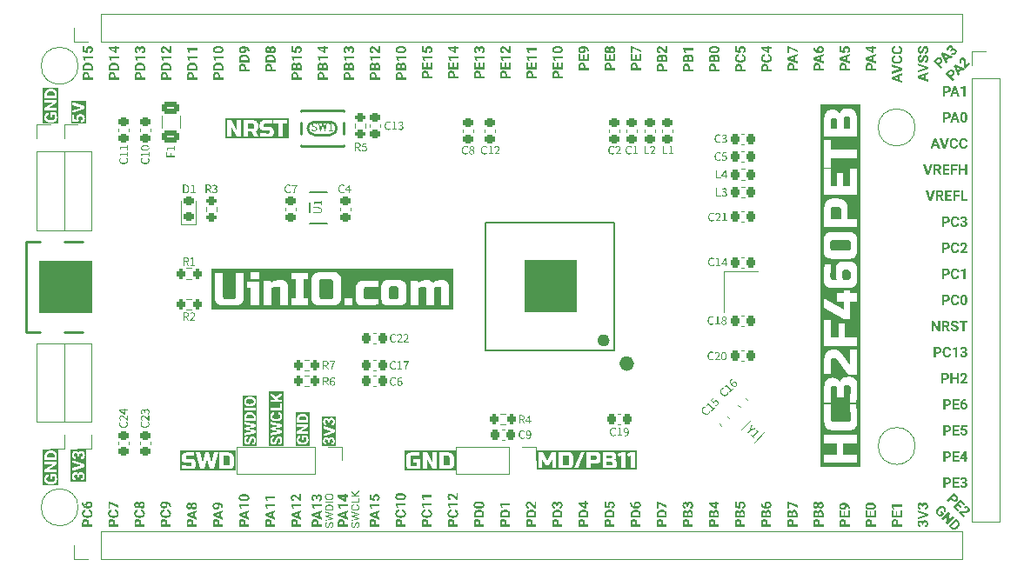
<source format=gto>
%TF.GenerationSoftware,KiCad,Pcbnew,8.0.4*%
%TF.CreationDate,2024-08-23T17:26:40+08:00*%
%TF.ProjectId,UINIO-MCU-HC32F460PETB,55494e49-4f2d-44d4-9355-2d4843333246,Version 1.0.0*%
%TF.SameCoordinates,PX71f45d0PY4ce7800*%
%TF.FileFunction,Legend,Top*%
%TF.FilePolarity,Positive*%
%FSLAX46Y46*%
G04 Gerber Fmt 4.6, Leading zero omitted, Abs format (unit mm)*
G04 Created by KiCad (PCBNEW 8.0.4) date 2024-08-23 17:26:40*
%MOMM*%
%LPD*%
G01*
G04 APERTURE LIST*
G04 Aperture macros list*
%AMRoundRect*
0 Rectangle with rounded corners*
0 $1 Rounding radius*
0 $2 $3 $4 $5 $6 $7 $8 $9 X,Y pos of 4 corners*
0 Add a 4 corners polygon primitive as box body*
4,1,4,$2,$3,$4,$5,$6,$7,$8,$9,$2,$3,0*
0 Add four circle primitives for the rounded corners*
1,1,$1+$1,$2,$3*
1,1,$1+$1,$4,$5*
1,1,$1+$1,$6,$7*
1,1,$1+$1,$8,$9*
0 Add four rect primitives between the rounded corners*
20,1,$1+$1,$2,$3,$4,$5,0*
20,1,$1+$1,$4,$5,$6,$7,0*
20,1,$1+$1,$6,$7,$8,$9,0*
20,1,$1+$1,$8,$9,$2,$3,0*%
%AMRotRect*
0 Rectangle, with rotation*
0 The origin of the aperture is its center*
0 $1 length*
0 $2 width*
0 $3 Rotation angle, in degrees counterclockwise*
0 Add horizontal line*
21,1,$1,$2,0,0,$3*%
G04 Aperture macros list end*
%ADD10C,0.250000*%
%ADD11C,0.100000*%
%ADD12C,0.200000*%
%ADD13C,0.312500*%
%ADD14C,0.150000*%
%ADD15C,0.120000*%
%ADD16C,0.152000*%
%ADD17C,0.254000*%
%ADD18C,0.600000*%
%ADD19C,0.800000*%
%ADD20RoundRect,0.218750X0.218750X0.256250X-0.218750X0.256250X-0.218750X-0.256250X0.218750X-0.256250X0*%
%ADD21RoundRect,0.200000X0.200000X0.275000X-0.200000X0.275000X-0.200000X-0.275000X0.200000X-0.275000X0*%
%ADD22RoundRect,0.225000X0.250000X-0.225000X0.250000X0.225000X-0.250000X0.225000X-0.250000X-0.225000X0*%
%ADD23R,1.157000X0.490000*%
%ADD24R,1.175000X0.490000*%
%ADD25RoundRect,0.225000X-0.225000X-0.250000X0.225000X-0.250000X0.225000X0.250000X-0.225000X0.250000X0*%
%ADD26RoundRect,0.225000X0.225000X0.250000X-0.225000X0.250000X-0.225000X-0.250000X0.225000X-0.250000X0*%
%ADD27O,1.700000X1.700000*%
%ADD28R,1.700000X1.700000*%
%ADD29C,2.200000*%
%ADD30RoundRect,0.225000X-0.250000X0.225000X-0.250000X-0.225000X0.250000X-0.225000X0.250000X0.225000X0*%
%ADD31RoundRect,0.218750X-0.256250X0.218750X-0.256250X-0.218750X0.256250X-0.218750X0.256250X0.218750X0*%
%ADD32RoundRect,0.200000X-0.275000X0.200000X-0.275000X-0.200000X0.275000X-0.200000X0.275000X0.200000X0*%
%ADD33RotRect,1.000000X1.800000X45.000000*%
%ADD34C,0.650000*%
%ADD35O,2.100000X1.000000*%
%ADD36O,1.900000X1.000000*%
%ADD37R,1.150000X0.600000*%
%ADD38R,1.150000X0.300000*%
%ADD39RoundRect,0.200000X-0.200000X-0.275000X0.200000X-0.275000X0.200000X0.275000X-0.200000X0.275000X0*%
%ADD40R,1.200000X0.650000*%
%ADD41RoundRect,0.218750X0.256250X-0.218750X0.256250X0.218750X-0.256250X0.218750X-0.256250X-0.218750X0*%
%ADD42RoundRect,0.250000X-0.625000X0.375000X-0.625000X-0.375000X0.625000X-0.375000X0.625000X0.375000X0*%
%ADD43RoundRect,0.225000X-0.335876X-0.017678X-0.017678X-0.335876X0.335876X0.017678X0.017678X0.335876X0*%
%ADD44O,1.600000X0.300000*%
%ADD45O,0.300000X1.600000*%
%ADD46R,1.200000X1.400000*%
G04 APERTURE END LIST*
D10*
G36*
X3749999Y-36937021D02*
G01*
X3822944Y-36978020D01*
X3863865Y-37051107D01*
X3873551Y-37130135D01*
X3873551Y-37670205D01*
X3863865Y-37749233D01*
X3822944Y-37822319D01*
X3749999Y-37863319D01*
X3671123Y-37873024D01*
X3288150Y-37873024D01*
X3288150Y-36927316D01*
X3671123Y-36927316D01*
X3749999Y-36937021D01*
G37*
G36*
X4456577Y-38388443D02*
G01*
X-990172Y-38388443D01*
X-990172Y-37062528D01*
X-812394Y-37062528D01*
X-812394Y-37130135D01*
X-811977Y-37159183D01*
X-805726Y-37240264D01*
X-788952Y-37323363D01*
X-757280Y-37403176D01*
X-705709Y-37473638D01*
X-684495Y-37492704D01*
X-616809Y-37534378D01*
X-532955Y-37562716D01*
X-446318Y-37576573D01*
X-362206Y-37580323D01*
X155589Y-37580323D01*
X155589Y-37782752D01*
X155321Y-37792308D01*
X125108Y-37865208D01*
X119207Y-37870586D01*
X43042Y-37895299D01*
X-17793Y-37894774D01*
X-111336Y-37892640D01*
X-200170Y-37889752D01*
X-301448Y-37885814D01*
X-385574Y-37882171D01*
X-476699Y-37877937D01*
X-574824Y-37873112D01*
X-679948Y-37867697D01*
X-792073Y-37861691D01*
X-792073Y-38165334D01*
X-761505Y-38167839D01*
X-670513Y-38174933D01*
X-580594Y-38181394D01*
X-491746Y-38187224D01*
X-403970Y-38192422D01*
X-317265Y-38196988D01*
X-110147Y-38205976D01*
X-31333Y-38208449D01*
X52365Y-38210111D01*
X132923Y-38210665D01*
X146585Y-38210564D01*
X235823Y-38204193D01*
X313879Y-38187911D01*
X389393Y-38157167D01*
X456887Y-38107106D01*
X469427Y-38093703D01*
X515847Y-38022056D01*
X543355Y-37942800D01*
X556805Y-37861428D01*
X560446Y-37782752D01*
X560446Y-37670205D01*
X560345Y-37656543D01*
X553974Y-37567305D01*
X537691Y-37489249D01*
X506947Y-37413736D01*
X456887Y-37346241D01*
X443486Y-37333701D01*
X371883Y-37287281D01*
X292718Y-37259773D01*
X211467Y-37246323D01*
X132923Y-37242682D01*
X-272324Y-37242682D01*
X-324857Y-37236212D01*
X-391215Y-37184451D01*
X-407146Y-37107469D01*
X-407146Y-37062528D01*
X-400695Y-37009843D01*
X-349083Y-36943293D01*
X-272324Y-36927316D01*
X427969Y-36927316D01*
X427969Y-36612340D01*
X530746Y-36612340D01*
X958660Y-38188000D01*
X1386182Y-38188000D01*
X1656217Y-37208683D01*
X1926643Y-38188000D01*
X2354166Y-38188000D01*
X2439628Y-37873024D01*
X2883293Y-37873024D01*
X2883293Y-38188000D01*
X3761004Y-38188000D01*
X3837510Y-38184784D01*
X3921407Y-38172438D01*
X4008383Y-38146330D01*
X4083615Y-38107619D01*
X4147103Y-38056304D01*
X4191859Y-38002604D01*
X4232371Y-37929049D01*
X4260280Y-37843751D01*
X4274169Y-37761292D01*
X4278799Y-37670205D01*
X4278799Y-37130135D01*
X4275584Y-37053630D01*
X4263238Y-36969732D01*
X4237130Y-36882757D01*
X4198419Y-36807524D01*
X4147103Y-36744036D01*
X4093404Y-36699280D01*
X4019849Y-36658768D01*
X3934551Y-36630860D01*
X3852092Y-36616970D01*
X3761004Y-36612340D01*
X2883293Y-36612340D01*
X2883293Y-37873024D01*
X2439628Y-37873024D01*
X2781688Y-36612340D01*
X2342833Y-36612340D01*
X2106406Y-37625264D01*
X1836371Y-36612340D01*
X1476454Y-36612340D01*
X1206029Y-37625264D01*
X969993Y-36612340D01*
X530746Y-36612340D01*
X427969Y-36612340D01*
X-362206Y-36612340D01*
X-391254Y-36612758D01*
X-472335Y-36619032D01*
X-555434Y-36635867D01*
X-635247Y-36667656D01*
X-705709Y-36719416D01*
X-724775Y-36740560D01*
X-766449Y-36808093D01*
X-794787Y-36891844D01*
X-808643Y-36978430D01*
X-812394Y-37062528D01*
X-990172Y-37062528D01*
X-990172Y-36434562D01*
X4456577Y-36434562D01*
X4456577Y-38388443D01*
G37*
D11*
X-14640000Y-17940000D02*
X-9640000Y-17940000D01*
X-9640000Y-22940000D01*
X-14640000Y-22940000D01*
X-14640000Y-17940000D01*
G36*
X-14640000Y-17940000D02*
G01*
X-9640000Y-17940000D01*
X-9640000Y-22940000D01*
X-14640000Y-22940000D01*
X-14640000Y-17940000D01*
G37*
X32560000Y-17890000D02*
X37560000Y-17890000D01*
X37560000Y-22890000D01*
X32560000Y-22890000D01*
X32560000Y-17890000D01*
G36*
X32560000Y-17890000D02*
G01*
X37560000Y-17890000D01*
X37560000Y-22890000D01*
X32560000Y-22890000D01*
X32560000Y-17890000D01*
G37*
D12*
G36*
X40707827Y-43078199D02*
G01*
X40756671Y-43088812D01*
X40808120Y-43110136D01*
X40853609Y-43141091D01*
X40887856Y-43175289D01*
X40916824Y-43215747D01*
X40939799Y-43261648D01*
X40956781Y-43312993D01*
X40967769Y-43369783D01*
X40972347Y-43421266D01*
X40973096Y-43453970D01*
X40973096Y-43634710D01*
X41322120Y-43634710D01*
X41322120Y-43840607D01*
X40321701Y-43840607D01*
X40321701Y-43450551D01*
X40321933Y-43445666D01*
X40488519Y-43445666D01*
X40488519Y-43634710D01*
X40806279Y-43634710D01*
X40806279Y-43450551D01*
X40801690Y-43398916D01*
X40784434Y-43349801D01*
X40767444Y-43325987D01*
X40726892Y-43296601D01*
X40677851Y-43284050D01*
X40656069Y-43283000D01*
X40604252Y-43289080D01*
X40557263Y-43309386D01*
X40535902Y-43326231D01*
X40505930Y-43366798D01*
X40491287Y-43413905D01*
X40488519Y-43445666D01*
X40321933Y-43445666D01*
X40324296Y-43395947D01*
X40332081Y-43344733D01*
X40345057Y-43296907D01*
X40363222Y-43252470D01*
X40389222Y-43207396D01*
X40420787Y-43168621D01*
X40457916Y-43136144D01*
X40480947Y-43120823D01*
X40525493Y-43098508D01*
X40573400Y-43083497D01*
X40624669Y-43075788D01*
X40654604Y-43074661D01*
X40707827Y-43078199D01*
G37*
G36*
X40896574Y-42175423D02*
G01*
X40945627Y-42181476D01*
X41000120Y-42193640D01*
X41051668Y-42211296D01*
X41093508Y-42230802D01*
X41138627Y-42258169D01*
X41179093Y-42290047D01*
X41214909Y-42326437D01*
X41246072Y-42367338D01*
X41261792Y-42392735D01*
X41285048Y-42439648D01*
X41302671Y-42489133D01*
X41314660Y-42541188D01*
X41321017Y-42595815D01*
X41322120Y-42628185D01*
X41322120Y-42937885D01*
X40321701Y-42937885D01*
X40321701Y-42630139D01*
X40488519Y-42630139D01*
X40488519Y-42731988D01*
X41156523Y-42731988D01*
X41156523Y-42632337D01*
X41152748Y-42582178D01*
X41139189Y-42531551D01*
X41115768Y-42488068D01*
X41082486Y-42451730D01*
X41077632Y-42447690D01*
X41033821Y-42419602D01*
X40981523Y-42399330D01*
X40928799Y-42388003D01*
X40878436Y-42383057D01*
X40851464Y-42382233D01*
X40798463Y-42382233D01*
X40743820Y-42384457D01*
X40694381Y-42391128D01*
X40643279Y-42404534D01*
X40593549Y-42427267D01*
X40567165Y-42445491D01*
X40532757Y-42480754D01*
X40508180Y-42523283D01*
X40493434Y-42573078D01*
X40488595Y-42622609D01*
X40488519Y-42630139D01*
X40321701Y-42630139D01*
X40324553Y-42573769D01*
X40333108Y-42520064D01*
X40347366Y-42469023D01*
X40367328Y-42420647D01*
X40381296Y-42394200D01*
X40409670Y-42350865D01*
X40442859Y-42311901D01*
X40480863Y-42277308D01*
X40523682Y-42247086D01*
X40550312Y-42231779D01*
X40599621Y-42209034D01*
X40651806Y-42191875D01*
X40706865Y-42180303D01*
X40756347Y-42174830D01*
X40799196Y-42173405D01*
X40845357Y-42173405D01*
X40896574Y-42175423D01*
G37*
G36*
X40831191Y-42020265D02*
G01*
X40321701Y-41962379D01*
X40321701Y-41401842D01*
X40487297Y-41401842D01*
X40487297Y-41799713D01*
X40703452Y-41824382D01*
X40683488Y-41779254D01*
X40670068Y-41727630D01*
X40665632Y-41678896D01*
X40665595Y-41673928D01*
X40668720Y-41622520D01*
X40680267Y-41568035D01*
X40700323Y-41519464D01*
X40728887Y-41476806D01*
X40754499Y-41449958D01*
X40796677Y-41418362D01*
X40845634Y-41394526D01*
X40892992Y-41380272D01*
X40945331Y-41371720D01*
X41002650Y-41368869D01*
X41055608Y-41372115D01*
X41105398Y-41381852D01*
X41152019Y-41398081D01*
X41176551Y-41409902D01*
X41221120Y-41438853D01*
X41258964Y-41474722D01*
X41290081Y-41517507D01*
X41295497Y-41526894D01*
X41315923Y-41571942D01*
X41329663Y-41621356D01*
X41336719Y-41675136D01*
X41337751Y-41706901D01*
X41334853Y-41756848D01*
X41324835Y-41809942D01*
X41307662Y-41860508D01*
X41301115Y-41875184D01*
X41275154Y-41920532D01*
X41243374Y-41959486D01*
X41205774Y-41992049D01*
X41197556Y-41997794D01*
X41153940Y-42021780D01*
X41106747Y-42037560D01*
X41055976Y-42045135D01*
X41045392Y-42045666D01*
X41045392Y-41849050D01*
X41094987Y-41837724D01*
X41138615Y-41810124D01*
X41143089Y-41805575D01*
X41169101Y-41762283D01*
X41177738Y-41711382D01*
X41177772Y-41707634D01*
X41169750Y-41657982D01*
X41143170Y-41615960D01*
X41129168Y-41603831D01*
X41083026Y-41580268D01*
X41033592Y-41569713D01*
X40991659Y-41567438D01*
X40942143Y-41571541D01*
X40893050Y-41587295D01*
X40860745Y-41609448D01*
X40831331Y-41649187D01*
X40817489Y-41696174D01*
X40815316Y-41728150D01*
X40820571Y-41777495D01*
X40839985Y-41825513D01*
X40852685Y-41842944D01*
X40870514Y-41862240D01*
X40831191Y-42020265D01*
G37*
G36*
X73092446Y-42843107D02*
G01*
X73042499Y-42843591D01*
X72990776Y-42835523D01*
X72943309Y-42821172D01*
X72906788Y-42805975D01*
X72858408Y-42780566D01*
X72817175Y-42754047D01*
X72776965Y-42723528D01*
X72737781Y-42689010D01*
X72721302Y-42672992D01*
X72684180Y-42632019D01*
X72653058Y-42589343D01*
X72627936Y-42544966D01*
X72608813Y-42498885D01*
X72600580Y-42471789D01*
X72591134Y-42423662D01*
X72588293Y-42368113D01*
X72592766Y-42319029D01*
X72603735Y-42269499D01*
X72610424Y-42248135D01*
X72630466Y-42198654D01*
X72656591Y-42150098D01*
X72683824Y-42109215D01*
X72715527Y-42069013D01*
X72751698Y-42029490D01*
X72800055Y-41981132D01*
X72840141Y-41943561D01*
X72880736Y-41910506D01*
X72921841Y-41881969D01*
X72970442Y-41854386D01*
X73019737Y-41832951D01*
X73069199Y-41817779D01*
X73118148Y-41809136D01*
X73173462Y-41807252D01*
X73228107Y-41813896D01*
X73241664Y-41816889D01*
X73294836Y-41833944D01*
X73339484Y-41855454D01*
X73382380Y-41883114D01*
X73423524Y-41916921D01*
X73440621Y-41933293D01*
X73477120Y-41972701D01*
X73508037Y-42012346D01*
X73537768Y-42060232D01*
X73559460Y-42108457D01*
X73573113Y-42157022D01*
X73577749Y-42189588D01*
X73577440Y-42246470D01*
X73568624Y-42294962D01*
X73551915Y-42343212D01*
X73527312Y-42391219D01*
X73494817Y-42438983D01*
X73488633Y-42446920D01*
X73346669Y-42304956D01*
X73372524Y-42262390D01*
X73389169Y-42213492D01*
X73391055Y-42174563D01*
X73377954Y-42125456D01*
X73350328Y-42080886D01*
X73327326Y-42055223D01*
X73288899Y-42023812D01*
X73242572Y-42002151D01*
X73192966Y-41994972D01*
X73158074Y-41998230D01*
X73109544Y-42012694D01*
X73065380Y-42034913D01*
X73019629Y-42066058D01*
X72979151Y-42099857D01*
X72951518Y-42126032D01*
X72906097Y-42171454D01*
X72867600Y-42212926D01*
X72835916Y-42253535D01*
X72807562Y-42299823D01*
X72788479Y-42344938D01*
X72779503Y-42382673D01*
X72778772Y-42437209D01*
X72793286Y-42488903D01*
X72818987Y-42532468D01*
X72846168Y-42563669D01*
X72886516Y-42599484D01*
X72930308Y-42627338D01*
X72976979Y-42642841D01*
X72999531Y-42644495D01*
X73125606Y-42518420D01*
X72992968Y-42385782D01*
X73100391Y-42278359D01*
X73378792Y-42556761D01*
X73092446Y-42843107D01*
G37*
G36*
X73692772Y-43622355D02*
G01*
X73547008Y-43476592D01*
X73728694Y-42727394D01*
X73263252Y-43192836D01*
X73117661Y-43047245D01*
X73825064Y-42339842D01*
X73970655Y-42485433D01*
X73788451Y-43236185D01*
X74254929Y-42769707D01*
X74400174Y-42914952D01*
X73692772Y-43622355D01*
G37*
G36*
X74741096Y-43255874D02*
G01*
X74778939Y-43297750D01*
X74810865Y-43341774D01*
X74836873Y-43387948D01*
X74856965Y-43436270D01*
X74865789Y-43464848D01*
X74876369Y-43515553D01*
X74880452Y-43566573D01*
X74878040Y-43617907D01*
X74869133Y-43669555D01*
X74861126Y-43699209D01*
X74842343Y-43750160D01*
X74817576Y-43799192D01*
X74786826Y-43846308D01*
X74755706Y-43885167D01*
X74726416Y-43916473D01*
X74693774Y-43949115D01*
X74656132Y-43983903D01*
X74617166Y-44014308D01*
X74570032Y-44044240D01*
X74521097Y-44068205D01*
X74477719Y-44083998D01*
X74426464Y-44096550D01*
X74375309Y-44102623D01*
X74324252Y-44102217D01*
X74273295Y-44095332D01*
X74244221Y-44088488D01*
X74194604Y-44071760D01*
X74147152Y-44049231D01*
X74101865Y-44020900D01*
X74058743Y-43986767D01*
X74035074Y-43964658D01*
X73844580Y-43774164D01*
X74078769Y-43774164D01*
X74149233Y-43844628D01*
X74187370Y-43877426D01*
X74232757Y-43903637D01*
X74280064Y-43917823D01*
X74329294Y-43919984D01*
X74335582Y-43919409D01*
X74386423Y-43908291D01*
X74437738Y-43885645D01*
X74483028Y-43856373D01*
X74522138Y-43824258D01*
X74541793Y-43805769D01*
X74579270Y-43768292D01*
X74616336Y-43728081D01*
X74646577Y-43688404D01*
X74673233Y-43642791D01*
X74692322Y-43591551D01*
X74698092Y-43560008D01*
X74697487Y-43510744D01*
X74684793Y-43463293D01*
X74660010Y-43417656D01*
X74628408Y-43379210D01*
X74623138Y-43373832D01*
X74551119Y-43301813D01*
X74078769Y-43774164D01*
X73844580Y-43774164D01*
X73816083Y-43745667D01*
X74523486Y-43038264D01*
X74741096Y-43255874D01*
G37*
G36*
X73711811Y-3453352D02*
G01*
X73763025Y-3461137D01*
X73810851Y-3474113D01*
X73855288Y-3492278D01*
X73900362Y-3518278D01*
X73939137Y-3549843D01*
X73971614Y-3586972D01*
X73986935Y-3610003D01*
X74009250Y-3654549D01*
X74024261Y-3702456D01*
X74031970Y-3753725D01*
X74033097Y-3783660D01*
X74029559Y-3836883D01*
X74018946Y-3885727D01*
X73997622Y-3937176D01*
X73966667Y-3982665D01*
X73932469Y-4016912D01*
X73892011Y-4045880D01*
X73846110Y-4068855D01*
X73794765Y-4085837D01*
X73737975Y-4096825D01*
X73686492Y-4101403D01*
X73653788Y-4102152D01*
X73473048Y-4102152D01*
X73473048Y-4451176D01*
X73267151Y-4451176D01*
X73267151Y-3935335D01*
X73473048Y-3935335D01*
X73657207Y-3935335D01*
X73708842Y-3930746D01*
X73757957Y-3913490D01*
X73781771Y-3896500D01*
X73811157Y-3855948D01*
X73823708Y-3806907D01*
X73824758Y-3785125D01*
X73818678Y-3733308D01*
X73798372Y-3686319D01*
X73781527Y-3664958D01*
X73740960Y-3634986D01*
X73693853Y-3620343D01*
X73662092Y-3617575D01*
X73473048Y-3617575D01*
X73473048Y-3935335D01*
X73267151Y-3935335D01*
X73267151Y-3450757D01*
X73657207Y-3450757D01*
X73711811Y-3453352D01*
G37*
G36*
X74900892Y-4451176D02*
G01*
X74681806Y-4451176D01*
X74612441Y-4242836D01*
X74250962Y-4242836D01*
X74182329Y-4451176D01*
X73963243Y-4451176D01*
X74102828Y-4076018D01*
X74306649Y-4076018D01*
X74556754Y-4076018D01*
X74430969Y-3703548D01*
X74306649Y-4076018D01*
X74102828Y-4076018D01*
X74335470Y-3450757D01*
X74526468Y-3450757D01*
X74900892Y-4451176D01*
G37*
G36*
X75351925Y-3437761D02*
G01*
X75406056Y-3447882D01*
X75454759Y-3465593D01*
X75498036Y-3490895D01*
X75535886Y-3523788D01*
X75552776Y-3543081D01*
X75582237Y-3586870D01*
X75605773Y-3637271D01*
X75620860Y-3684322D01*
X75631833Y-3735965D01*
X75638692Y-3792199D01*
X75641436Y-3853025D01*
X75641436Y-4037917D01*
X75640093Y-4088414D01*
X75634635Y-4147242D01*
X75624980Y-4201300D01*
X75611127Y-4250587D01*
X75588962Y-4303435D01*
X75560752Y-4349414D01*
X75555463Y-4356409D01*
X75520506Y-4393927D01*
X75479934Y-4423683D01*
X75433747Y-4445676D01*
X75381943Y-4459907D01*
X75324524Y-4466376D01*
X75304137Y-4466807D01*
X75254883Y-4464165D01*
X75200752Y-4454022D01*
X75152049Y-4436270D01*
X75108772Y-4410911D01*
X75070922Y-4377944D01*
X75054032Y-4358607D01*
X75024571Y-4314652D01*
X75001035Y-4264120D01*
X74985948Y-4216985D01*
X74974975Y-4165283D01*
X74968116Y-4109012D01*
X74965372Y-4048175D01*
X74965372Y-3863283D01*
X74966530Y-3819808D01*
X75163941Y-3819808D01*
X75163941Y-4064295D01*
X75165531Y-4115123D01*
X75171240Y-4165800D01*
X75182626Y-4213359D01*
X75197158Y-4247233D01*
X75230956Y-4285818D01*
X75277976Y-4304733D01*
X75304137Y-4306828D01*
X75353023Y-4298757D01*
X75395646Y-4268937D01*
X75409161Y-4249431D01*
X75427690Y-4202813D01*
X75437440Y-4154024D01*
X75442019Y-4102610D01*
X75442867Y-4074065D01*
X75442867Y-3834951D01*
X75441230Y-3783501D01*
X75435353Y-3732687D01*
X75421996Y-3681148D01*
X75408673Y-3652990D01*
X75374800Y-3615986D01*
X75328351Y-3597846D01*
X75302671Y-3595837D01*
X75251763Y-3604786D01*
X75210463Y-3634438D01*
X75199112Y-3650059D01*
X75178596Y-3699346D01*
X75168979Y-3747627D01*
X75164582Y-3798685D01*
X75163941Y-3819808D01*
X74966530Y-3819808D01*
X74966730Y-3812293D01*
X74972250Y-3753011D01*
X74982015Y-3698678D01*
X74996025Y-3649294D01*
X75018442Y-3596566D01*
X75046973Y-3550965D01*
X75052322Y-3544058D01*
X75087616Y-3507038D01*
X75128286Y-3477677D01*
X75174330Y-3455976D01*
X75225750Y-3441934D01*
X75282545Y-3435551D01*
X75302671Y-3435125D01*
X75351925Y-3437761D01*
G37*
G36*
X73744052Y-31399820D02*
G01*
X73795266Y-31407605D01*
X73843092Y-31420581D01*
X73887529Y-31438746D01*
X73932603Y-31464746D01*
X73971378Y-31496311D01*
X74003855Y-31533440D01*
X74019176Y-31556471D01*
X74041491Y-31601017D01*
X74056502Y-31648924D01*
X74064211Y-31700193D01*
X74065338Y-31730128D01*
X74061800Y-31783351D01*
X74051187Y-31832195D01*
X74029863Y-31883644D01*
X73998908Y-31929133D01*
X73964710Y-31963380D01*
X73924252Y-31992348D01*
X73878351Y-32015323D01*
X73827006Y-32032305D01*
X73770216Y-32043293D01*
X73718733Y-32047871D01*
X73686029Y-32048620D01*
X73505289Y-32048620D01*
X73505289Y-32397644D01*
X73299392Y-32397644D01*
X73299392Y-31881803D01*
X73505289Y-31881803D01*
X73689448Y-31881803D01*
X73741083Y-31877214D01*
X73790198Y-31859958D01*
X73814012Y-31842968D01*
X73843398Y-31802416D01*
X73855949Y-31753375D01*
X73856999Y-31731593D01*
X73850919Y-31679776D01*
X73830613Y-31632787D01*
X73813768Y-31611426D01*
X73773201Y-31581454D01*
X73726094Y-31566811D01*
X73694333Y-31564043D01*
X73505289Y-31564043D01*
X73505289Y-31881803D01*
X73299392Y-31881803D01*
X73299392Y-31397225D01*
X73689448Y-31397225D01*
X73744052Y-31399820D01*
G37*
G36*
X74803684Y-31965089D02*
G01*
X74408011Y-31965089D01*
X74408011Y-32232047D01*
X74872561Y-32232047D01*
X74872561Y-32397644D01*
X74202114Y-32397644D01*
X74202114Y-31397225D01*
X74871095Y-31397225D01*
X74871095Y-31564043D01*
X74408011Y-31564043D01*
X74408011Y-31803645D01*
X74803684Y-31803645D01*
X74803684Y-31965089D01*
G37*
G36*
X75506615Y-31544992D02*
G01*
X75487564Y-31544992D01*
X75431104Y-31549156D01*
X75379693Y-31559725D01*
X75333330Y-31576698D01*
X75286527Y-31603939D01*
X75270676Y-31616311D01*
X75233750Y-31654016D01*
X75205036Y-31698254D01*
X75184535Y-31749026D01*
X75173333Y-31798811D01*
X75172247Y-31806332D01*
X75214684Y-31770962D01*
X75262372Y-31745698D01*
X75315312Y-31730540D01*
X75365942Y-31725566D01*
X75373503Y-31725487D01*
X75428004Y-31729999D01*
X75477387Y-31743533D01*
X75521650Y-31766089D01*
X75560795Y-31797669D01*
X75580865Y-31819765D01*
X75610843Y-31863756D01*
X75633458Y-31913451D01*
X75646982Y-31960586D01*
X75655097Y-32011912D01*
X75657801Y-32067427D01*
X75654459Y-32121188D01*
X75644432Y-32172013D01*
X75627720Y-32219901D01*
X75615547Y-32245236D01*
X75588997Y-32287124D01*
X75552972Y-32327185D01*
X75510076Y-32360425D01*
X75495868Y-32369067D01*
X75450851Y-32390437D01*
X75402626Y-32404813D01*
X75351194Y-32412196D01*
X75321235Y-32413275D01*
X75264113Y-32409385D01*
X75211268Y-32397716D01*
X75162699Y-32378267D01*
X75118406Y-32351039D01*
X75078390Y-32316031D01*
X75066001Y-32302633D01*
X75032965Y-32258458D01*
X75006764Y-32209096D01*
X74987399Y-32154547D01*
X74976482Y-32105129D01*
X74970311Y-32052109D01*
X74968792Y-32007099D01*
X74968792Y-31977546D01*
X75168094Y-31977546D01*
X75168094Y-32038851D01*
X75171186Y-32092114D01*
X75181871Y-32143138D01*
X75202441Y-32189346D01*
X75207173Y-32196632D01*
X75244283Y-32233320D01*
X75291712Y-32251304D01*
X75317083Y-32253296D01*
X75368354Y-32243525D01*
X75410181Y-32214213D01*
X75420397Y-32202249D01*
X75444509Y-32159522D01*
X75457492Y-32108277D01*
X75459965Y-32069381D01*
X75455260Y-32016238D01*
X75439398Y-31966888D01*
X75420153Y-31935780D01*
X75383251Y-31902888D01*
X75333323Y-31886218D01*
X75312930Y-31884978D01*
X75264358Y-31892147D01*
X75225736Y-31910379D01*
X75188264Y-31944133D01*
X75168094Y-31977546D01*
X74968792Y-31977546D01*
X74968792Y-31935048D01*
X74970295Y-31884769D01*
X74976065Y-31826906D01*
X74986163Y-31771740D01*
X75000589Y-31719270D01*
X75019342Y-31669496D01*
X75030341Y-31645620D01*
X75055303Y-31600534D01*
X75084025Y-31559433D01*
X75116509Y-31522315D01*
X75152753Y-31489182D01*
X75192758Y-31460033D01*
X75206929Y-31451202D01*
X75251356Y-31427769D01*
X75298360Y-31409128D01*
X75347939Y-31395278D01*
X75400095Y-31386219D01*
X75454826Y-31381951D01*
X75473642Y-31381593D01*
X75506615Y-31381593D01*
X75506615Y-31544992D01*
G37*
G36*
X61062675Y1348144D02*
G01*
X61111519Y1337531D01*
X61162968Y1316207D01*
X61208457Y1285252D01*
X61242704Y1251054D01*
X61271672Y1210596D01*
X61294647Y1164695D01*
X61311629Y1113350D01*
X61322617Y1056560D01*
X61327195Y1005077D01*
X61327944Y972373D01*
X61327944Y791633D01*
X61676968Y791633D01*
X61676968Y585736D01*
X60676549Y585736D01*
X60676549Y975792D01*
X60676781Y980677D01*
X60843367Y980677D01*
X60843367Y791633D01*
X61161127Y791633D01*
X61161127Y975792D01*
X61156538Y1027427D01*
X61139282Y1076542D01*
X61122292Y1100356D01*
X61081740Y1129742D01*
X61032699Y1142293D01*
X61010917Y1143343D01*
X60959100Y1137263D01*
X60912111Y1116957D01*
X60890750Y1100112D01*
X60860778Y1059545D01*
X60846135Y1012438D01*
X60843367Y980677D01*
X60676781Y980677D01*
X60679144Y1030396D01*
X60686929Y1081610D01*
X60699905Y1129436D01*
X60718070Y1173873D01*
X60744070Y1218947D01*
X60775635Y1257722D01*
X60812764Y1290199D01*
X60835795Y1305520D01*
X60880341Y1327835D01*
X60928248Y1342846D01*
X60979517Y1350555D01*
X61009452Y1351682D01*
X61062675Y1348144D01*
G37*
G36*
X61676968Y2000391D02*
G01*
X61468628Y1931026D01*
X61468628Y1569547D01*
X61676968Y1500914D01*
X61676968Y1281828D01*
X60676549Y1654055D01*
X60676549Y1749554D01*
X60929340Y1749554D01*
X61301810Y1625234D01*
X61301810Y1875339D01*
X60929340Y1749554D01*
X60676549Y1749554D01*
X60676549Y1845053D01*
X61676968Y2219477D01*
X61676968Y2000391D01*
G37*
G36*
X61400512Y2973043D02*
G01*
X61451337Y2963016D01*
X61499225Y2946304D01*
X61524560Y2934131D01*
X61566448Y2907581D01*
X61606509Y2871556D01*
X61639749Y2828660D01*
X61648391Y2814452D01*
X61669761Y2769435D01*
X61684137Y2721210D01*
X61691520Y2669778D01*
X61692599Y2639819D01*
X61688709Y2582697D01*
X61677040Y2529852D01*
X61657591Y2481283D01*
X61630363Y2436990D01*
X61595355Y2396974D01*
X61581957Y2384585D01*
X61537782Y2351549D01*
X61488420Y2325348D01*
X61433871Y2305983D01*
X61384453Y2295066D01*
X61331433Y2288895D01*
X61286423Y2287376D01*
X61214372Y2287376D01*
X61164093Y2288879D01*
X61106230Y2294649D01*
X61051064Y2304747D01*
X60998594Y2319173D01*
X60948820Y2337926D01*
X60924944Y2348925D01*
X60879858Y2373887D01*
X60838757Y2402609D01*
X60801639Y2435093D01*
X60768506Y2471337D01*
X60739357Y2511342D01*
X60730526Y2525513D01*
X60707093Y2569940D01*
X60688452Y2616944D01*
X60674602Y2666523D01*
X60665543Y2718679D01*
X60661275Y2773410D01*
X60660917Y2792226D01*
X60660917Y2825199D01*
X60824316Y2825199D01*
X60824316Y2806148D01*
X60828480Y2749688D01*
X60839049Y2698277D01*
X60856022Y2651914D01*
X60883263Y2605111D01*
X60895635Y2589260D01*
X60933340Y2552334D01*
X60977578Y2523620D01*
X61028350Y2503119D01*
X61078135Y2491918D01*
X61085656Y2490831D01*
X61050286Y2533268D01*
X61025022Y2580956D01*
X61010546Y2631514D01*
X61164302Y2631514D01*
X61171471Y2582942D01*
X61189703Y2544320D01*
X61223457Y2506848D01*
X61256870Y2486678D01*
X61318175Y2486678D01*
X61371438Y2489770D01*
X61422462Y2500455D01*
X61468670Y2521025D01*
X61475956Y2525757D01*
X61512644Y2562867D01*
X61530628Y2610296D01*
X61532620Y2635667D01*
X61522849Y2686938D01*
X61493537Y2728765D01*
X61481573Y2738981D01*
X61438846Y2763093D01*
X61387601Y2776076D01*
X61348705Y2778549D01*
X61295562Y2773844D01*
X61246212Y2757982D01*
X61215104Y2738737D01*
X61182212Y2701835D01*
X61165542Y2651907D01*
X61164302Y2631514D01*
X61010546Y2631514D01*
X61009864Y2633896D01*
X61004890Y2684526D01*
X61004811Y2692087D01*
X61009323Y2746588D01*
X61022857Y2795971D01*
X61045413Y2840235D01*
X61076993Y2879379D01*
X61099089Y2899449D01*
X61143080Y2929427D01*
X61192775Y2952042D01*
X61239910Y2965566D01*
X61291236Y2973681D01*
X61346751Y2976385D01*
X61400512Y2973043D01*
G37*
G36*
X73711811Y-912764D02*
G01*
X73763025Y-920549D01*
X73810851Y-933525D01*
X73855288Y-951690D01*
X73900362Y-977690D01*
X73939137Y-1009255D01*
X73971614Y-1046384D01*
X73986935Y-1069415D01*
X74009250Y-1113961D01*
X74024261Y-1161868D01*
X74031970Y-1213137D01*
X74033097Y-1243072D01*
X74029559Y-1296295D01*
X74018946Y-1345139D01*
X73997622Y-1396588D01*
X73966667Y-1442077D01*
X73932469Y-1476324D01*
X73892011Y-1505292D01*
X73846110Y-1528267D01*
X73794765Y-1545249D01*
X73737975Y-1556237D01*
X73686492Y-1560815D01*
X73653788Y-1561564D01*
X73473048Y-1561564D01*
X73473048Y-1910588D01*
X73267151Y-1910588D01*
X73267151Y-1394747D01*
X73473048Y-1394747D01*
X73657207Y-1394747D01*
X73708842Y-1390158D01*
X73757957Y-1372902D01*
X73781771Y-1355912D01*
X73811157Y-1315360D01*
X73823708Y-1266319D01*
X73824758Y-1244537D01*
X73818678Y-1192720D01*
X73798372Y-1145731D01*
X73781527Y-1124370D01*
X73740960Y-1094398D01*
X73693853Y-1079755D01*
X73662092Y-1076987D01*
X73473048Y-1076987D01*
X73473048Y-1394747D01*
X73267151Y-1394747D01*
X73267151Y-910169D01*
X73657207Y-910169D01*
X73711811Y-912764D01*
G37*
G36*
X74900892Y-1910588D02*
G01*
X74681806Y-1910588D01*
X74612441Y-1702248D01*
X74250962Y-1702248D01*
X74182329Y-1910588D01*
X73963243Y-1910588D01*
X74102828Y-1535430D01*
X74306649Y-1535430D01*
X74556754Y-1535430D01*
X74430969Y-1162960D01*
X74306649Y-1535430D01*
X74102828Y-1535430D01*
X74335470Y-910169D01*
X74526468Y-910169D01*
X74900892Y-1910588D01*
G37*
G36*
X75450438Y-1910588D02*
G01*
X75251869Y-1910588D01*
X75251869Y-1140734D01*
X75014953Y-1212297D01*
X75014953Y-1050853D01*
X75429189Y-910169D01*
X75450438Y-910169D01*
X75450438Y-1910588D01*
G37*
G36*
X14775707Y-43078199D02*
G01*
X14824551Y-43088812D01*
X14876000Y-43110136D01*
X14921489Y-43141091D01*
X14955736Y-43175289D01*
X14984704Y-43215747D01*
X15007679Y-43261648D01*
X15024661Y-43312993D01*
X15035649Y-43369783D01*
X15040227Y-43421266D01*
X15040976Y-43453970D01*
X15040976Y-43634710D01*
X15390000Y-43634710D01*
X15390000Y-43840607D01*
X14389581Y-43840607D01*
X14389581Y-43450551D01*
X14389813Y-43445666D01*
X14556399Y-43445666D01*
X14556399Y-43634710D01*
X14874159Y-43634710D01*
X14874159Y-43450551D01*
X14869570Y-43398916D01*
X14852314Y-43349801D01*
X14835324Y-43325987D01*
X14794772Y-43296601D01*
X14745731Y-43284050D01*
X14723949Y-43283000D01*
X14672132Y-43289080D01*
X14625143Y-43309386D01*
X14603782Y-43326231D01*
X14573810Y-43366798D01*
X14559167Y-43413905D01*
X14556399Y-43445666D01*
X14389813Y-43445666D01*
X14392176Y-43395947D01*
X14399961Y-43344733D01*
X14412937Y-43296907D01*
X14431102Y-43252470D01*
X14457102Y-43207396D01*
X14488667Y-43168621D01*
X14525796Y-43136144D01*
X14548827Y-43120823D01*
X14593373Y-43098508D01*
X14641280Y-43083497D01*
X14692549Y-43075788D01*
X14722484Y-43074661D01*
X14775707Y-43078199D01*
G37*
G36*
X15390000Y-42425952D02*
G01*
X15181660Y-42495317D01*
X15181660Y-42856796D01*
X15390000Y-42925429D01*
X15390000Y-43144515D01*
X14389581Y-42772288D01*
X14389581Y-42676789D01*
X14642372Y-42676789D01*
X15014842Y-42801109D01*
X15014842Y-42551004D01*
X14642372Y-42676789D01*
X14389581Y-42676789D01*
X14389581Y-42581290D01*
X15390000Y-42206866D01*
X15390000Y-42425952D01*
G37*
G36*
X15390000Y-41657320D02*
G01*
X15390000Y-41855889D01*
X14620146Y-41855889D01*
X14691709Y-42092805D01*
X14530265Y-42092805D01*
X14389581Y-41678569D01*
X14389581Y-41657320D01*
X15390000Y-41657320D01*
G37*
G36*
X15174822Y-40749225D02*
G01*
X15390000Y-40749225D01*
X15390000Y-40947794D01*
X15174822Y-40947794D01*
X15174822Y-41357878D01*
X15049769Y-41366671D01*
X14389581Y-40949748D01*
X14389581Y-40947794D01*
X14660202Y-40947794D01*
X14682916Y-40960739D01*
X15014842Y-41168834D01*
X15014842Y-40947794D01*
X14660202Y-40947794D01*
X14389581Y-40947794D01*
X14389581Y-40749225D01*
X15014842Y-40749225D01*
X15014842Y-40635896D01*
X15174822Y-40635896D01*
X15174822Y-40749225D01*
G37*
G36*
X35656615Y577314D02*
G01*
X35705459Y566701D01*
X35756908Y545377D01*
X35802397Y514422D01*
X35836644Y480224D01*
X35865612Y439766D01*
X35888587Y393865D01*
X35905569Y342520D01*
X35916557Y285730D01*
X35921135Y234247D01*
X35921884Y201543D01*
X35921884Y20803D01*
X36270908Y20803D01*
X36270908Y-185094D01*
X35270489Y-185094D01*
X35270489Y204962D01*
X35270721Y209847D01*
X35437307Y209847D01*
X35437307Y20803D01*
X35755067Y20803D01*
X35755067Y204962D01*
X35750478Y256597D01*
X35733222Y305712D01*
X35716232Y329526D01*
X35675680Y358912D01*
X35626639Y371463D01*
X35604857Y372513D01*
X35553040Y366433D01*
X35506051Y346127D01*
X35484690Y329282D01*
X35454718Y288715D01*
X35440075Y241608D01*
X35437307Y209847D01*
X35270721Y209847D01*
X35273084Y259566D01*
X35280869Y310780D01*
X35293845Y358606D01*
X35312010Y403043D01*
X35338010Y448117D01*
X35369575Y486892D01*
X35406704Y519369D01*
X35429735Y534690D01*
X35474281Y557005D01*
X35522188Y572016D01*
X35573457Y579725D01*
X35603392Y580852D01*
X35656615Y577314D01*
G37*
G36*
X35838353Y1319198D02*
G01*
X35838353Y923525D01*
X36105311Y923525D01*
X36105311Y1388075D01*
X36270908Y1388075D01*
X36270908Y717628D01*
X35270489Y717628D01*
X35270489Y1386609D01*
X35437307Y1386609D01*
X35437307Y923525D01*
X35676909Y923525D01*
X35676909Y1319198D01*
X35838353Y1319198D01*
G37*
G36*
X36270908Y1965953D02*
G01*
X36270908Y1767384D01*
X35501054Y1767384D01*
X35572617Y1530468D01*
X35411173Y1530468D01*
X35270489Y1944704D01*
X35270489Y1965953D01*
X36270908Y1965953D01*
G37*
G36*
X35908146Y2958678D02*
G01*
X35966974Y2953221D01*
X36021032Y2943566D01*
X36070319Y2929713D01*
X36123167Y2907547D01*
X36169146Y2879337D01*
X36176141Y2874048D01*
X36213659Y2839092D01*
X36243415Y2798520D01*
X36265408Y2752332D01*
X36279639Y2700529D01*
X36286108Y2643110D01*
X36286539Y2622722D01*
X36283897Y2573468D01*
X36273754Y2519338D01*
X36256002Y2470634D01*
X36230643Y2427357D01*
X36197676Y2389507D01*
X36178339Y2372617D01*
X36134384Y2343157D01*
X36083852Y2319621D01*
X36036717Y2304533D01*
X35985015Y2293560D01*
X35928744Y2286701D01*
X35867907Y2283957D01*
X35683015Y2283957D01*
X35632025Y2285316D01*
X35572743Y2290835D01*
X35518410Y2300600D01*
X35469026Y2314611D01*
X35416298Y2337028D01*
X35370697Y2365558D01*
X35363790Y2370908D01*
X35326770Y2406202D01*
X35297409Y2446871D01*
X35275708Y2492916D01*
X35261666Y2544335D01*
X35255283Y2601131D01*
X35254857Y2621257D01*
X35415569Y2621257D01*
X35424518Y2570349D01*
X35454170Y2529049D01*
X35469791Y2517698D01*
X35519078Y2497181D01*
X35567359Y2487564D01*
X35618417Y2483168D01*
X35639540Y2482527D01*
X35884027Y2482527D01*
X35934855Y2484116D01*
X35985532Y2489825D01*
X36033091Y2501211D01*
X36066965Y2515744D01*
X36105550Y2549542D01*
X36124465Y2596561D01*
X36126560Y2622722D01*
X36118489Y2671609D01*
X36088669Y2714231D01*
X36069163Y2727747D01*
X36022545Y2746275D01*
X35973756Y2756025D01*
X35922342Y2760605D01*
X35893797Y2761452D01*
X35654683Y2761452D01*
X35603233Y2759816D01*
X35552419Y2753939D01*
X35500880Y2740582D01*
X35472722Y2727258D01*
X35435718Y2693386D01*
X35417578Y2646937D01*
X35415569Y2621257D01*
X35254857Y2621257D01*
X35257493Y2670511D01*
X35267614Y2724641D01*
X35285325Y2773345D01*
X35310627Y2816621D01*
X35343520Y2854471D01*
X35362813Y2871361D01*
X35406602Y2900822D01*
X35457003Y2924358D01*
X35504054Y2939446D01*
X35555697Y2950419D01*
X35611931Y2957277D01*
X35672757Y2960022D01*
X35857649Y2960022D01*
X35908146Y2958678D01*
G37*
G36*
X69298786Y118745D02*
G01*
X69090446Y49380D01*
X69090446Y-312100D01*
X69298786Y-380732D01*
X69298786Y-599818D01*
X68298367Y-227592D01*
X68298367Y-132093D01*
X68551158Y-132093D01*
X68923628Y-256412D01*
X68923628Y-6308D01*
X68551158Y-132093D01*
X68298367Y-132093D01*
X68298367Y-36594D01*
X69298786Y337831D01*
X69298786Y118745D01*
G37*
G36*
X69050635Y743274D02*
G01*
X68298367Y969931D01*
X68298367Y1199275D01*
X69298786Y850985D01*
X69298786Y636051D01*
X68298367Y289226D01*
X68298367Y517838D01*
X69050635Y743274D01*
G37*
G36*
X68967592Y2065360D02*
G01*
X69016368Y2059424D01*
X69070475Y2046097D01*
X69119757Y2026004D01*
X69164213Y1999145D01*
X69203843Y1965520D01*
X69221849Y1946170D01*
X69253308Y1903465D01*
X69278258Y1855953D01*
X69296699Y1803631D01*
X69308632Y1746501D01*
X69313603Y1695220D01*
X69314417Y1662848D01*
X69311245Y1604777D01*
X69301728Y1550702D01*
X69285866Y1500621D01*
X69263660Y1454536D01*
X69235110Y1412446D01*
X69200214Y1374351D01*
X69184480Y1360231D01*
X69141507Y1328498D01*
X69093800Y1302142D01*
X69041358Y1281166D01*
X68984182Y1265568D01*
X68935032Y1256962D01*
X68882851Y1251799D01*
X68827641Y1250078D01*
X68766092Y1250078D01*
X68712998Y1251864D01*
X68662342Y1257222D01*
X68614125Y1266152D01*
X68560954Y1281085D01*
X68511102Y1300880D01*
X68465269Y1325198D01*
X68424368Y1353701D01*
X68383664Y1391398D01*
X68349401Y1434560D01*
X68341842Y1446205D01*
X68315983Y1495359D01*
X68299417Y1541474D01*
X68288507Y1590487D01*
X68283255Y1642399D01*
X68282735Y1665535D01*
X68285001Y1718004D01*
X68291799Y1767182D01*
X68305938Y1821850D01*
X68326604Y1871779D01*
X68353795Y1916968D01*
X68375548Y1944460D01*
X68412980Y1980985D01*
X68455667Y2011241D01*
X68503609Y2035230D01*
X68556806Y2052950D01*
X68605152Y2062928D01*
X68635910Y2066826D01*
X68635910Y1860685D01*
X68585599Y1853354D01*
X68535599Y1836051D01*
X68495471Y1806707D01*
X68468829Y1765216D01*
X68455210Y1715114D01*
X68451751Y1665535D01*
X68457625Y1611772D01*
X68475244Y1566161D01*
X68508599Y1525046D01*
X68526001Y1511418D01*
X68574258Y1486626D01*
X68628053Y1471174D01*
X68683538Y1462737D01*
X68737348Y1459282D01*
X68756566Y1458905D01*
X68832526Y1458905D01*
X68890543Y1460631D01*
X68942412Y1465809D01*
X68995156Y1476212D01*
X69045187Y1493855D01*
X69070907Y1507998D01*
X69110577Y1544215D01*
X69135555Y1591499D01*
X69145473Y1643517D01*
X69146134Y1662848D01*
X69142695Y1712722D01*
X69129151Y1763236D01*
X69102658Y1805242D01*
X69063171Y1834963D01*
X69015207Y1852311D01*
X68967592Y1859464D01*
X68967592Y2065360D01*
G37*
G36*
X68967592Y2980782D02*
G01*
X69016368Y2974846D01*
X69070475Y2961519D01*
X69119757Y2941426D01*
X69164213Y2914567D01*
X69203843Y2880942D01*
X69221849Y2861592D01*
X69253308Y2818888D01*
X69278258Y2771375D01*
X69296699Y2719053D01*
X69308632Y2661923D01*
X69313603Y2610642D01*
X69314417Y2578270D01*
X69311245Y2520199D01*
X69301728Y2466124D01*
X69285866Y2416043D01*
X69263660Y2369958D01*
X69235110Y2327868D01*
X69200214Y2289773D01*
X69184480Y2275653D01*
X69141507Y2243920D01*
X69093800Y2217565D01*
X69041358Y2196588D01*
X68984182Y2180990D01*
X68935032Y2172384D01*
X68882851Y2167221D01*
X68827641Y2165500D01*
X68766092Y2165500D01*
X68712998Y2167286D01*
X68662342Y2172644D01*
X68614125Y2181574D01*
X68560954Y2196507D01*
X68511102Y2216302D01*
X68465269Y2240621D01*
X68424368Y2269123D01*
X68383664Y2306820D01*
X68349401Y2349982D01*
X68341842Y2361627D01*
X68315983Y2410781D01*
X68299417Y2456896D01*
X68288507Y2505910D01*
X68283255Y2557822D01*
X68282735Y2580957D01*
X68285001Y2633426D01*
X68291799Y2682604D01*
X68305938Y2737272D01*
X68326604Y2787201D01*
X68353795Y2832390D01*
X68375548Y2859882D01*
X68412980Y2896407D01*
X68455667Y2926664D01*
X68503609Y2950652D01*
X68556806Y2968372D01*
X68605152Y2978350D01*
X68635910Y2982248D01*
X68635910Y2776107D01*
X68585599Y2768776D01*
X68535599Y2751473D01*
X68495471Y2722129D01*
X68468829Y2680639D01*
X68455210Y2630536D01*
X68451751Y2580957D01*
X68457625Y2527194D01*
X68475244Y2481584D01*
X68508599Y2440468D01*
X68526001Y2426840D01*
X68574258Y2402048D01*
X68628053Y2386596D01*
X68683538Y2378159D01*
X68737348Y2374704D01*
X68756566Y2374328D01*
X68832526Y2374328D01*
X68890543Y2376053D01*
X68942412Y2381231D01*
X68995156Y2391635D01*
X69045187Y2409277D01*
X69070907Y2423420D01*
X69110577Y2459637D01*
X69135555Y2506921D01*
X69145473Y2558939D01*
X69146134Y2578270D01*
X69142695Y2628144D01*
X69129151Y2678658D01*
X69102658Y2720664D01*
X69063171Y2750385D01*
X69015207Y2767733D01*
X68967592Y2774886D01*
X68967592Y2980782D01*
G37*
G36*
X68654493Y-43078199D02*
G01*
X68703337Y-43088812D01*
X68754786Y-43110136D01*
X68800275Y-43141091D01*
X68834522Y-43175289D01*
X68863490Y-43215747D01*
X68886465Y-43261648D01*
X68903447Y-43312993D01*
X68914435Y-43369783D01*
X68919013Y-43421266D01*
X68919762Y-43453970D01*
X68919762Y-43634710D01*
X69268786Y-43634710D01*
X69268786Y-43840607D01*
X68268367Y-43840607D01*
X68268367Y-43450551D01*
X68268599Y-43445666D01*
X68435185Y-43445666D01*
X68435185Y-43634710D01*
X68752945Y-43634710D01*
X68752945Y-43450551D01*
X68748356Y-43398916D01*
X68731100Y-43349801D01*
X68714110Y-43325987D01*
X68673558Y-43296601D01*
X68624517Y-43284050D01*
X68602735Y-43283000D01*
X68550918Y-43289080D01*
X68503929Y-43309386D01*
X68482568Y-43326231D01*
X68452596Y-43366798D01*
X68437953Y-43413905D01*
X68435185Y-43445666D01*
X68268599Y-43445666D01*
X68270962Y-43395947D01*
X68278747Y-43344733D01*
X68291723Y-43296907D01*
X68309888Y-43252470D01*
X68335888Y-43207396D01*
X68367453Y-43168621D01*
X68404582Y-43136144D01*
X68427613Y-43120823D01*
X68472159Y-43098508D01*
X68520066Y-43083497D01*
X68571335Y-43075788D01*
X68601270Y-43074661D01*
X68654493Y-43078199D01*
G37*
G36*
X68836231Y-42336315D02*
G01*
X68836231Y-42731988D01*
X69103189Y-42731988D01*
X69103189Y-42267438D01*
X69268786Y-42267438D01*
X69268786Y-42937885D01*
X68268367Y-42937885D01*
X68268367Y-42268904D01*
X68435185Y-42268904D01*
X68435185Y-42731988D01*
X68674787Y-42731988D01*
X68674787Y-42336315D01*
X68836231Y-42336315D01*
G37*
G36*
X69268786Y-41689560D02*
G01*
X69268786Y-41888129D01*
X68498932Y-41888129D01*
X68570495Y-42125045D01*
X68409051Y-42125045D01*
X68268367Y-41710809D01*
X68268367Y-41689560D01*
X69268786Y-41689560D01*
G37*
G36*
X58492069Y-43078199D02*
G01*
X58540913Y-43088812D01*
X58592362Y-43110136D01*
X58637851Y-43141091D01*
X58672098Y-43175289D01*
X58701066Y-43215747D01*
X58724041Y-43261648D01*
X58741023Y-43312993D01*
X58752011Y-43369783D01*
X58756589Y-43421266D01*
X58757338Y-43453970D01*
X58757338Y-43634710D01*
X59106362Y-43634710D01*
X59106362Y-43840607D01*
X58105943Y-43840607D01*
X58105943Y-43450551D01*
X58106175Y-43445666D01*
X58272761Y-43445666D01*
X58272761Y-43634710D01*
X58590521Y-43634710D01*
X58590521Y-43450551D01*
X58585932Y-43398916D01*
X58568676Y-43349801D01*
X58551686Y-43325987D01*
X58511134Y-43296601D01*
X58462093Y-43284050D01*
X58440311Y-43283000D01*
X58388494Y-43289080D01*
X58341505Y-43309386D01*
X58320144Y-43326231D01*
X58290172Y-43366798D01*
X58275529Y-43413905D01*
X58272761Y-43445666D01*
X58106175Y-43445666D01*
X58108538Y-43395947D01*
X58116323Y-43344733D01*
X58129299Y-43296907D01*
X58147464Y-43252470D01*
X58173464Y-43207396D01*
X58205029Y-43168621D01*
X58242158Y-43136144D01*
X58265189Y-43120823D01*
X58309735Y-43098508D01*
X58357642Y-43083497D01*
X58408911Y-43075788D01*
X58438846Y-43074661D01*
X58492069Y-43078199D01*
G37*
G36*
X58865320Y-42197891D02*
G01*
X58919003Y-42209851D01*
X58966025Y-42230623D01*
X59006385Y-42260207D01*
X59031135Y-42286734D01*
X59059946Y-42330758D01*
X59081838Y-42382263D01*
X59095096Y-42432363D01*
X59103270Y-42487959D01*
X59106199Y-42538487D01*
X59106362Y-42549050D01*
X59106362Y-42937885D01*
X58105943Y-42937885D01*
X58105943Y-42587641D01*
X58272761Y-42587641D01*
X58272761Y-42731988D01*
X58527994Y-42731988D01*
X58527994Y-42579337D01*
X58524393Y-42542944D01*
X58673563Y-42542944D01*
X58673563Y-42731988D01*
X58940765Y-42731988D01*
X58940765Y-42555401D01*
X58935956Y-42505312D01*
X58918191Y-42458248D01*
X58906571Y-42441828D01*
X58865599Y-42411053D01*
X58815321Y-42400835D01*
X58811560Y-42400795D01*
X58758458Y-42407597D01*
X58713483Y-42432029D01*
X58685269Y-42474230D01*
X58674331Y-42525731D01*
X58673563Y-42542944D01*
X58524393Y-42542944D01*
X58522754Y-42526380D01*
X58505939Y-42478445D01*
X58472611Y-42441923D01*
X58424232Y-42424879D01*
X58402209Y-42423510D01*
X58352616Y-42430040D01*
X58309065Y-42456006D01*
X58303047Y-42463077D01*
X58281308Y-42510032D01*
X58273500Y-42562124D01*
X58272761Y-42587641D01*
X58105943Y-42587641D01*
X58107660Y-42532925D01*
X58112812Y-42482502D01*
X58123528Y-42427662D01*
X58139190Y-42379004D01*
X58163714Y-42330050D01*
X58176285Y-42311646D01*
X58210073Y-42274911D01*
X58256330Y-42243976D01*
X58303492Y-42226575D01*
X58356895Y-42218197D01*
X58381693Y-42217369D01*
X58430494Y-42221842D01*
X58478991Y-42236926D01*
X58512119Y-42255226D01*
X58550060Y-42287627D01*
X58579621Y-42328408D01*
X58594673Y-42360251D01*
X58612388Y-42311224D01*
X58639339Y-42269932D01*
X58671853Y-42239106D01*
X58714877Y-42213798D01*
X58764019Y-42198995D01*
X58814003Y-42194654D01*
X58865320Y-42197891D01*
G37*
G36*
X58217318Y-41386210D02*
G01*
X59106362Y-41773091D01*
X59106362Y-41982407D01*
X58266655Y-41595038D01*
X58266655Y-42092316D01*
X58105943Y-42092316D01*
X58105943Y-41386210D01*
X58217318Y-41386210D01*
G37*
G36*
X71215393Y-43660111D02*
G01*
X71215393Y-43554354D01*
X71210172Y-43503097D01*
X71190885Y-43457276D01*
X71178268Y-43442247D01*
X71134854Y-43414952D01*
X71083173Y-43405890D01*
X71079350Y-43405854D01*
X71029275Y-43413797D01*
X70986537Y-43442002D01*
X70961625Y-43484745D01*
X70953450Y-43533364D01*
X70953320Y-43541165D01*
X70960297Y-43590667D01*
X70983118Y-43634478D01*
X70985072Y-43636908D01*
X71023925Y-43666829D01*
X71067137Y-43675254D01*
X71067137Y-43873579D01*
X71015002Y-43868586D01*
X70966734Y-43853608D01*
X70926209Y-43831325D01*
X70886455Y-43798322D01*
X70853165Y-43757410D01*
X70828512Y-43713356D01*
X70809965Y-43664379D01*
X70798287Y-43612396D01*
X70793650Y-43563042D01*
X70793341Y-43546050D01*
X70795995Y-43488937D01*
X70803954Y-43436667D01*
X70817221Y-43389240D01*
X70839405Y-43340029D01*
X70868812Y-43297411D01*
X70904447Y-43262293D01*
X70945528Y-43235801D01*
X70992056Y-43217935D01*
X71044030Y-43208693D01*
X71076174Y-43207285D01*
X71125771Y-43213193D01*
X71172345Y-43230915D01*
X71201715Y-43249295D01*
X71240870Y-43284328D01*
X71272607Y-43326781D01*
X71289643Y-43359204D01*
X71311858Y-43310584D01*
X71340037Y-43270361D01*
X71377921Y-43235812D01*
X71381722Y-43233175D01*
X71426496Y-43209535D01*
X71476522Y-43195708D01*
X71526558Y-43191653D01*
X71575411Y-43195071D01*
X71627630Y-43207697D01*
X71674707Y-43229626D01*
X71716641Y-43260858D01*
X71743446Y-43288862D01*
X71775232Y-43334311D01*
X71799212Y-43385814D01*
X71813551Y-43434778D01*
X71822155Y-43488190D01*
X71825023Y-43546050D01*
X71822241Y-43600280D01*
X71813895Y-43650681D01*
X71797125Y-43704642D01*
X71772782Y-43753390D01*
X71745888Y-43791025D01*
X71708717Y-43828046D01*
X71666661Y-43855974D01*
X71619720Y-43874809D01*
X71567893Y-43884551D01*
X71536084Y-43886036D01*
X71536084Y-43687466D01*
X71584874Y-43678182D01*
X71626861Y-43647812D01*
X71629140Y-43645212D01*
X71654911Y-43601306D01*
X71664728Y-43552579D01*
X71665044Y-43541165D01*
X71659652Y-43492370D01*
X71639730Y-43446381D01*
X71626698Y-43430279D01*
X71585045Y-43401352D01*
X71536292Y-43390333D01*
X71524604Y-43389979D01*
X71472312Y-43395775D01*
X71424978Y-43417188D01*
X71392370Y-43454379D01*
X71374488Y-43507348D01*
X71370731Y-43554842D01*
X71370731Y-43660111D01*
X71215393Y-43660111D01*
G37*
G36*
X71561241Y-42667997D02*
G01*
X70808973Y-42441339D01*
X70808973Y-42211995D01*
X71809392Y-42560286D01*
X71809392Y-42775219D01*
X70808973Y-43122044D01*
X70808973Y-42893433D01*
X71561241Y-42667997D01*
G37*
G36*
X71215393Y-41941618D02*
G01*
X71215393Y-41835861D01*
X71210172Y-41784605D01*
X71190885Y-41738783D01*
X71178268Y-41723754D01*
X71134854Y-41696460D01*
X71083173Y-41687397D01*
X71079350Y-41687362D01*
X71029275Y-41695304D01*
X70986537Y-41723510D01*
X70961625Y-41766252D01*
X70953450Y-41814872D01*
X70953320Y-41822672D01*
X70960297Y-41872174D01*
X70983118Y-41915985D01*
X70985072Y-41918415D01*
X71023925Y-41948336D01*
X71067137Y-41956762D01*
X71067137Y-42155087D01*
X71015002Y-42150094D01*
X70966734Y-42135115D01*
X70926209Y-42112833D01*
X70886455Y-42079829D01*
X70853165Y-42038918D01*
X70828512Y-41994863D01*
X70809965Y-41945886D01*
X70798287Y-41893903D01*
X70793650Y-41844549D01*
X70793341Y-41827557D01*
X70795995Y-41770444D01*
X70803954Y-41718174D01*
X70817221Y-41670747D01*
X70839405Y-41621537D01*
X70868812Y-41578918D01*
X70904447Y-41543801D01*
X70945528Y-41517309D01*
X70992056Y-41499442D01*
X71044030Y-41490200D01*
X71076174Y-41488792D01*
X71125771Y-41494700D01*
X71172345Y-41512423D01*
X71201715Y-41530802D01*
X71240870Y-41565836D01*
X71272607Y-41608288D01*
X71289643Y-41640711D01*
X71311858Y-41592092D01*
X71340037Y-41551868D01*
X71377921Y-41517319D01*
X71381722Y-41514682D01*
X71426496Y-41491042D01*
X71476522Y-41477216D01*
X71526558Y-41473161D01*
X71575411Y-41476578D01*
X71627630Y-41489204D01*
X71674707Y-41511133D01*
X71716641Y-41542365D01*
X71743446Y-41570369D01*
X71775232Y-41615818D01*
X71799212Y-41667321D01*
X71813551Y-41716285D01*
X71822155Y-41769697D01*
X71825023Y-41827557D01*
X71822241Y-41881788D01*
X71813895Y-41932188D01*
X71797125Y-41986149D01*
X71772782Y-42034897D01*
X71745888Y-42072533D01*
X71708717Y-42109553D01*
X71666661Y-42137481D01*
X71619720Y-42156316D01*
X71567893Y-42166059D01*
X71536084Y-42167543D01*
X71536084Y-41968974D01*
X71584874Y-41959689D01*
X71626861Y-41929319D01*
X71629140Y-41926720D01*
X71654911Y-41882813D01*
X71664728Y-41834087D01*
X71665044Y-41822672D01*
X71659652Y-41773877D01*
X71639730Y-41727889D01*
X71626698Y-41711786D01*
X71585045Y-41682860D01*
X71536292Y-41671840D01*
X71524604Y-41671486D01*
X71472312Y-41677282D01*
X71424978Y-41698695D01*
X71392370Y-41735886D01*
X71374488Y-41788855D01*
X71370731Y-41836350D01*
X71370731Y-41941618D01*
X71215393Y-41941618D01*
G37*
G36*
X7709949Y1258263D02*
G01*
X7758793Y1247650D01*
X7810242Y1226326D01*
X7855731Y1195371D01*
X7889978Y1161173D01*
X7918946Y1120715D01*
X7941921Y1074814D01*
X7958903Y1023469D01*
X7969891Y966679D01*
X7974469Y915196D01*
X7975218Y882492D01*
X7975218Y701752D01*
X8324242Y701752D01*
X8324242Y495855D01*
X7323823Y495855D01*
X7323823Y885911D01*
X7324055Y890796D01*
X7490641Y890796D01*
X7490641Y701752D01*
X7808401Y701752D01*
X7808401Y885911D01*
X7803812Y937546D01*
X7786556Y986661D01*
X7769566Y1010475D01*
X7729014Y1039861D01*
X7679973Y1052412D01*
X7658191Y1053462D01*
X7606374Y1047382D01*
X7559385Y1027076D01*
X7538024Y1010231D01*
X7508052Y969664D01*
X7493409Y922557D01*
X7490641Y890796D01*
X7324055Y890796D01*
X7326418Y940515D01*
X7334203Y991729D01*
X7347179Y1039555D01*
X7365344Y1083992D01*
X7391344Y1129066D01*
X7422909Y1167841D01*
X7460038Y1200318D01*
X7483069Y1215639D01*
X7527615Y1237954D01*
X7575522Y1252965D01*
X7626791Y1260674D01*
X7656726Y1261801D01*
X7709949Y1258263D01*
G37*
G36*
X7898696Y2161039D02*
G01*
X7947749Y2154986D01*
X8002242Y2142822D01*
X8053790Y2125166D01*
X8095630Y2105660D01*
X8140749Y2078293D01*
X8181215Y2046415D01*
X8217031Y2010025D01*
X8248194Y1969124D01*
X8263914Y1943727D01*
X8287170Y1896814D01*
X8304793Y1847329D01*
X8316782Y1795274D01*
X8323139Y1740647D01*
X8324242Y1708277D01*
X8324242Y1398577D01*
X7323823Y1398577D01*
X7323823Y1706323D01*
X7490641Y1706323D01*
X7490641Y1604474D01*
X8158645Y1604474D01*
X8158645Y1704125D01*
X8154870Y1754284D01*
X8141311Y1804911D01*
X8117890Y1848394D01*
X8084608Y1884732D01*
X8079754Y1888772D01*
X8035943Y1916860D01*
X7983645Y1937132D01*
X7930921Y1948459D01*
X7880558Y1953405D01*
X7853586Y1954229D01*
X7800585Y1954229D01*
X7745942Y1952005D01*
X7696503Y1945334D01*
X7645401Y1931928D01*
X7595671Y1909195D01*
X7569287Y1890971D01*
X7534879Y1855708D01*
X7510302Y1813179D01*
X7495556Y1763384D01*
X7490717Y1713853D01*
X7490641Y1706323D01*
X7323823Y1706323D01*
X7326675Y1762693D01*
X7335230Y1816398D01*
X7349488Y1867439D01*
X7369450Y1915815D01*
X7383418Y1942262D01*
X7411792Y1985597D01*
X7444981Y2024561D01*
X7482985Y2059154D01*
X7525804Y2089376D01*
X7552434Y2104683D01*
X7601743Y2127428D01*
X7653928Y2144587D01*
X7708987Y2156159D01*
X7758469Y2161632D01*
X7801318Y2163057D01*
X7847479Y2163057D01*
X7898696Y2161039D01*
G37*
G36*
X8106028Y2955674D02*
G01*
X8156699Y2942631D01*
X8201971Y2920892D01*
X8241844Y2890458D01*
X8262204Y2869163D01*
X8292468Y2826387D01*
X8315298Y2777347D01*
X8328951Y2730326D01*
X8337142Y2678703D01*
X8339873Y2622478D01*
X8337125Y2566310D01*
X8328882Y2514675D01*
X8315143Y2467574D01*
X8292169Y2418354D01*
X8261715Y2375304D01*
X8224868Y2339711D01*
X8182715Y2312860D01*
X8135256Y2294751D01*
X8082491Y2285385D01*
X8049957Y2283957D01*
X7999720Y2288107D01*
X7949363Y2302260D01*
X7904144Y2326456D01*
X7864586Y2359304D01*
X7831551Y2399080D01*
X7807179Y2441250D01*
X7778740Y2397320D01*
X7743982Y2361153D01*
X7717298Y2341354D01*
X7672647Y2319327D01*
X7623326Y2307466D01*
X7587849Y2305206D01*
X7534441Y2309285D01*
X7485989Y2321522D01*
X7436682Y2345496D01*
X7393848Y2380125D01*
X7384151Y2390447D01*
X7354553Y2430662D01*
X7332225Y2476720D01*
X7317167Y2528622D01*
X7310046Y2577761D01*
X7308191Y2621989D01*
X7468170Y2621989D01*
X7476780Y2572469D01*
X7502609Y2535283D01*
X7546506Y2511271D01*
X7597375Y2504509D01*
X7648376Y2511271D01*
X7693851Y2535283D01*
X7722247Y2575341D01*
X7730036Y2621257D01*
X7890222Y2621257D01*
X7897749Y2570767D01*
X7922518Y2527462D01*
X7929545Y2520140D01*
X7972475Y2493142D01*
X8023485Y2482857D01*
X8035791Y2482527D01*
X8084268Y2488654D01*
X8129984Y2510950D01*
X8140327Y2519652D01*
X8168727Y2560789D01*
X8179546Y2610611D01*
X8179894Y2622722D01*
X8172554Y2673813D01*
X8148401Y2716725D01*
X8141548Y2723839D01*
X8099212Y2750311D01*
X8048175Y2760395D01*
X8035791Y2760719D01*
X7986405Y2754471D01*
X7940341Y2731735D01*
X7930034Y2722862D01*
X7901458Y2681803D01*
X7890572Y2633023D01*
X7890222Y2621257D01*
X7730036Y2621257D01*
X7730243Y2622478D01*
X7721145Y2672426D01*
X7693851Y2709428D01*
X7648376Y2733441D01*
X7597375Y2740203D01*
X7547694Y2733387D01*
X7503586Y2709184D01*
X7474949Y2666448D01*
X7468170Y2621989D01*
X7308191Y2621989D01*
X7310836Y2674465D01*
X7318770Y2722717D01*
X7334712Y2773670D01*
X7357853Y2818874D01*
X7383418Y2853043D01*
X7424405Y2890550D01*
X7472139Y2917340D01*
X7519442Y2931991D01*
X7571910Y2938437D01*
X7587849Y2938772D01*
X7640285Y2933620D01*
X7688050Y2918164D01*
X7717298Y2902136D01*
X7756270Y2870995D01*
X7788922Y2832160D01*
X7807179Y2801996D01*
X7831785Y2844529D01*
X7864912Y2884483D01*
X7904388Y2917279D01*
X7949469Y2941614D01*
X7999744Y2955847D01*
X8049957Y2960021D01*
X8106028Y2955674D01*
G37*
G36*
X88131Y455193D02*
G01*
X136975Y444580D01*
X188424Y423256D01*
X233913Y392301D01*
X268160Y358103D01*
X297128Y317645D01*
X320103Y271744D01*
X337085Y220399D01*
X348073Y163609D01*
X352651Y112126D01*
X353400Y79422D01*
X353400Y-101318D01*
X702424Y-101318D01*
X702424Y-307215D01*
X-297995Y-307215D01*
X-297995Y82841D01*
X-297763Y87726D01*
X-131177Y87726D01*
X-131177Y-101318D01*
X186583Y-101318D01*
X186583Y82841D01*
X181994Y134476D01*
X164738Y183591D01*
X147748Y207405D01*
X107196Y236791D01*
X58155Y249342D01*
X36373Y250392D01*
X-15444Y244312D01*
X-62433Y224006D01*
X-83794Y207161D01*
X-113766Y166594D01*
X-128409Y119487D01*
X-131177Y87726D01*
X-297763Y87726D01*
X-295400Y137445D01*
X-287615Y188659D01*
X-274639Y236485D01*
X-256474Y280922D01*
X-230474Y325996D01*
X-198909Y364771D01*
X-161780Y397248D01*
X-138749Y412569D01*
X-94203Y434884D01*
X-46296Y449895D01*
X4973Y457604D01*
X34908Y458731D01*
X88131Y455193D01*
G37*
G36*
X276878Y1357969D02*
G01*
X325931Y1351916D01*
X380424Y1339752D01*
X431972Y1322096D01*
X473812Y1302590D01*
X518931Y1275223D01*
X559397Y1243345D01*
X595213Y1206955D01*
X626376Y1166054D01*
X642096Y1140657D01*
X665352Y1093744D01*
X682975Y1044259D01*
X694964Y992204D01*
X701321Y937577D01*
X702424Y905207D01*
X702424Y595507D01*
X-297995Y595507D01*
X-297995Y903253D01*
X-131177Y903253D01*
X-131177Y801404D01*
X536827Y801404D01*
X536827Y901055D01*
X533052Y951214D01*
X519493Y1001841D01*
X496072Y1045324D01*
X462790Y1081662D01*
X457936Y1085702D01*
X414125Y1113790D01*
X361827Y1134062D01*
X309103Y1145389D01*
X258740Y1150335D01*
X231768Y1151159D01*
X178767Y1151159D01*
X124124Y1148935D01*
X74685Y1142264D01*
X23583Y1128858D01*
X-26147Y1106125D01*
X-52531Y1087901D01*
X-86939Y1052638D01*
X-111516Y1010109D01*
X-126262Y960314D01*
X-131101Y910783D01*
X-131177Y903253D01*
X-297995Y903253D01*
X-295143Y959623D01*
X-286588Y1013328D01*
X-272330Y1064369D01*
X-252368Y1112745D01*
X-238400Y1139192D01*
X-210026Y1182527D01*
X-176837Y1221491D01*
X-138833Y1256084D01*
X-96014Y1286306D01*
X-69384Y1301613D01*
X-20075Y1324358D01*
X32110Y1341517D01*
X87169Y1353089D01*
X136651Y1358562D01*
X179500Y1359987D01*
X225661Y1359987D01*
X276878Y1357969D01*
G37*
G36*
X702424Y1965954D02*
G01*
X702424Y1767384D01*
X-67430Y1767384D01*
X4133Y1530469D01*
X-157311Y1530469D01*
X-297995Y1944704D01*
X-297995Y1965954D01*
X702424Y1965954D01*
G37*
G36*
X702424Y2769024D02*
G01*
X702424Y2570455D01*
X-67430Y2570455D01*
X4133Y2333539D01*
X-157311Y2333539D01*
X-297995Y2747775D01*
X-297995Y2769024D01*
X702424Y2769024D01*
G37*
G36*
X53440857Y1252401D02*
G01*
X53489701Y1241788D01*
X53541150Y1220464D01*
X53586639Y1189509D01*
X53620886Y1155311D01*
X53649854Y1114853D01*
X53672829Y1068952D01*
X53689811Y1017607D01*
X53700799Y960817D01*
X53705377Y909334D01*
X53706126Y876630D01*
X53706126Y695890D01*
X54055150Y695890D01*
X54055150Y489993D01*
X53054731Y489993D01*
X53054731Y880049D01*
X53054963Y884934D01*
X53221549Y884934D01*
X53221549Y695890D01*
X53539309Y695890D01*
X53539309Y880049D01*
X53534720Y931684D01*
X53517464Y980799D01*
X53500474Y1004613D01*
X53459922Y1033999D01*
X53410881Y1046550D01*
X53389099Y1047600D01*
X53337282Y1041520D01*
X53290293Y1021214D01*
X53268932Y1004369D01*
X53238960Y963802D01*
X53224317Y916695D01*
X53221549Y884934D01*
X53054963Y884934D01*
X53057326Y934653D01*
X53065111Y985867D01*
X53078087Y1033693D01*
X53096252Y1078130D01*
X53122252Y1123204D01*
X53153817Y1161979D01*
X53190946Y1194456D01*
X53213977Y1209777D01*
X53258523Y1232092D01*
X53306430Y1247103D01*
X53357699Y1254812D01*
X53387634Y1255939D01*
X53440857Y1252401D01*
G37*
G36*
X53723956Y2177711D02*
G01*
X53772732Y2171775D01*
X53826839Y2158448D01*
X53876121Y2138355D01*
X53920577Y2111496D01*
X53960207Y2077871D01*
X53978213Y2058521D01*
X54009672Y2015817D01*
X54034622Y1968304D01*
X54053063Y1915982D01*
X54064996Y1858852D01*
X54069967Y1807571D01*
X54070781Y1775199D01*
X54067609Y1717128D01*
X54058092Y1663053D01*
X54042230Y1612972D01*
X54020024Y1566887D01*
X53991474Y1524797D01*
X53956578Y1486702D01*
X53940844Y1472582D01*
X53897871Y1440849D01*
X53850164Y1414494D01*
X53797722Y1393517D01*
X53740546Y1377919D01*
X53691396Y1369313D01*
X53639215Y1364150D01*
X53584005Y1362429D01*
X53522456Y1362429D01*
X53469362Y1364215D01*
X53418706Y1369573D01*
X53370489Y1378503D01*
X53317318Y1393436D01*
X53267466Y1413231D01*
X53221633Y1437549D01*
X53180732Y1466052D01*
X53140028Y1503749D01*
X53105765Y1546911D01*
X53098206Y1558556D01*
X53072347Y1607710D01*
X53055781Y1653825D01*
X53044871Y1702838D01*
X53039619Y1754751D01*
X53039099Y1777886D01*
X53041365Y1830355D01*
X53048163Y1879533D01*
X53062302Y1934201D01*
X53082968Y1984130D01*
X53110159Y2029319D01*
X53131912Y2056811D01*
X53169344Y2093336D01*
X53212031Y2123593D01*
X53259973Y2147581D01*
X53313170Y2165301D01*
X53361516Y2175279D01*
X53392274Y2179177D01*
X53392274Y1973036D01*
X53341963Y1965705D01*
X53291963Y1948402D01*
X53251835Y1919058D01*
X53225193Y1877568D01*
X53211574Y1827465D01*
X53208115Y1777886D01*
X53213989Y1724123D01*
X53231608Y1678512D01*
X53264963Y1637397D01*
X53282365Y1623769D01*
X53330622Y1598977D01*
X53384417Y1583525D01*
X53439902Y1575088D01*
X53493712Y1571633D01*
X53512930Y1571256D01*
X53588890Y1571256D01*
X53646907Y1572982D01*
X53698776Y1578160D01*
X53751520Y1588564D01*
X53801551Y1606206D01*
X53827271Y1620349D01*
X53866941Y1656566D01*
X53891919Y1703850D01*
X53901837Y1755868D01*
X53902498Y1775199D01*
X53899059Y1825073D01*
X53885515Y1875587D01*
X53859022Y1917593D01*
X53819535Y1947314D01*
X53771571Y1964662D01*
X53723956Y1971815D01*
X53723956Y2177711D01*
G37*
G36*
X53564221Y2316197D02*
G01*
X53054731Y2374083D01*
X53054731Y2934620D01*
X53220327Y2934620D01*
X53220327Y2536748D01*
X53436482Y2512080D01*
X53416518Y2557208D01*
X53403098Y2608832D01*
X53398662Y2657566D01*
X53398625Y2662534D01*
X53401750Y2713942D01*
X53413297Y2768427D01*
X53433353Y2816998D01*
X53461917Y2859655D01*
X53487529Y2886504D01*
X53529707Y2918100D01*
X53578664Y2941936D01*
X53626022Y2956190D01*
X53678361Y2964742D01*
X53735680Y2967593D01*
X53788638Y2964347D01*
X53838428Y2954610D01*
X53885049Y2938381D01*
X53909581Y2926560D01*
X53954150Y2897609D01*
X53991994Y2861740D01*
X54023111Y2818955D01*
X54028527Y2809568D01*
X54048953Y2764520D01*
X54062693Y2715106D01*
X54069749Y2661325D01*
X54070781Y2629561D01*
X54067883Y2579614D01*
X54057865Y2526520D01*
X54040692Y2475954D01*
X54034145Y2461277D01*
X54008184Y2415930D01*
X53976404Y2376975D01*
X53938804Y2344413D01*
X53930586Y2338667D01*
X53886970Y2314682D01*
X53839777Y2298902D01*
X53789006Y2291326D01*
X53778422Y2290796D01*
X53778422Y2487411D01*
X53828017Y2498738D01*
X53871645Y2526338D01*
X53876119Y2530887D01*
X53902131Y2574179D01*
X53910768Y2625080D01*
X53910802Y2628828D01*
X53902780Y2678480D01*
X53876200Y2720501D01*
X53862198Y2732631D01*
X53816056Y2756194D01*
X53766622Y2766749D01*
X53724689Y2769023D01*
X53675173Y2764921D01*
X53626080Y2749167D01*
X53593775Y2727014D01*
X53564361Y2687275D01*
X53550519Y2640288D01*
X53548346Y2608312D01*
X53553601Y2558967D01*
X53573015Y2510948D01*
X53585715Y2493517D01*
X53603544Y2474222D01*
X53564221Y2316197D01*
G37*
D11*
G36*
X16127405Y-43669831D02*
G01*
X16114754Y-43710465D01*
X16101225Y-43747493D01*
X16083832Y-43787166D01*
X16065175Y-43821645D01*
X16041811Y-43855307D01*
X16031271Y-43867570D01*
X16000985Y-43894584D01*
X15962942Y-43915748D01*
X15920696Y-43927144D01*
X15890196Y-43929315D01*
X15850231Y-43925697D01*
X15808426Y-43912700D01*
X15770748Y-43890251D01*
X15741166Y-43862854D01*
X15733295Y-43853697D01*
X15709084Y-43818445D01*
X15690819Y-43778855D01*
X15678501Y-43734927D01*
X15672676Y-43693821D01*
X15671159Y-43657131D01*
X15673150Y-43617112D01*
X15680148Y-43574747D01*
X15692185Y-43535195D01*
X15703009Y-43510390D01*
X15722840Y-43476328D01*
X15749371Y-43443920D01*
X15780634Y-43417237D01*
X15790936Y-43410348D01*
X15826996Y-43391594D01*
X15865079Y-43379787D01*
X15905184Y-43374925D01*
X15913448Y-43374786D01*
X15913448Y-43480885D01*
X15871175Y-43485388D01*
X15831683Y-43500744D01*
X15799533Y-43526998D01*
X15777586Y-43559521D01*
X15763767Y-43599447D01*
X15758280Y-43641710D01*
X15757914Y-43657131D01*
X15760650Y-43698374D01*
X15770107Y-43737819D01*
X15788311Y-43773451D01*
X15792499Y-43779057D01*
X15822202Y-43805609D01*
X15859434Y-43819906D01*
X15888438Y-43822630D01*
X15928605Y-43814701D01*
X15962938Y-43790915D01*
X15971676Y-43781206D01*
X15994380Y-43745736D01*
X16011961Y-43706514D01*
X16025014Y-43669660D01*
X16034006Y-43639936D01*
X16046597Y-43598338D01*
X16059748Y-43560910D01*
X16075465Y-43523242D01*
X16094023Y-43487376D01*
X16096142Y-43483816D01*
X16118395Y-43451488D01*
X16145473Y-43422495D01*
X16175277Y-43400383D01*
X16211382Y-43383713D01*
X16251993Y-43374737D01*
X16281571Y-43373027D01*
X16322377Y-43376665D01*
X16364478Y-43389728D01*
X16401743Y-43412293D01*
X16430384Y-43439832D01*
X16437886Y-43449036D01*
X16460727Y-43484644D01*
X16477958Y-43525133D01*
X16488262Y-43563723D01*
X16494444Y-43605898D01*
X16496505Y-43651660D01*
X16494539Y-43692204D01*
X16488640Y-43731381D01*
X16477304Y-43773819D01*
X16465046Y-43805630D01*
X16445402Y-43843182D01*
X16422079Y-43875601D01*
X16391850Y-43905605D01*
X16378487Y-43915833D01*
X16342617Y-43936235D01*
X16303886Y-43949080D01*
X16262292Y-43954370D01*
X16253630Y-43954521D01*
X16253630Y-43848422D01*
X16295960Y-43843193D01*
X16332337Y-43827508D01*
X16362760Y-43801367D01*
X16368131Y-43794884D01*
X16390284Y-43757892D01*
X16403207Y-43718564D01*
X16409115Y-43678804D01*
X16410140Y-43651660D01*
X16408003Y-43612373D01*
X16400490Y-43573986D01*
X16383961Y-43535421D01*
X16375946Y-43523676D01*
X16346811Y-43496529D01*
X16307372Y-43481258D01*
X16282743Y-43479127D01*
X16242132Y-43484924D01*
X16206694Y-43504290D01*
X16191299Y-43520355D01*
X16169115Y-43556618D01*
X16153126Y-43592940D01*
X16139236Y-43631594D01*
X16127405Y-43669831D01*
G37*
G36*
X16231745Y-43068799D02*
G01*
X16337258Y-43053362D01*
X16242101Y-43030697D01*
X15683665Y-42872427D01*
X15683665Y-42783523D01*
X16242101Y-42629161D01*
X16338822Y-42607082D01*
X16231159Y-42590083D01*
X15683665Y-42465812D01*
X15683665Y-42359713D01*
X16484000Y-42553739D01*
X16484000Y-42649873D01*
X15900748Y-42814786D01*
X15839785Y-42827487D01*
X15900748Y-42840187D01*
X16484000Y-43010962D01*
X16484000Y-43107096D01*
X15683665Y-43300536D01*
X15683665Y-43195023D01*
X16231745Y-43068799D01*
G37*
G36*
X16231550Y-41659224D02*
G01*
X16277137Y-41667046D01*
X16318644Y-41679374D01*
X16356070Y-41696209D01*
X16389416Y-41717549D01*
X16423163Y-41748142D01*
X16427531Y-41753013D01*
X16450971Y-41784436D01*
X16469562Y-41819499D01*
X16483303Y-41858204D01*
X16492194Y-41900548D01*
X16496235Y-41946534D01*
X16496505Y-41962672D01*
X16494015Y-42005623D01*
X16486544Y-42045817D01*
X16474094Y-42083254D01*
X16452579Y-42124539D01*
X16429172Y-42155910D01*
X16400784Y-42184523D01*
X16394509Y-42189915D01*
X16360895Y-42214514D01*
X16323923Y-42234944D01*
X16283592Y-42251204D01*
X16239903Y-42263295D01*
X16192856Y-42271216D01*
X16152800Y-42274552D01*
X16121348Y-42275302D01*
X16044167Y-42275302D01*
X16003130Y-42273901D01*
X15963988Y-42269697D01*
X15920719Y-42261250D01*
X15880031Y-42248988D01*
X15847210Y-42235442D01*
X15811912Y-42216414D01*
X15776198Y-42190774D01*
X15745417Y-42160983D01*
X15719570Y-42127039D01*
X15716686Y-42122504D01*
X15696768Y-42084524D01*
X15682541Y-42043662D01*
X15674005Y-41999919D01*
X15671204Y-41959278D01*
X15671159Y-41953293D01*
X15673667Y-41907291D01*
X15681189Y-41864834D01*
X15693725Y-41825921D01*
X15711276Y-41790554D01*
X15738090Y-41753771D01*
X15742478Y-41748910D01*
X15776213Y-41718305D01*
X15809295Y-41696969D01*
X15846225Y-41680153D01*
X15887001Y-41667857D01*
X15931624Y-41660081D01*
X15939436Y-41659224D01*
X15939436Y-41765323D01*
X15900082Y-41772926D01*
X15861311Y-41785370D01*
X15825606Y-41804158D01*
X15800901Y-41825114D01*
X15778232Y-41857278D01*
X15763959Y-41896616D01*
X15758292Y-41938155D01*
X15757914Y-41953293D01*
X15761514Y-41995479D01*
X15772313Y-42033478D01*
X15793471Y-42071775D01*
X15819697Y-42100797D01*
X15833141Y-42111953D01*
X15869006Y-42134260D01*
X15910949Y-42151089D01*
X15951736Y-42161152D01*
X15996989Y-42167191D01*
X16038111Y-42169147D01*
X16046707Y-42169203D01*
X16124669Y-42169203D01*
X16164273Y-42167877D01*
X16208347Y-42162785D01*
X16248656Y-42153873D01*
X16290926Y-42138648D01*
X16328071Y-42118226D01*
X16332960Y-42114884D01*
X16363033Y-42089034D01*
X16388358Y-42054385D01*
X16404035Y-42014289D01*
X16409839Y-41974738D01*
X16410140Y-41962672D01*
X16407649Y-41921272D01*
X16398891Y-41880829D01*
X16381763Y-41843506D01*
X16370280Y-41827849D01*
X16339605Y-41801509D01*
X16302143Y-41783089D01*
X16261006Y-41770920D01*
X16231550Y-41765323D01*
X16231550Y-41659224D01*
G37*
G36*
X16397635Y-41413418D02*
G01*
X16397635Y-41034158D01*
X16484000Y-41034158D01*
X16484000Y-41519517D01*
X15683665Y-41519517D01*
X15683665Y-41413418D01*
X16397635Y-41413418D01*
G37*
G36*
X16111773Y-40713516D02*
G01*
X16213574Y-40811408D01*
X16484000Y-40811408D01*
X16484000Y-40916921D01*
X15683665Y-40916921D01*
X15683665Y-40811408D01*
X16079338Y-40811408D01*
X15683665Y-40455791D01*
X15683665Y-40328198D01*
X16037133Y-40643174D01*
X16484000Y-40303579D01*
X16484000Y-40429999D01*
X16111773Y-40713516D01*
G37*
D12*
G36*
X73019246Y-6991764D02*
G01*
X72800160Y-6991764D01*
X72730795Y-6783424D01*
X72369315Y-6783424D01*
X72300683Y-6991764D01*
X72081597Y-6991764D01*
X72221182Y-6616606D01*
X72425003Y-6616606D01*
X72675107Y-6616606D01*
X72549322Y-6244136D01*
X72425003Y-6616606D01*
X72221182Y-6616606D01*
X72453823Y-5991345D01*
X72644821Y-5991345D01*
X73019246Y-6991764D01*
G37*
G36*
X73424689Y-6743613D02*
G01*
X73651346Y-5991345D01*
X73880690Y-5991345D01*
X73532400Y-6991764D01*
X73317466Y-6991764D01*
X72970641Y-5991345D01*
X73199253Y-5991345D01*
X73424689Y-6743613D01*
G37*
G36*
X74746775Y-6660570D02*
G01*
X74740839Y-6709346D01*
X74727512Y-6763453D01*
X74707419Y-6812735D01*
X74680560Y-6857191D01*
X74646935Y-6896821D01*
X74627585Y-6914827D01*
X74584880Y-6946286D01*
X74537368Y-6971236D01*
X74485046Y-6989677D01*
X74427916Y-7001610D01*
X74376635Y-7006581D01*
X74344263Y-7007395D01*
X74286192Y-7004223D01*
X74232117Y-6994706D01*
X74182036Y-6978844D01*
X74135951Y-6956638D01*
X74093861Y-6928088D01*
X74055766Y-6893192D01*
X74041646Y-6877458D01*
X74009913Y-6834485D01*
X73983557Y-6786778D01*
X73962581Y-6734336D01*
X73946983Y-6677160D01*
X73938377Y-6628010D01*
X73933214Y-6575829D01*
X73931493Y-6520619D01*
X73931493Y-6459070D01*
X73933279Y-6405976D01*
X73938637Y-6355320D01*
X73947567Y-6307103D01*
X73962500Y-6253932D01*
X73982295Y-6204080D01*
X74006613Y-6158247D01*
X74035116Y-6117346D01*
X74072813Y-6076642D01*
X74115975Y-6042379D01*
X74127620Y-6034820D01*
X74176774Y-6008961D01*
X74222889Y-5992395D01*
X74271902Y-5981485D01*
X74323814Y-5976233D01*
X74346950Y-5975713D01*
X74399419Y-5977979D01*
X74448597Y-5984777D01*
X74503265Y-5998916D01*
X74553194Y-6019582D01*
X74598383Y-6046773D01*
X74625875Y-6068526D01*
X74662400Y-6105958D01*
X74692656Y-6148645D01*
X74716645Y-6196587D01*
X74734365Y-6249784D01*
X74744343Y-6298130D01*
X74748241Y-6328888D01*
X74542100Y-6328888D01*
X74534769Y-6278577D01*
X74517466Y-6228577D01*
X74488122Y-6188449D01*
X74446631Y-6161807D01*
X74396529Y-6148188D01*
X74346950Y-6144729D01*
X74293187Y-6150603D01*
X74247576Y-6168222D01*
X74206461Y-6201577D01*
X74192833Y-6218979D01*
X74168041Y-6267236D01*
X74152589Y-6321031D01*
X74144152Y-6376516D01*
X74140697Y-6430326D01*
X74140320Y-6449544D01*
X74140320Y-6525504D01*
X74142046Y-6583521D01*
X74147224Y-6635390D01*
X74157627Y-6688134D01*
X74175270Y-6738165D01*
X74189413Y-6763885D01*
X74225630Y-6803555D01*
X74272914Y-6828533D01*
X74324932Y-6838451D01*
X74344263Y-6839112D01*
X74394137Y-6835673D01*
X74444651Y-6822129D01*
X74486657Y-6795636D01*
X74516378Y-6756149D01*
X74533726Y-6708185D01*
X74540879Y-6660570D01*
X74746775Y-6660570D01*
G37*
G36*
X75662197Y-6660570D02*
G01*
X75656261Y-6709346D01*
X75642934Y-6763453D01*
X75622841Y-6812735D01*
X75595982Y-6857191D01*
X75562357Y-6896821D01*
X75543007Y-6914827D01*
X75500303Y-6946286D01*
X75452790Y-6971236D01*
X75400468Y-6989677D01*
X75343338Y-7001610D01*
X75292057Y-7006581D01*
X75259685Y-7007395D01*
X75201614Y-7004223D01*
X75147539Y-6994706D01*
X75097458Y-6978844D01*
X75051373Y-6956638D01*
X75009283Y-6928088D01*
X74971188Y-6893192D01*
X74957068Y-6877458D01*
X74925335Y-6834485D01*
X74898980Y-6786778D01*
X74878003Y-6734336D01*
X74862405Y-6677160D01*
X74853799Y-6628010D01*
X74848636Y-6575829D01*
X74846915Y-6520619D01*
X74846915Y-6459070D01*
X74848701Y-6405976D01*
X74854059Y-6355320D01*
X74862989Y-6307103D01*
X74877922Y-6253932D01*
X74897717Y-6204080D01*
X74922036Y-6158247D01*
X74950538Y-6117346D01*
X74988235Y-6076642D01*
X75031397Y-6042379D01*
X75043042Y-6034820D01*
X75092196Y-6008961D01*
X75138311Y-5992395D01*
X75187325Y-5981485D01*
X75239237Y-5976233D01*
X75262372Y-5975713D01*
X75314841Y-5977979D01*
X75364019Y-5984777D01*
X75418687Y-5998916D01*
X75468616Y-6019582D01*
X75513805Y-6046773D01*
X75541297Y-6068526D01*
X75577822Y-6105958D01*
X75608079Y-6148645D01*
X75632067Y-6196587D01*
X75649787Y-6249784D01*
X75659765Y-6298130D01*
X75663663Y-6328888D01*
X75457522Y-6328888D01*
X75450191Y-6278577D01*
X75432888Y-6228577D01*
X75403544Y-6188449D01*
X75362054Y-6161807D01*
X75311951Y-6148188D01*
X75262372Y-6144729D01*
X75208609Y-6150603D01*
X75162999Y-6168222D01*
X75121883Y-6201577D01*
X75108255Y-6218979D01*
X75083463Y-6267236D01*
X75068011Y-6321031D01*
X75059574Y-6376516D01*
X75056119Y-6430326D01*
X75055743Y-6449544D01*
X75055743Y-6525504D01*
X75057468Y-6583521D01*
X75062646Y-6635390D01*
X75073050Y-6688134D01*
X75090692Y-6738165D01*
X75104835Y-6763885D01*
X75141052Y-6803555D01*
X75188336Y-6828533D01*
X75240354Y-6838451D01*
X75259685Y-6839112D01*
X75309559Y-6835673D01*
X75360073Y-6822129D01*
X75402079Y-6795636D01*
X75431800Y-6756149D01*
X75449148Y-6708185D01*
X75456301Y-6660570D01*
X75662197Y-6660570D01*
G37*
G36*
X7679949Y-43078199D02*
G01*
X7728793Y-43088812D01*
X7780242Y-43110136D01*
X7825731Y-43141091D01*
X7859978Y-43175289D01*
X7888946Y-43215747D01*
X7911921Y-43261648D01*
X7928903Y-43312993D01*
X7939891Y-43369783D01*
X7944469Y-43421266D01*
X7945218Y-43453970D01*
X7945218Y-43634710D01*
X8294242Y-43634710D01*
X8294242Y-43840607D01*
X7293823Y-43840607D01*
X7293823Y-43450551D01*
X7294055Y-43445666D01*
X7460641Y-43445666D01*
X7460641Y-43634710D01*
X7778401Y-43634710D01*
X7778401Y-43450551D01*
X7773812Y-43398916D01*
X7756556Y-43349801D01*
X7739566Y-43325987D01*
X7699014Y-43296601D01*
X7649973Y-43284050D01*
X7628191Y-43283000D01*
X7576374Y-43289080D01*
X7529385Y-43309386D01*
X7508024Y-43326231D01*
X7478052Y-43366798D01*
X7463409Y-43413905D01*
X7460641Y-43445666D01*
X7294055Y-43445666D01*
X7296418Y-43395947D01*
X7304203Y-43344733D01*
X7317179Y-43296907D01*
X7335344Y-43252470D01*
X7361344Y-43207396D01*
X7392909Y-43168621D01*
X7430038Y-43136144D01*
X7453069Y-43120823D01*
X7497615Y-43098508D01*
X7545522Y-43083497D01*
X7596791Y-43075788D01*
X7626726Y-43074661D01*
X7679949Y-43078199D01*
G37*
G36*
X8294242Y-42425952D02*
G01*
X8085902Y-42495317D01*
X8085902Y-42856796D01*
X8294242Y-42925429D01*
X8294242Y-43144515D01*
X7293823Y-42772288D01*
X7293823Y-42676789D01*
X7546614Y-42676789D01*
X7919084Y-42801109D01*
X7919084Y-42551004D01*
X7546614Y-42676789D01*
X7293823Y-42676789D01*
X7293823Y-42581290D01*
X8294242Y-42206866D01*
X8294242Y-42425952D01*
G37*
G36*
X8294242Y-41657320D02*
G01*
X8294242Y-41855889D01*
X7524388Y-41855889D01*
X7595951Y-42092805D01*
X7434507Y-42092805D01*
X7293823Y-41678569D01*
X7293823Y-41657320D01*
X8294242Y-41657320D01*
G37*
G36*
X8294242Y-40854249D02*
G01*
X8294242Y-41052819D01*
X7524388Y-41052819D01*
X7595951Y-41289734D01*
X7434507Y-41289734D01*
X7293823Y-40875498D01*
X7293823Y-40854249D01*
X8294242Y-40854249D01*
G37*
G36*
X-13486421Y-36667444D02*
G01*
X-13425985Y-36673379D01*
X-13362716Y-36686971D01*
X-13299958Y-36711297D01*
X-13247385Y-36745003D01*
X-13241561Y-36749851D01*
X-13201622Y-36793458D01*
X-13173518Y-36845637D01*
X-13157247Y-36906389D01*
X-13152716Y-36966580D01*
X-13152716Y-37086161D01*
X-13954322Y-37086161D01*
X-13954322Y-36963942D01*
X-13954229Y-36954906D01*
X-13948423Y-36895469D01*
X-13930728Y-36835715D01*
X-13901235Y-36784680D01*
X-13859946Y-36742365D01*
X-13828286Y-36720496D01*
X-13768609Y-36693216D01*
X-13707287Y-36677129D01*
X-13647960Y-36669123D01*
X-13582388Y-36666454D01*
X-13518788Y-36666454D01*
X-13486421Y-36667444D01*
G37*
G36*
X-12801910Y-39825956D02*
G01*
X-14306594Y-39825956D01*
X-14306594Y-39189678D01*
X-14173261Y-39189678D01*
X-14172645Y-39218077D01*
X-14166420Y-39281676D01*
X-14153491Y-39341544D01*
X-14133858Y-39397682D01*
X-14103212Y-39457271D01*
X-14094249Y-39471314D01*
X-14053518Y-39523320D01*
X-14004984Y-39568657D01*
X-13956115Y-39602858D01*
X-13901272Y-39631953D01*
X-13841255Y-39655593D01*
X-13776611Y-39673427D01*
X-13717517Y-39684092D01*
X-13655024Y-39690490D01*
X-13589130Y-39692623D01*
X-13507064Y-39692623D01*
X-13442836Y-39689779D01*
X-13381822Y-39682567D01*
X-13324024Y-39670985D01*
X-13260655Y-39651951D01*
X-13201663Y-39626971D01*
X-13177859Y-39614519D01*
X-13126524Y-39581799D01*
X-13081079Y-39543946D01*
X-13036355Y-39494400D01*
X-13003533Y-39445547D01*
X-12987527Y-39415570D01*
X-12964653Y-39360243D01*
X-12948314Y-39301271D01*
X-12938510Y-39238652D01*
X-12935243Y-39172386D01*
X-12935634Y-39144811D01*
X-12939593Y-39082272D01*
X-12947816Y-39022257D01*
X-12960302Y-38964767D01*
X-12979793Y-38902156D01*
X-12997886Y-38858271D01*
X-13025986Y-38805817D01*
X-13063029Y-38755083D01*
X-13105822Y-38713112D01*
X-13591767Y-38713112D01*
X-13591767Y-39185575D01*
X-13409465Y-39185575D01*
X-13409465Y-38960481D01*
X-13195508Y-38960481D01*
X-13177776Y-38981020D01*
X-13151329Y-39033777D01*
X-13137805Y-39094570D01*
X-13133959Y-39159197D01*
X-13137369Y-39208735D01*
X-13152528Y-39267509D01*
X-13184076Y-39323689D01*
X-13230972Y-39369344D01*
X-13270608Y-39393747D01*
X-13325081Y-39415836D01*
X-13388417Y-39431053D01*
X-13449760Y-39438626D01*
X-13517615Y-39441151D01*
X-13594698Y-39441151D01*
X-13640356Y-39439914D01*
X-13703383Y-39434247D01*
X-13768630Y-39421853D01*
X-13824958Y-39403232D01*
X-13878411Y-39374326D01*
X-13910783Y-39347484D01*
X-13946782Y-39299300D01*
X-13967712Y-39241611D01*
X-13973666Y-39182351D01*
X-13971408Y-39141058D01*
X-13957030Y-39079797D01*
X-13926478Y-39027013D01*
X-13891845Y-38995580D01*
X-13836231Y-38968212D01*
X-13778174Y-38954033D01*
X-13778174Y-38713112D01*
X-13790155Y-38714600D01*
X-13858258Y-38727555D01*
X-13919869Y-38747415D01*
X-13974988Y-38774178D01*
X-14023616Y-38807844D01*
X-14072144Y-38855847D01*
X-14095843Y-38887414D01*
X-14125467Y-38940208D01*
X-14147982Y-38999535D01*
X-14163386Y-39065395D01*
X-14170792Y-39125269D01*
X-14173261Y-39189678D01*
X-14306594Y-39189678D01*
X-14306594Y-37788995D01*
X-14154503Y-37788995D01*
X-13362863Y-37788995D01*
X-14154503Y-38271423D01*
X-14154503Y-38518499D01*
X-12954000Y-38518499D01*
X-12954000Y-38271423D01*
X-13743882Y-38271423D01*
X-12954000Y-37789874D01*
X-12954000Y-37542505D01*
X-14154503Y-37542505D01*
X-14154503Y-37788995D01*
X-14306594Y-37788995D01*
X-14306594Y-36963942D01*
X-14154503Y-36963942D01*
X-14154503Y-37333237D01*
X-12954000Y-37333237D01*
X-12954000Y-36961598D01*
X-12955324Y-36922754D01*
X-12962952Y-36857201D01*
X-12977339Y-36794735D01*
X-12998487Y-36735353D01*
X-13026394Y-36679057D01*
X-13045257Y-36648580D01*
X-13082654Y-36599499D01*
X-13125632Y-36555832D01*
X-13174192Y-36517578D01*
X-13228334Y-36484738D01*
X-13278542Y-36461331D01*
X-13340400Y-36440143D01*
X-13405792Y-36425547D01*
X-13464655Y-36418283D01*
X-13526115Y-36415861D01*
X-13581509Y-36415861D01*
X-13632928Y-36417572D01*
X-13692306Y-36424139D01*
X-13758377Y-36438025D01*
X-13820998Y-36458616D01*
X-13880169Y-36485910D01*
X-13912125Y-36504279D01*
X-13963509Y-36540545D01*
X-14009114Y-36582057D01*
X-14048940Y-36628814D01*
X-14082989Y-36680816D01*
X-14099750Y-36712552D01*
X-14123704Y-36770603D01*
X-14140815Y-36831852D01*
X-14151081Y-36896298D01*
X-14154503Y-36963942D01*
X-14306594Y-36963942D01*
X-14306594Y-36282528D01*
X-12801910Y-36282528D01*
X-12801910Y-39825956D01*
G37*
G36*
X20412979Y471801D02*
G01*
X20461823Y461188D01*
X20513272Y439864D01*
X20558761Y408909D01*
X20593008Y374711D01*
X20621976Y334253D01*
X20644951Y288352D01*
X20661933Y237007D01*
X20672921Y180217D01*
X20677499Y128734D01*
X20678248Y96030D01*
X20678248Y-84710D01*
X21027272Y-84710D01*
X21027272Y-290607D01*
X20026853Y-290607D01*
X20026853Y99449D01*
X20027085Y104334D01*
X20193671Y104334D01*
X20193671Y-84710D01*
X20511431Y-84710D01*
X20511431Y99449D01*
X20506842Y151084D01*
X20489586Y200199D01*
X20472596Y224013D01*
X20432044Y253399D01*
X20383003Y265950D01*
X20361221Y267000D01*
X20309404Y260920D01*
X20262415Y240614D01*
X20241054Y223769D01*
X20211082Y183202D01*
X20196439Y136095D01*
X20193671Y104334D01*
X20027085Y104334D01*
X20029448Y154053D01*
X20037233Y205267D01*
X20050209Y253093D01*
X20068374Y297530D01*
X20094374Y342604D01*
X20125939Y381379D01*
X20163068Y413856D01*
X20186099Y429177D01*
X20230645Y451492D01*
X20278552Y466503D01*
X20329821Y474212D01*
X20359756Y475339D01*
X20412979Y471801D01*
G37*
G36*
X20786230Y1352109D02*
G01*
X20839913Y1340149D01*
X20886935Y1319377D01*
X20927295Y1289793D01*
X20952045Y1263266D01*
X20980856Y1219242D01*
X21002748Y1167737D01*
X21016006Y1117637D01*
X21024180Y1062041D01*
X21027109Y1011513D01*
X21027272Y1000950D01*
X21027272Y612115D01*
X20026853Y612115D01*
X20026853Y962359D01*
X20193671Y962359D01*
X20193671Y818012D01*
X20448904Y818012D01*
X20448904Y970663D01*
X20445303Y1007056D01*
X20594473Y1007056D01*
X20594473Y818012D01*
X20861675Y818012D01*
X20861675Y994599D01*
X20856866Y1044688D01*
X20839101Y1091752D01*
X20827481Y1108172D01*
X20786509Y1138947D01*
X20736231Y1149165D01*
X20732470Y1149205D01*
X20679368Y1142403D01*
X20634393Y1117971D01*
X20606179Y1075770D01*
X20595241Y1024269D01*
X20594473Y1007056D01*
X20445303Y1007056D01*
X20443664Y1023620D01*
X20426849Y1071555D01*
X20393521Y1108077D01*
X20345142Y1125121D01*
X20323119Y1126490D01*
X20273526Y1119960D01*
X20229975Y1093994D01*
X20223957Y1086923D01*
X20202218Y1039968D01*
X20194410Y987876D01*
X20193671Y962359D01*
X20026853Y962359D01*
X20028570Y1017075D01*
X20033722Y1067498D01*
X20044438Y1122338D01*
X20060100Y1170996D01*
X20084624Y1219950D01*
X20097195Y1238354D01*
X20130983Y1275089D01*
X20177240Y1306024D01*
X20224402Y1323425D01*
X20277805Y1331803D01*
X20302603Y1332631D01*
X20351404Y1328158D01*
X20399901Y1313074D01*
X20433029Y1294774D01*
X20470970Y1262373D01*
X20500531Y1221592D01*
X20515583Y1189749D01*
X20533298Y1238776D01*
X20560249Y1280068D01*
X20592763Y1310894D01*
X20635787Y1336202D01*
X20684929Y1351005D01*
X20734913Y1355346D01*
X20786230Y1352109D01*
G37*
G36*
X21027272Y1965953D02*
G01*
X21027272Y1767384D01*
X20257418Y1767384D01*
X20328981Y1530468D01*
X20167537Y1530468D01*
X20026853Y1944704D01*
X20026853Y1965953D01*
X21027272Y1965953D01*
G37*
G36*
X20664510Y2958678D02*
G01*
X20723338Y2953221D01*
X20777396Y2943566D01*
X20826683Y2929712D01*
X20879531Y2907547D01*
X20925510Y2879337D01*
X20932505Y2874048D01*
X20970023Y2839092D01*
X20999779Y2798520D01*
X21021772Y2752332D01*
X21036003Y2700529D01*
X21042472Y2643110D01*
X21042903Y2622722D01*
X21040261Y2573468D01*
X21030118Y2519338D01*
X21012366Y2470634D01*
X20987007Y2427357D01*
X20954040Y2389507D01*
X20934703Y2372617D01*
X20890748Y2343157D01*
X20840216Y2319621D01*
X20793081Y2304533D01*
X20741379Y2293560D01*
X20685108Y2286701D01*
X20624271Y2283957D01*
X20439379Y2283957D01*
X20388389Y2285316D01*
X20329107Y2290835D01*
X20274774Y2300600D01*
X20225390Y2314611D01*
X20172662Y2337028D01*
X20127061Y2365558D01*
X20120154Y2370908D01*
X20083134Y2406202D01*
X20053773Y2446871D01*
X20032072Y2492916D01*
X20018030Y2544335D01*
X20011647Y2601130D01*
X20011221Y2621257D01*
X20171933Y2621257D01*
X20180882Y2570349D01*
X20210534Y2529049D01*
X20226155Y2517698D01*
X20275442Y2497181D01*
X20323723Y2487564D01*
X20374781Y2483168D01*
X20395904Y2482527D01*
X20640391Y2482527D01*
X20691219Y2484116D01*
X20741896Y2489825D01*
X20789455Y2501211D01*
X20823329Y2515744D01*
X20861914Y2549542D01*
X20880829Y2596561D01*
X20882924Y2622722D01*
X20874853Y2671609D01*
X20845033Y2714231D01*
X20825527Y2727746D01*
X20778909Y2746275D01*
X20730120Y2756025D01*
X20678706Y2760605D01*
X20650161Y2761452D01*
X20411047Y2761452D01*
X20359597Y2759816D01*
X20308783Y2753939D01*
X20257244Y2740582D01*
X20229086Y2727258D01*
X20192082Y2693386D01*
X20173942Y2646936D01*
X20171933Y2621257D01*
X20011221Y2621257D01*
X20013857Y2670511D01*
X20023978Y2724641D01*
X20041689Y2773345D01*
X20066991Y2816621D01*
X20099884Y2854471D01*
X20119177Y2871361D01*
X20162966Y2900822D01*
X20213367Y2924358D01*
X20260418Y2939446D01*
X20312061Y2950419D01*
X20368295Y2957277D01*
X20429121Y2960021D01*
X20614013Y2960021D01*
X20664510Y2958678D01*
G37*
G36*
X-10104293Y-43078199D02*
G01*
X-10055449Y-43088812D01*
X-10004000Y-43110136D01*
X-9958511Y-43141091D01*
X-9924264Y-43175289D01*
X-9895296Y-43215747D01*
X-9872321Y-43261648D01*
X-9855339Y-43312993D01*
X-9844351Y-43369783D01*
X-9839773Y-43421266D01*
X-9839024Y-43453970D01*
X-9839024Y-43634710D01*
X-9490000Y-43634710D01*
X-9490000Y-43840607D01*
X-10490419Y-43840607D01*
X-10490419Y-43450551D01*
X-10490187Y-43445666D01*
X-10323601Y-43445666D01*
X-10323601Y-43634710D01*
X-10005841Y-43634710D01*
X-10005841Y-43450551D01*
X-10010430Y-43398916D01*
X-10027686Y-43349801D01*
X-10044676Y-43325987D01*
X-10085228Y-43296601D01*
X-10134269Y-43284050D01*
X-10156051Y-43283000D01*
X-10207868Y-43289080D01*
X-10254857Y-43309386D01*
X-10276218Y-43326231D01*
X-10306190Y-43366798D01*
X-10320833Y-43413905D01*
X-10323601Y-43445666D01*
X-10490187Y-43445666D01*
X-10487824Y-43395947D01*
X-10480039Y-43344733D01*
X-10467063Y-43296907D01*
X-10448898Y-43252470D01*
X-10422898Y-43207396D01*
X-10391333Y-43168621D01*
X-10354204Y-43136144D01*
X-10331173Y-43120823D01*
X-10286627Y-43098508D01*
X-10238720Y-43083497D01*
X-10187451Y-43075788D01*
X-10157516Y-43074661D01*
X-10104293Y-43078199D01*
G37*
G36*
X-9821194Y-42152889D02*
G01*
X-9772418Y-42158825D01*
X-9718311Y-42172152D01*
X-9669029Y-42192245D01*
X-9624573Y-42219104D01*
X-9584943Y-42252729D01*
X-9566937Y-42272079D01*
X-9535478Y-42314783D01*
X-9510528Y-42362296D01*
X-9492087Y-42414618D01*
X-9480154Y-42471748D01*
X-9475183Y-42523029D01*
X-9474369Y-42555401D01*
X-9477541Y-42613472D01*
X-9487058Y-42667547D01*
X-9502920Y-42717628D01*
X-9525126Y-42763713D01*
X-9553676Y-42805803D01*
X-9588572Y-42843898D01*
X-9604306Y-42858018D01*
X-9647279Y-42889751D01*
X-9694986Y-42916106D01*
X-9747428Y-42937083D01*
X-9804604Y-42952681D01*
X-9853754Y-42961287D01*
X-9905935Y-42966450D01*
X-9961145Y-42968171D01*
X-10022694Y-42968171D01*
X-10075788Y-42966385D01*
X-10126444Y-42961027D01*
X-10174661Y-42952097D01*
X-10227832Y-42937164D01*
X-10277684Y-42917369D01*
X-10323517Y-42893051D01*
X-10364418Y-42864548D01*
X-10405122Y-42826851D01*
X-10439385Y-42783689D01*
X-10446944Y-42772044D01*
X-10472803Y-42722890D01*
X-10489369Y-42676775D01*
X-10500279Y-42627762D01*
X-10505531Y-42575849D01*
X-10506051Y-42552714D01*
X-10503785Y-42500245D01*
X-10496987Y-42451067D01*
X-10482848Y-42396399D01*
X-10462182Y-42346470D01*
X-10434991Y-42301281D01*
X-10413238Y-42273789D01*
X-10375806Y-42237264D01*
X-10333119Y-42207007D01*
X-10285177Y-42183019D01*
X-10231980Y-42165299D01*
X-10183634Y-42155321D01*
X-10152876Y-42151423D01*
X-10152876Y-42357564D01*
X-10203187Y-42364895D01*
X-10253187Y-42382198D01*
X-10293315Y-42411542D01*
X-10319957Y-42453032D01*
X-10333576Y-42503135D01*
X-10337035Y-42552714D01*
X-10331161Y-42606477D01*
X-10313542Y-42652088D01*
X-10280187Y-42693203D01*
X-10262785Y-42706831D01*
X-10214528Y-42731623D01*
X-10160733Y-42747075D01*
X-10105248Y-42755512D01*
X-10051438Y-42758967D01*
X-10032220Y-42759344D01*
X-9956260Y-42759344D01*
X-9898243Y-42757618D01*
X-9846374Y-42752440D01*
X-9793630Y-42742036D01*
X-9743599Y-42724394D01*
X-9717879Y-42710251D01*
X-9678209Y-42674034D01*
X-9653231Y-42626750D01*
X-9643313Y-42574732D01*
X-9642652Y-42555401D01*
X-9646091Y-42505527D01*
X-9659635Y-42455013D01*
X-9686128Y-42413007D01*
X-9725615Y-42383286D01*
X-9773579Y-42365938D01*
X-9821194Y-42358785D01*
X-9821194Y-42152889D01*
G37*
G36*
X-9766456Y-41357557D02*
G01*
X-9715631Y-41367584D01*
X-9667743Y-41384296D01*
X-9642408Y-41396468D01*
X-9600520Y-41423018D01*
X-9560459Y-41459044D01*
X-9527219Y-41501939D01*
X-9518577Y-41516147D01*
X-9497207Y-41561165D01*
X-9482831Y-41609390D01*
X-9475448Y-41660822D01*
X-9474369Y-41690781D01*
X-9478259Y-41747902D01*
X-9489928Y-41800748D01*
X-9509377Y-41849317D01*
X-9536605Y-41893609D01*
X-9571613Y-41933626D01*
X-9585011Y-41946015D01*
X-9629186Y-41979051D01*
X-9678548Y-42005251D01*
X-9733097Y-42024617D01*
X-9782515Y-42035534D01*
X-9835535Y-42041705D01*
X-9880545Y-42043224D01*
X-9952596Y-42043224D01*
X-10002875Y-42041721D01*
X-10060738Y-42035951D01*
X-10115904Y-42025853D01*
X-10168374Y-42011427D01*
X-10218148Y-41992674D01*
X-10242024Y-41981674D01*
X-10287110Y-41956713D01*
X-10328211Y-41927990D01*
X-10365329Y-41895507D01*
X-10398462Y-41859263D01*
X-10427611Y-41819258D01*
X-10436442Y-41805087D01*
X-10459875Y-41760659D01*
X-10478516Y-41713656D01*
X-10492366Y-41664077D01*
X-10501425Y-41611921D01*
X-10505693Y-41557190D01*
X-10506051Y-41538374D01*
X-10506051Y-41505401D01*
X-10342652Y-41505401D01*
X-10342652Y-41524452D01*
X-10338488Y-41580912D01*
X-10327919Y-41632323D01*
X-10310946Y-41678685D01*
X-10283705Y-41725488D01*
X-10271333Y-41741339D01*
X-10233628Y-41778266D01*
X-10189390Y-41806980D01*
X-10138618Y-41827481D01*
X-10088833Y-41838682D01*
X-10081312Y-41839769D01*
X-10116682Y-41797332D01*
X-10141946Y-41749644D01*
X-10156422Y-41699085D01*
X-10002666Y-41699085D01*
X-9995497Y-41747658D01*
X-9977265Y-41786280D01*
X-9943511Y-41823752D01*
X-9910098Y-41843921D01*
X-9848793Y-41843921D01*
X-9795530Y-41840830D01*
X-9744506Y-41830145D01*
X-9698298Y-41809575D01*
X-9691012Y-41804842D01*
X-9654324Y-41767733D01*
X-9636340Y-41720304D01*
X-9634348Y-41694933D01*
X-9644119Y-41643662D01*
X-9673431Y-41601835D01*
X-9685395Y-41591618D01*
X-9728122Y-41567507D01*
X-9779367Y-41554524D01*
X-9818263Y-41552051D01*
X-9871406Y-41556755D01*
X-9920756Y-41572618D01*
X-9951864Y-41591863D01*
X-9984756Y-41628765D01*
X-10001426Y-41678693D01*
X-10002666Y-41699085D01*
X-10156422Y-41699085D01*
X-10157104Y-41696704D01*
X-10162078Y-41646074D01*
X-10162157Y-41638513D01*
X-10157645Y-41584011D01*
X-10144111Y-41534629D01*
X-10121555Y-41490365D01*
X-10089975Y-41451221D01*
X-10067879Y-41431151D01*
X-10023888Y-41401173D01*
X-9974193Y-41378558D01*
X-9927058Y-41365034D01*
X-9875732Y-41356919D01*
X-9820217Y-41354214D01*
X-9766456Y-41357557D01*
G37*
G36*
X73616068Y-16156292D02*
G01*
X73667282Y-16164077D01*
X73715108Y-16177053D01*
X73759545Y-16195218D01*
X73804619Y-16221218D01*
X73843394Y-16252783D01*
X73875871Y-16289912D01*
X73891192Y-16312943D01*
X73913507Y-16357489D01*
X73928518Y-16405396D01*
X73936227Y-16456665D01*
X73937354Y-16486600D01*
X73933816Y-16539823D01*
X73923203Y-16588667D01*
X73901879Y-16640116D01*
X73870924Y-16685605D01*
X73836726Y-16719852D01*
X73796268Y-16748820D01*
X73750367Y-16771795D01*
X73699022Y-16788777D01*
X73642232Y-16799765D01*
X73590749Y-16804343D01*
X73558045Y-16805092D01*
X73377305Y-16805092D01*
X73377305Y-17154116D01*
X73171408Y-17154116D01*
X73171408Y-16638275D01*
X73377305Y-16638275D01*
X73561464Y-16638275D01*
X73613099Y-16633686D01*
X73662214Y-16616430D01*
X73686028Y-16599440D01*
X73715414Y-16558888D01*
X73727965Y-16509847D01*
X73729015Y-16488065D01*
X73722935Y-16436248D01*
X73702629Y-16389259D01*
X73685784Y-16367898D01*
X73645217Y-16337926D01*
X73598110Y-16323283D01*
X73566349Y-16320515D01*
X73377305Y-16320515D01*
X73377305Y-16638275D01*
X73171408Y-16638275D01*
X73171408Y-16153697D01*
X73561464Y-16153697D01*
X73616068Y-16156292D01*
G37*
G36*
X74859126Y-16822922D02*
G01*
X74853190Y-16871698D01*
X74839863Y-16925805D01*
X74819770Y-16975087D01*
X74792911Y-17019543D01*
X74759286Y-17059173D01*
X74739936Y-17077179D01*
X74697232Y-17108638D01*
X74649719Y-17133588D01*
X74597397Y-17152029D01*
X74540267Y-17163962D01*
X74488986Y-17168933D01*
X74456614Y-17169747D01*
X74398543Y-17166575D01*
X74344468Y-17157058D01*
X74294387Y-17141196D01*
X74248302Y-17118990D01*
X74206212Y-17090440D01*
X74168117Y-17055544D01*
X74153997Y-17039810D01*
X74122264Y-16996837D01*
X74095909Y-16949130D01*
X74074932Y-16896688D01*
X74059334Y-16839512D01*
X74050728Y-16790362D01*
X74045565Y-16738181D01*
X74043844Y-16682971D01*
X74043844Y-16621422D01*
X74045630Y-16568328D01*
X74050988Y-16517672D01*
X74059918Y-16469455D01*
X74074851Y-16416284D01*
X74094646Y-16366432D01*
X74118964Y-16320599D01*
X74147467Y-16279698D01*
X74185164Y-16238994D01*
X74228326Y-16204731D01*
X74239971Y-16197172D01*
X74289125Y-16171313D01*
X74335240Y-16154747D01*
X74384253Y-16143837D01*
X74436166Y-16138585D01*
X74459301Y-16138065D01*
X74511770Y-16140331D01*
X74560948Y-16147129D01*
X74615616Y-16161268D01*
X74665545Y-16181934D01*
X74710734Y-16209125D01*
X74738226Y-16230878D01*
X74774751Y-16268310D01*
X74805008Y-16310997D01*
X74828996Y-16358939D01*
X74846716Y-16412136D01*
X74856694Y-16460482D01*
X74860592Y-16491240D01*
X74654451Y-16491240D01*
X74647120Y-16440929D01*
X74629817Y-16390929D01*
X74600473Y-16350801D01*
X74558983Y-16324159D01*
X74508880Y-16310540D01*
X74459301Y-16307081D01*
X74405538Y-16312955D01*
X74359927Y-16330574D01*
X74318812Y-16363929D01*
X74305184Y-16381331D01*
X74280392Y-16429588D01*
X74264940Y-16483383D01*
X74256503Y-16538868D01*
X74253048Y-16592678D01*
X74252671Y-16611896D01*
X74252671Y-16687856D01*
X74254397Y-16745873D01*
X74259575Y-16797742D01*
X74269979Y-16850486D01*
X74287621Y-16900517D01*
X74301764Y-16926237D01*
X74337981Y-16965907D01*
X74385265Y-16990885D01*
X74437283Y-17000803D01*
X74456614Y-17001464D01*
X74506488Y-16998025D01*
X74557002Y-16984481D01*
X74599008Y-16957988D01*
X74628729Y-16918501D01*
X74646077Y-16870537D01*
X74653230Y-16822922D01*
X74859126Y-16822922D01*
G37*
G36*
X75653648Y-17154116D02*
G01*
X74968059Y-17154116D01*
X74968059Y-17018072D01*
X75291681Y-16672224D01*
X75326444Y-16632614D01*
X75358634Y-16592047D01*
X75386220Y-16551610D01*
X75390355Y-16544730D01*
X75412227Y-16498147D01*
X75422225Y-16447543D01*
X75422350Y-16441415D01*
X75416788Y-16391797D01*
X75396545Y-16346366D01*
X75388645Y-16336390D01*
X75347734Y-16307631D01*
X75296293Y-16298082D01*
X75292413Y-16298044D01*
X75242358Y-16305743D01*
X75199001Y-16331255D01*
X75186168Y-16344695D01*
X75161182Y-16387277D01*
X75149424Y-16435242D01*
X75147577Y-16467060D01*
X74948275Y-16467060D01*
X74951714Y-16416796D01*
X74962031Y-16369044D01*
X74981561Y-16318931D01*
X74991750Y-16299754D01*
X75022581Y-16255628D01*
X75060425Y-16217895D01*
X75100479Y-16189400D01*
X75115093Y-16181052D01*
X75161680Y-16160272D01*
X75211590Y-16146293D01*
X75264823Y-16139115D01*
X75295833Y-16138065D01*
X75351380Y-16140684D01*
X75402067Y-16148541D01*
X75455059Y-16164327D01*
X75501436Y-16187243D01*
X75535923Y-16212559D01*
X75573323Y-16253516D01*
X75600037Y-16302135D01*
X75614646Y-16350964D01*
X75621074Y-16405659D01*
X75621408Y-16422364D01*
X75616848Y-16473896D01*
X75604789Y-16521294D01*
X75585192Y-16569218D01*
X75582818Y-16574039D01*
X75556901Y-16619344D01*
X75526566Y-16663022D01*
X75494387Y-16703869D01*
X75456949Y-16747171D01*
X75451171Y-16753557D01*
X75223781Y-16994136D01*
X75653648Y-16994136D01*
X75653648Y-17154116D01*
G37*
G36*
X10250555Y471801D02*
G01*
X10299399Y461188D01*
X10350848Y439864D01*
X10396337Y408909D01*
X10430584Y374711D01*
X10459552Y334253D01*
X10482527Y288352D01*
X10499509Y237007D01*
X10510497Y180217D01*
X10515075Y128734D01*
X10515824Y96030D01*
X10515824Y-84710D01*
X10864848Y-84710D01*
X10864848Y-290607D01*
X9864429Y-290607D01*
X9864429Y99449D01*
X9864661Y104334D01*
X10031247Y104334D01*
X10031247Y-84710D01*
X10349007Y-84710D01*
X10349007Y99449D01*
X10344418Y151084D01*
X10327162Y200199D01*
X10310172Y224013D01*
X10269620Y253399D01*
X10220579Y265950D01*
X10198797Y267000D01*
X10146980Y260920D01*
X10099991Y240614D01*
X10078630Y223769D01*
X10048658Y183202D01*
X10034015Y136095D01*
X10031247Y104334D01*
X9864661Y104334D01*
X9867024Y154053D01*
X9874809Y205267D01*
X9887785Y253093D01*
X9905950Y297530D01*
X9931950Y342604D01*
X9963515Y381379D01*
X10000644Y413856D01*
X10023675Y429177D01*
X10068221Y451492D01*
X10116128Y466503D01*
X10167397Y474212D01*
X10197332Y475339D01*
X10250555Y471801D01*
G37*
G36*
X10623806Y1352109D02*
G01*
X10677489Y1340149D01*
X10724511Y1319377D01*
X10764871Y1289793D01*
X10789621Y1263266D01*
X10818432Y1219242D01*
X10840324Y1167737D01*
X10853582Y1117637D01*
X10861756Y1062041D01*
X10864685Y1011513D01*
X10864848Y1000950D01*
X10864848Y612115D01*
X9864429Y612115D01*
X9864429Y962359D01*
X10031247Y962359D01*
X10031247Y818012D01*
X10286480Y818012D01*
X10286480Y970663D01*
X10282879Y1007056D01*
X10432049Y1007056D01*
X10432049Y818012D01*
X10699251Y818012D01*
X10699251Y994599D01*
X10694442Y1044688D01*
X10676677Y1091752D01*
X10665057Y1108172D01*
X10624085Y1138947D01*
X10573807Y1149165D01*
X10570046Y1149205D01*
X10516944Y1142403D01*
X10471969Y1117971D01*
X10443755Y1075770D01*
X10432817Y1024269D01*
X10432049Y1007056D01*
X10282879Y1007056D01*
X10281240Y1023620D01*
X10264425Y1071555D01*
X10231097Y1108077D01*
X10182718Y1125121D01*
X10160695Y1126490D01*
X10111102Y1119960D01*
X10067551Y1093994D01*
X10061533Y1086923D01*
X10039794Y1039968D01*
X10031986Y987876D01*
X10031247Y962359D01*
X9864429Y962359D01*
X9866146Y1017075D01*
X9871298Y1067498D01*
X9882014Y1122338D01*
X9897676Y1170996D01*
X9922200Y1219950D01*
X9934771Y1238354D01*
X9968559Y1275089D01*
X10014816Y1306024D01*
X10061978Y1323425D01*
X10115381Y1331803D01*
X10140179Y1332631D01*
X10188980Y1328158D01*
X10237477Y1313074D01*
X10270605Y1294774D01*
X10308546Y1262373D01*
X10338107Y1221592D01*
X10353159Y1189749D01*
X10370874Y1238776D01*
X10397825Y1280068D01*
X10430339Y1310894D01*
X10473363Y1336202D01*
X10522505Y1351005D01*
X10572489Y1355346D01*
X10623806Y1352109D01*
G37*
G36*
X10864848Y1965953D02*
G01*
X10864848Y1767384D01*
X10094994Y1767384D01*
X10166557Y1530468D01*
X10005113Y1530468D01*
X9864429Y1944704D01*
X9864429Y1965953D01*
X10864848Y1965953D01*
G37*
G36*
X10373919Y2316197D02*
G01*
X9864429Y2374083D01*
X9864429Y2934620D01*
X10030025Y2934620D01*
X10030025Y2536749D01*
X10246180Y2512080D01*
X10226216Y2557208D01*
X10212796Y2608832D01*
X10208360Y2657566D01*
X10208323Y2662534D01*
X10211448Y2713942D01*
X10222995Y2768427D01*
X10243051Y2816998D01*
X10271615Y2859656D01*
X10297227Y2886504D01*
X10339405Y2918100D01*
X10388362Y2941936D01*
X10435720Y2956190D01*
X10488059Y2964742D01*
X10545378Y2967593D01*
X10598336Y2964347D01*
X10648126Y2954610D01*
X10694747Y2938381D01*
X10719279Y2926560D01*
X10763848Y2897609D01*
X10801692Y2861740D01*
X10832809Y2818955D01*
X10838225Y2809568D01*
X10858651Y2764520D01*
X10872391Y2715106D01*
X10879447Y2661326D01*
X10880479Y2629561D01*
X10877581Y2579614D01*
X10867563Y2526520D01*
X10850390Y2475954D01*
X10843843Y2461278D01*
X10817882Y2415930D01*
X10786102Y2376976D01*
X10748502Y2344413D01*
X10740284Y2338668D01*
X10696668Y2314682D01*
X10649475Y2298902D01*
X10598704Y2291326D01*
X10588120Y2290796D01*
X10588120Y2487412D01*
X10637715Y2498738D01*
X10681343Y2526338D01*
X10685817Y2530887D01*
X10711829Y2574179D01*
X10720466Y2625080D01*
X10720500Y2628828D01*
X10712478Y2678480D01*
X10685898Y2720501D01*
X10671896Y2732631D01*
X10625754Y2756194D01*
X10576320Y2766749D01*
X10534387Y2769024D01*
X10484871Y2764921D01*
X10435778Y2749167D01*
X10403473Y2727014D01*
X10374059Y2687275D01*
X10360217Y2640288D01*
X10358044Y2608312D01*
X10363299Y2558967D01*
X10382713Y2510949D01*
X10395413Y2493518D01*
X10413242Y2474222D01*
X10373919Y2316197D01*
G37*
G36*
X2628737Y455193D02*
G01*
X2677581Y444580D01*
X2729030Y423256D01*
X2774519Y392301D01*
X2808766Y358103D01*
X2837734Y317645D01*
X2860709Y271744D01*
X2877691Y220399D01*
X2888679Y163609D01*
X2893257Y112126D01*
X2894006Y79422D01*
X2894006Y-101318D01*
X3243030Y-101318D01*
X3243030Y-307215D01*
X2242611Y-307215D01*
X2242611Y82841D01*
X2242843Y87726D01*
X2409429Y87726D01*
X2409429Y-101318D01*
X2727189Y-101318D01*
X2727189Y82841D01*
X2722600Y134476D01*
X2705344Y183591D01*
X2688354Y207405D01*
X2647802Y236791D01*
X2598761Y249342D01*
X2576979Y250392D01*
X2525162Y244312D01*
X2478173Y224006D01*
X2456812Y207161D01*
X2426840Y166594D01*
X2412197Y119487D01*
X2409429Y87726D01*
X2242843Y87726D01*
X2245206Y137445D01*
X2252991Y188659D01*
X2265967Y236485D01*
X2284132Y280922D01*
X2310132Y325996D01*
X2341697Y364771D01*
X2378826Y397248D01*
X2401857Y412569D01*
X2446403Y434884D01*
X2494310Y449895D01*
X2545579Y457604D01*
X2575514Y458731D01*
X2628737Y455193D01*
G37*
G36*
X2817484Y1357969D02*
G01*
X2866537Y1351916D01*
X2921030Y1339752D01*
X2972578Y1322096D01*
X3014418Y1302590D01*
X3059537Y1275223D01*
X3100003Y1243345D01*
X3135819Y1206955D01*
X3166982Y1166054D01*
X3182702Y1140657D01*
X3205958Y1093744D01*
X3223581Y1044259D01*
X3235570Y992204D01*
X3241927Y937577D01*
X3243030Y905207D01*
X3243030Y595507D01*
X2242611Y595507D01*
X2242611Y903253D01*
X2409429Y903253D01*
X2409429Y801404D01*
X3077433Y801404D01*
X3077433Y901055D01*
X3073658Y951214D01*
X3060099Y1001841D01*
X3036678Y1045324D01*
X3003396Y1081662D01*
X2998542Y1085702D01*
X2954731Y1113790D01*
X2902433Y1134062D01*
X2849709Y1145389D01*
X2799346Y1150335D01*
X2772374Y1151159D01*
X2719373Y1151159D01*
X2664730Y1148935D01*
X2615291Y1142264D01*
X2564189Y1128858D01*
X2514459Y1106125D01*
X2488075Y1087901D01*
X2453667Y1052638D01*
X2429090Y1010109D01*
X2414344Y960314D01*
X2409505Y910783D01*
X2409429Y903253D01*
X2242611Y903253D01*
X2245463Y959623D01*
X2254018Y1013328D01*
X2268276Y1064369D01*
X2288238Y1112745D01*
X2302206Y1139192D01*
X2330580Y1182527D01*
X2363769Y1221491D01*
X2401773Y1256084D01*
X2444592Y1286306D01*
X2471222Y1301613D01*
X2520531Y1324358D01*
X2572716Y1341517D01*
X2627775Y1353089D01*
X2677257Y1358562D01*
X2720106Y1359987D01*
X2766267Y1359987D01*
X2817484Y1357969D01*
G37*
G36*
X3243030Y1965954D02*
G01*
X3243030Y1767384D01*
X2473176Y1767384D01*
X2544739Y1530469D01*
X2383295Y1530469D01*
X2242611Y1944704D01*
X2242611Y1965954D01*
X3243030Y1965954D01*
G37*
G36*
X2880268Y2958679D02*
G01*
X2939096Y2953221D01*
X2993154Y2943566D01*
X3042441Y2929713D01*
X3095289Y2907548D01*
X3141268Y2879338D01*
X3148263Y2874048D01*
X3185781Y2839092D01*
X3215537Y2798520D01*
X3237530Y2752333D01*
X3251761Y2700529D01*
X3258230Y2643110D01*
X3258661Y2622723D01*
X3256019Y2573469D01*
X3245876Y2519338D01*
X3228124Y2470635D01*
X3202765Y2427358D01*
X3169798Y2389508D01*
X3150461Y2372618D01*
X3106506Y2343157D01*
X3055974Y2319621D01*
X3008839Y2304534D01*
X2957137Y2293560D01*
X2900866Y2286702D01*
X2840029Y2283958D01*
X2655137Y2283958D01*
X2604147Y2285316D01*
X2544865Y2290836D01*
X2490532Y2300601D01*
X2441148Y2314611D01*
X2388420Y2337028D01*
X2342819Y2365559D01*
X2335912Y2370908D01*
X2298892Y2406202D01*
X2269531Y2446872D01*
X2247830Y2492916D01*
X2233788Y2544336D01*
X2227405Y2601131D01*
X2226979Y2621257D01*
X2387691Y2621257D01*
X2396640Y2570349D01*
X2426292Y2529049D01*
X2441913Y2517698D01*
X2491200Y2497182D01*
X2539481Y2487565D01*
X2590539Y2483168D01*
X2611662Y2482527D01*
X2856149Y2482527D01*
X2906977Y2484117D01*
X2957654Y2489826D01*
X3005213Y2501212D01*
X3039087Y2515744D01*
X3077672Y2549542D01*
X3096587Y2596562D01*
X3098682Y2622723D01*
X3090611Y2671609D01*
X3060791Y2714232D01*
X3041285Y2727747D01*
X2994667Y2746276D01*
X2945878Y2756026D01*
X2894464Y2760605D01*
X2865919Y2761453D01*
X2626805Y2761453D01*
X2575355Y2759816D01*
X2524541Y2753939D01*
X2473002Y2740582D01*
X2444844Y2727259D01*
X2407840Y2693386D01*
X2389700Y2646937D01*
X2387691Y2621257D01*
X2226979Y2621257D01*
X2229615Y2670511D01*
X2239736Y2724641D01*
X2257447Y2773345D01*
X2282749Y2816622D01*
X2315642Y2854472D01*
X2334935Y2871362D01*
X2378724Y2900823D01*
X2429125Y2924359D01*
X2476176Y2939446D01*
X2527819Y2950419D01*
X2584053Y2957278D01*
X2644879Y2960022D01*
X2829771Y2960022D01*
X2880268Y2958679D01*
G37*
G36*
X14212416Y-35983861D02*
G01*
X12833122Y-35983861D01*
X12833122Y-35487655D01*
X12955344Y-35487655D01*
X12955684Y-35506346D01*
X12960785Y-35560636D01*
X12973630Y-35617817D01*
X12994032Y-35671692D01*
X13021151Y-35720152D01*
X13057769Y-35765154D01*
X13101499Y-35801458D01*
X13146076Y-35825969D01*
X13199171Y-35842445D01*
X13256520Y-35847937D01*
X13256520Y-35629780D01*
X13208986Y-35620511D01*
X13166248Y-35587599D01*
X13164099Y-35584926D01*
X13138996Y-35536734D01*
X13131321Y-35482281D01*
X13131464Y-35473701D01*
X13140456Y-35420219D01*
X13167860Y-35373203D01*
X13214871Y-35342177D01*
X13269953Y-35333440D01*
X13274159Y-35333479D01*
X13331008Y-35343448D01*
X13378764Y-35373471D01*
X13392642Y-35390004D01*
X13413858Y-35440407D01*
X13419601Y-35496789D01*
X13419601Y-35613122D01*
X13590473Y-35613122D01*
X13590473Y-35497327D01*
X13594606Y-35445082D01*
X13614276Y-35386816D01*
X13650144Y-35345906D01*
X13702212Y-35322352D01*
X13759734Y-35315976D01*
X13772590Y-35316366D01*
X13826219Y-35328488D01*
X13872036Y-35360307D01*
X13886371Y-35378020D01*
X13908286Y-35428607D01*
X13914217Y-35482281D01*
X13913870Y-35494837D01*
X13903071Y-35548437D01*
X13874723Y-35596734D01*
X13872216Y-35599593D01*
X13826030Y-35633000D01*
X13772361Y-35643213D01*
X13772361Y-35861639D01*
X13807351Y-35860006D01*
X13864360Y-35849290D01*
X13915996Y-35828571D01*
X13962258Y-35797851D01*
X14003146Y-35757128D01*
X14032729Y-35715729D01*
X14059506Y-35662106D01*
X14077953Y-35602749D01*
X14087134Y-35547308D01*
X14090194Y-35487655D01*
X14087039Y-35424009D01*
X14077575Y-35365256D01*
X14061802Y-35311395D01*
X14035424Y-35254742D01*
X14000459Y-35204748D01*
X13970974Y-35173943D01*
X13924846Y-35139588D01*
X13873062Y-35115466D01*
X13815621Y-35101578D01*
X13761883Y-35097819D01*
X13706843Y-35102279D01*
X13651814Y-35117489D01*
X13602563Y-35143492D01*
X13598381Y-35146393D01*
X13556709Y-35184397D01*
X13525713Y-35228643D01*
X13501276Y-35282124D01*
X13482536Y-35246459D01*
X13447626Y-35199761D01*
X13404556Y-35161224D01*
X13372248Y-35141007D01*
X13321017Y-35121512D01*
X13266461Y-35115013D01*
X13231102Y-35116562D01*
X13173930Y-35126728D01*
X13122750Y-35146381D01*
X13077561Y-35175523D01*
X13038362Y-35214152D01*
X13006014Y-35261032D01*
X12981612Y-35315164D01*
X12967019Y-35367334D01*
X12958263Y-35424831D01*
X12955344Y-35487655D01*
X12833122Y-35487655D01*
X12833122Y-34272473D01*
X12972539Y-34272473D01*
X13800034Y-34521796D01*
X12972539Y-34769776D01*
X12972539Y-35021249D01*
X14073000Y-34639741D01*
X14073000Y-34403314D01*
X12972539Y-34020195D01*
X12972539Y-34272473D01*
X12833122Y-34272473D01*
X12833122Y-33597313D01*
X12955344Y-33597313D01*
X12955684Y-33616004D01*
X12960785Y-33670294D01*
X12973630Y-33727475D01*
X12994032Y-33781350D01*
X13021151Y-33829810D01*
X13057769Y-33874812D01*
X13101499Y-33911116D01*
X13146076Y-33935627D01*
X13199171Y-33952103D01*
X13256520Y-33957595D01*
X13256520Y-33739438D01*
X13208986Y-33730170D01*
X13166248Y-33697257D01*
X13164099Y-33694584D01*
X13138996Y-33646392D01*
X13131321Y-33591939D01*
X13131464Y-33583359D01*
X13140456Y-33529877D01*
X13167860Y-33482861D01*
X13214871Y-33451835D01*
X13269953Y-33443098D01*
X13274159Y-33443137D01*
X13331008Y-33453106D01*
X13378764Y-33483129D01*
X13392642Y-33499662D01*
X13413858Y-33550065D01*
X13419601Y-33606448D01*
X13419601Y-33722780D01*
X13590473Y-33722780D01*
X13590473Y-33606985D01*
X13594606Y-33554740D01*
X13614276Y-33496474D01*
X13650144Y-33455564D01*
X13702212Y-33432010D01*
X13759734Y-33425635D01*
X13772590Y-33426024D01*
X13826219Y-33438146D01*
X13872036Y-33469965D01*
X13886371Y-33487678D01*
X13908286Y-33538265D01*
X13914217Y-33591939D01*
X13913870Y-33604495D01*
X13903071Y-33658095D01*
X13874723Y-33706392D01*
X13872216Y-33709251D01*
X13826030Y-33742658D01*
X13772361Y-33752871D01*
X13772361Y-33971297D01*
X13807351Y-33969664D01*
X13864360Y-33958948D01*
X13915996Y-33938229D01*
X13962258Y-33907509D01*
X14003146Y-33866786D01*
X14032729Y-33825387D01*
X14059506Y-33771764D01*
X14077953Y-33712407D01*
X14087134Y-33656966D01*
X14090194Y-33597313D01*
X14087039Y-33533667D01*
X14077575Y-33474914D01*
X14061802Y-33421054D01*
X14035424Y-33364400D01*
X14000459Y-33314406D01*
X13970974Y-33283601D01*
X13924846Y-33249246D01*
X13873062Y-33225124D01*
X13815621Y-33211236D01*
X13761883Y-33207477D01*
X13706843Y-33211937D01*
X13651814Y-33227147D01*
X13602563Y-33253150D01*
X13598381Y-33256051D01*
X13556709Y-33294055D01*
X13525713Y-33338301D01*
X13501276Y-33391782D01*
X13482536Y-33356117D01*
X13447626Y-33309419D01*
X13404556Y-33270882D01*
X13372248Y-33250665D01*
X13321017Y-33231170D01*
X13266461Y-33224672D01*
X13231102Y-33226221D01*
X13173930Y-33236386D01*
X13122750Y-33256039D01*
X13077561Y-33285181D01*
X13038362Y-33323810D01*
X13006014Y-33370691D01*
X12981612Y-33424822D01*
X12967019Y-33476992D01*
X12958263Y-33534489D01*
X12955344Y-33597313D01*
X12833122Y-33597313D01*
X12833122Y-33085255D01*
X14212416Y-33085255D01*
X14212416Y-35983861D01*
G37*
G36*
X40737827Y1380385D02*
G01*
X40786671Y1369772D01*
X40838120Y1348448D01*
X40883609Y1317493D01*
X40917856Y1283295D01*
X40946824Y1242837D01*
X40969799Y1196936D01*
X40986781Y1145591D01*
X40997769Y1088801D01*
X41002347Y1037318D01*
X41003096Y1004614D01*
X41003096Y823874D01*
X41352120Y823874D01*
X41352120Y617977D01*
X40351701Y617977D01*
X40351701Y1008033D01*
X40351933Y1012918D01*
X40518519Y1012918D01*
X40518519Y823874D01*
X40836279Y823874D01*
X40836279Y1008033D01*
X40831690Y1059668D01*
X40814434Y1108783D01*
X40797444Y1132597D01*
X40756892Y1161983D01*
X40707851Y1174534D01*
X40686069Y1175584D01*
X40634252Y1169504D01*
X40587263Y1149198D01*
X40565902Y1132353D01*
X40535930Y1091786D01*
X40521287Y1044679D01*
X40518519Y1012918D01*
X40351933Y1012918D01*
X40354296Y1062637D01*
X40362081Y1113851D01*
X40375057Y1161677D01*
X40393222Y1206114D01*
X40419222Y1251188D01*
X40450787Y1289963D01*
X40487916Y1322440D01*
X40510947Y1337761D01*
X40555493Y1360076D01*
X40603400Y1375087D01*
X40654669Y1382796D01*
X40684604Y1383923D01*
X40737827Y1380385D01*
G37*
G36*
X40919565Y2122269D02*
G01*
X40919565Y1726596D01*
X41186523Y1726596D01*
X41186523Y2191146D01*
X41352120Y2191146D01*
X41352120Y1520699D01*
X40351701Y1520699D01*
X40351701Y2189680D01*
X40518519Y2189680D01*
X40518519Y1726596D01*
X40758121Y1726596D01*
X40758121Y2122269D01*
X40919565Y2122269D01*
G37*
G36*
X41133906Y2955674D02*
G01*
X41184577Y2942631D01*
X41229849Y2920893D01*
X41269722Y2890459D01*
X41290082Y2869164D01*
X41320346Y2826388D01*
X41343176Y2777347D01*
X41356829Y2730327D01*
X41365020Y2678704D01*
X41367751Y2622478D01*
X41365003Y2566310D01*
X41356760Y2514676D01*
X41343021Y2467575D01*
X41320047Y2418354D01*
X41289593Y2375305D01*
X41252746Y2339712D01*
X41210593Y2312861D01*
X41163134Y2294752D01*
X41110369Y2285385D01*
X41077835Y2283958D01*
X41027598Y2288108D01*
X40977241Y2302260D01*
X40932022Y2326456D01*
X40892464Y2359305D01*
X40859429Y2399080D01*
X40835057Y2441250D01*
X40806618Y2397321D01*
X40771860Y2361154D01*
X40745176Y2341355D01*
X40700525Y2319327D01*
X40651204Y2307466D01*
X40615727Y2305207D01*
X40562319Y2309286D01*
X40513867Y2321523D01*
X40464560Y2345497D01*
X40421726Y2380126D01*
X40412029Y2390448D01*
X40382431Y2430662D01*
X40360103Y2476721D01*
X40345045Y2528623D01*
X40337924Y2577761D01*
X40336069Y2621990D01*
X40496048Y2621990D01*
X40504658Y2572470D01*
X40530487Y2535284D01*
X40574384Y2511271D01*
X40625253Y2504509D01*
X40676254Y2511271D01*
X40721729Y2535284D01*
X40750125Y2575341D01*
X40757914Y2621257D01*
X40918100Y2621257D01*
X40925627Y2570768D01*
X40950396Y2527462D01*
X40957423Y2520141D01*
X41000353Y2493143D01*
X41051363Y2482858D01*
X41063669Y2482527D01*
X41112146Y2488654D01*
X41157862Y2510951D01*
X41168205Y2519652D01*
X41196605Y2560789D01*
X41207424Y2610611D01*
X41207772Y2622723D01*
X41200432Y2673813D01*
X41176279Y2716725D01*
X41169426Y2723839D01*
X41127090Y2750311D01*
X41076053Y2760396D01*
X41063669Y2760720D01*
X41014283Y2754472D01*
X40968219Y2731735D01*
X40957912Y2722862D01*
X40929336Y2681804D01*
X40918450Y2633024D01*
X40918100Y2621257D01*
X40757914Y2621257D01*
X40758121Y2622478D01*
X40749023Y2672426D01*
X40721729Y2709429D01*
X40676254Y2733441D01*
X40625253Y2740203D01*
X40575572Y2733388D01*
X40531464Y2709185D01*
X40502827Y2666449D01*
X40496048Y2621990D01*
X40336069Y2621990D01*
X40338714Y2674466D01*
X40346648Y2722717D01*
X40362590Y2773671D01*
X40385731Y2818874D01*
X40411296Y2853044D01*
X40452283Y2890550D01*
X40500017Y2917341D01*
X40547320Y2931992D01*
X40599788Y2938438D01*
X40615727Y2938773D01*
X40668163Y2933621D01*
X40715928Y2918165D01*
X40745176Y2902136D01*
X40784148Y2870996D01*
X40816800Y2832161D01*
X40835057Y2801997D01*
X40859663Y2844530D01*
X40892790Y2884483D01*
X40932266Y2917280D01*
X40977347Y2941614D01*
X41027622Y2955848D01*
X41077835Y2960022D01*
X41133906Y2955674D01*
G37*
G36*
X-10074293Y455193D02*
G01*
X-10025449Y444580D01*
X-9974000Y423256D01*
X-9928511Y392301D01*
X-9894264Y358103D01*
X-9865296Y317645D01*
X-9842321Y271744D01*
X-9825339Y220399D01*
X-9814351Y163609D01*
X-9809773Y112126D01*
X-9809024Y79422D01*
X-9809024Y-101318D01*
X-9460000Y-101318D01*
X-9460000Y-307215D01*
X-10460419Y-307215D01*
X-10460419Y82841D01*
X-10460187Y87726D01*
X-10293601Y87726D01*
X-10293601Y-101318D01*
X-9975841Y-101318D01*
X-9975841Y82841D01*
X-9980430Y134476D01*
X-9997686Y183591D01*
X-10014676Y207405D01*
X-10055228Y236791D01*
X-10104269Y249342D01*
X-10126051Y250392D01*
X-10177868Y244312D01*
X-10224857Y224006D01*
X-10246218Y207161D01*
X-10276190Y166594D01*
X-10290833Y119487D01*
X-10293601Y87726D01*
X-10460187Y87726D01*
X-10457824Y137445D01*
X-10450039Y188659D01*
X-10437063Y236485D01*
X-10418898Y280922D01*
X-10392898Y325996D01*
X-10361333Y364771D01*
X-10324204Y397248D01*
X-10301173Y412569D01*
X-10256627Y434884D01*
X-10208720Y449895D01*
X-10157451Y457604D01*
X-10127516Y458731D01*
X-10074293Y455193D01*
G37*
G36*
X-9885546Y1357969D02*
G01*
X-9836493Y1351916D01*
X-9782000Y1339752D01*
X-9730452Y1322096D01*
X-9688612Y1302590D01*
X-9643493Y1275223D01*
X-9603027Y1243345D01*
X-9567211Y1206955D01*
X-9536048Y1166054D01*
X-9520328Y1140657D01*
X-9497072Y1093744D01*
X-9479449Y1044259D01*
X-9467460Y992204D01*
X-9461103Y937577D01*
X-9460000Y905207D01*
X-9460000Y595507D01*
X-10460419Y595507D01*
X-10460419Y903253D01*
X-10293601Y903253D01*
X-10293601Y801404D01*
X-9625597Y801404D01*
X-9625597Y901055D01*
X-9629372Y951214D01*
X-9642931Y1001841D01*
X-9666352Y1045324D01*
X-9699634Y1081662D01*
X-9704488Y1085702D01*
X-9748299Y1113790D01*
X-9800597Y1134062D01*
X-9853321Y1145389D01*
X-9903684Y1150335D01*
X-9930656Y1151159D01*
X-9983657Y1151159D01*
X-10038300Y1148935D01*
X-10087739Y1142264D01*
X-10138841Y1128858D01*
X-10188571Y1106125D01*
X-10214955Y1087901D01*
X-10249363Y1052638D01*
X-10273940Y1010109D01*
X-10288686Y960314D01*
X-10293525Y910783D01*
X-10293601Y903253D01*
X-10460419Y903253D01*
X-10457567Y959623D01*
X-10449012Y1013328D01*
X-10434754Y1064369D01*
X-10414792Y1112745D01*
X-10400824Y1139192D01*
X-10372450Y1182527D01*
X-10339261Y1221491D01*
X-10301257Y1256084D01*
X-10258438Y1286306D01*
X-10231808Y1301613D01*
X-10182499Y1324358D01*
X-10130314Y1341517D01*
X-10075255Y1353089D01*
X-10025773Y1358562D01*
X-9982924Y1359987D01*
X-9936763Y1359987D01*
X-9885546Y1357969D01*
G37*
G36*
X-9460000Y1965954D02*
G01*
X-9460000Y1767384D01*
X-10229854Y1767384D01*
X-10158291Y1530469D01*
X-10319735Y1530469D01*
X-10460419Y1944704D01*
X-10460419Y1965954D01*
X-9460000Y1965954D01*
G37*
G36*
X-9950929Y2316198D02*
G01*
X-10460419Y2374083D01*
X-10460419Y2934621D01*
X-10294823Y2934621D01*
X-10294823Y2536749D01*
X-10078668Y2512081D01*
X-10098632Y2557208D01*
X-10112052Y2608832D01*
X-10116488Y2657566D01*
X-10116525Y2662534D01*
X-10113400Y2713943D01*
X-10101853Y2768428D01*
X-10081797Y2816999D01*
X-10053233Y2859656D01*
X-10027621Y2886505D01*
X-9985443Y2918101D01*
X-9936486Y2941937D01*
X-9889128Y2956190D01*
X-9836789Y2964743D01*
X-9779470Y2967593D01*
X-9726512Y2964348D01*
X-9676722Y2954610D01*
X-9630101Y2938382D01*
X-9605569Y2926561D01*
X-9561000Y2897609D01*
X-9523156Y2861741D01*
X-9492039Y2818955D01*
X-9486623Y2809568D01*
X-9466197Y2764521D01*
X-9452457Y2715106D01*
X-9445401Y2661326D01*
X-9444369Y2629561D01*
X-9447267Y2579615D01*
X-9457285Y2526521D01*
X-9474458Y2475955D01*
X-9481005Y2461278D01*
X-9506966Y2415931D01*
X-9538746Y2376976D01*
X-9576346Y2344414D01*
X-9584564Y2338668D01*
X-9628180Y2314683D01*
X-9675373Y2298902D01*
X-9726144Y2291327D01*
X-9736728Y2290797D01*
X-9736728Y2487412D01*
X-9687133Y2498739D01*
X-9643505Y2526338D01*
X-9639031Y2530887D01*
X-9613019Y2574179D01*
X-9604382Y2625080D01*
X-9604348Y2628829D01*
X-9612370Y2678481D01*
X-9638950Y2720502D01*
X-9652952Y2732632D01*
X-9699094Y2756194D01*
X-9748528Y2766750D01*
X-9790461Y2769024D01*
X-9839977Y2764922D01*
X-9889070Y2749168D01*
X-9921375Y2727014D01*
X-9950789Y2687275D01*
X-9964631Y2640289D01*
X-9966804Y2608312D01*
X-9961549Y2558968D01*
X-9942135Y2510949D01*
X-9929435Y2493518D01*
X-9911606Y2474223D01*
X-9950929Y2316198D01*
G37*
G36*
X43278433Y1380385D02*
G01*
X43327277Y1369772D01*
X43378726Y1348448D01*
X43424215Y1317493D01*
X43458462Y1283295D01*
X43487430Y1242837D01*
X43510405Y1196936D01*
X43527387Y1145591D01*
X43538375Y1088801D01*
X43542953Y1037318D01*
X43543702Y1004614D01*
X43543702Y823874D01*
X43892726Y823874D01*
X43892726Y617977D01*
X42892307Y617977D01*
X42892307Y1008033D01*
X42892539Y1012918D01*
X43059125Y1012918D01*
X43059125Y823874D01*
X43376885Y823874D01*
X43376885Y1008033D01*
X43372296Y1059668D01*
X43355040Y1108783D01*
X43338050Y1132597D01*
X43297498Y1161983D01*
X43248457Y1174534D01*
X43226675Y1175584D01*
X43174858Y1169504D01*
X43127869Y1149198D01*
X43106508Y1132353D01*
X43076536Y1091786D01*
X43061893Y1044679D01*
X43059125Y1012918D01*
X42892539Y1012918D01*
X42894902Y1062637D01*
X42902687Y1113851D01*
X42915663Y1161677D01*
X42933828Y1206114D01*
X42959828Y1251188D01*
X42991393Y1289963D01*
X43028522Y1322440D01*
X43051553Y1337761D01*
X43096099Y1360076D01*
X43144006Y1375087D01*
X43195275Y1382796D01*
X43225210Y1383923D01*
X43278433Y1380385D01*
G37*
G36*
X43460171Y2122269D02*
G01*
X43460171Y1726596D01*
X43727129Y1726596D01*
X43727129Y2191146D01*
X43892726Y2191146D01*
X43892726Y1520699D01*
X42892307Y1520699D01*
X42892307Y2189680D01*
X43059125Y2189680D01*
X43059125Y1726596D01*
X43298727Y1726596D01*
X43298727Y2122269D01*
X43460171Y2122269D01*
G37*
G36*
X43003682Y2966861D02*
G01*
X43892726Y2579980D01*
X43892726Y2370664D01*
X43053019Y2758033D01*
X43053019Y2260755D01*
X42892307Y2260755D01*
X42892307Y2966861D01*
X43003682Y2966861D01*
G37*
G36*
X17872373Y471801D02*
G01*
X17921217Y461188D01*
X17972666Y439864D01*
X18018155Y408909D01*
X18052402Y374711D01*
X18081370Y334253D01*
X18104345Y288352D01*
X18121327Y237007D01*
X18132315Y180217D01*
X18136893Y128734D01*
X18137642Y96030D01*
X18137642Y-84710D01*
X18486666Y-84710D01*
X18486666Y-290607D01*
X17486247Y-290607D01*
X17486247Y99449D01*
X17486479Y104334D01*
X17653065Y104334D01*
X17653065Y-84710D01*
X17970825Y-84710D01*
X17970825Y99449D01*
X17966236Y151084D01*
X17948980Y200199D01*
X17931990Y224013D01*
X17891438Y253399D01*
X17842397Y265950D01*
X17820615Y267000D01*
X17768798Y260920D01*
X17721809Y240614D01*
X17700448Y223769D01*
X17670476Y183202D01*
X17655833Y136095D01*
X17653065Y104334D01*
X17486479Y104334D01*
X17488842Y154053D01*
X17496627Y205267D01*
X17509603Y253093D01*
X17527768Y297530D01*
X17553768Y342604D01*
X17585333Y381379D01*
X17622462Y413856D01*
X17645493Y429177D01*
X17690039Y451492D01*
X17737946Y466503D01*
X17789215Y474212D01*
X17819150Y475339D01*
X17872373Y471801D01*
G37*
G36*
X18245624Y1352109D02*
G01*
X18299307Y1340149D01*
X18346329Y1319377D01*
X18386689Y1289793D01*
X18411439Y1263266D01*
X18440250Y1219242D01*
X18462142Y1167737D01*
X18475400Y1117637D01*
X18483574Y1062041D01*
X18486503Y1011513D01*
X18486666Y1000950D01*
X18486666Y612115D01*
X17486247Y612115D01*
X17486247Y962359D01*
X17653065Y962359D01*
X17653065Y818012D01*
X17908298Y818012D01*
X17908298Y970663D01*
X17904697Y1007056D01*
X18053867Y1007056D01*
X18053867Y818012D01*
X18321069Y818012D01*
X18321069Y994599D01*
X18316260Y1044688D01*
X18298495Y1091752D01*
X18286875Y1108172D01*
X18245903Y1138947D01*
X18195625Y1149165D01*
X18191864Y1149205D01*
X18138762Y1142403D01*
X18093787Y1117971D01*
X18065573Y1075770D01*
X18054635Y1024269D01*
X18053867Y1007056D01*
X17904697Y1007056D01*
X17903058Y1023620D01*
X17886243Y1071555D01*
X17852915Y1108077D01*
X17804536Y1125121D01*
X17782513Y1126490D01*
X17732920Y1119960D01*
X17689369Y1093994D01*
X17683351Y1086923D01*
X17661612Y1039968D01*
X17653804Y987876D01*
X17653065Y962359D01*
X17486247Y962359D01*
X17487964Y1017075D01*
X17493116Y1067498D01*
X17503832Y1122338D01*
X17519494Y1170996D01*
X17544018Y1219950D01*
X17556589Y1238354D01*
X17590377Y1275089D01*
X17636634Y1306024D01*
X17683796Y1323425D01*
X17737199Y1331803D01*
X17761997Y1332631D01*
X17810798Y1328158D01*
X17859295Y1313074D01*
X17892423Y1294774D01*
X17930364Y1262373D01*
X17959925Y1221592D01*
X17974977Y1189749D01*
X17992692Y1238776D01*
X18019643Y1280068D01*
X18052157Y1310894D01*
X18095181Y1336202D01*
X18144323Y1351005D01*
X18194307Y1355346D01*
X18245624Y1352109D01*
G37*
G36*
X18486666Y1965953D02*
G01*
X18486666Y1767384D01*
X17716812Y1767384D01*
X17788375Y1530468D01*
X17626931Y1530468D01*
X17486247Y1944704D01*
X17486247Y1965953D01*
X18486666Y1965953D01*
G37*
G36*
X18486666Y2972234D02*
G01*
X18486666Y2286644D01*
X18350622Y2286644D01*
X18004774Y2610266D01*
X17965164Y2645029D01*
X17924597Y2677219D01*
X17884160Y2704805D01*
X17877280Y2708940D01*
X17830697Y2730812D01*
X17780093Y2740811D01*
X17773965Y2740936D01*
X17724347Y2735373D01*
X17678916Y2715130D01*
X17668940Y2707230D01*
X17640181Y2666319D01*
X17630632Y2614878D01*
X17630594Y2610998D01*
X17638293Y2560943D01*
X17663805Y2517586D01*
X17677245Y2504753D01*
X17719827Y2479767D01*
X17767792Y2468009D01*
X17799610Y2466162D01*
X17799610Y2266860D01*
X17749346Y2270299D01*
X17701594Y2280616D01*
X17651481Y2300146D01*
X17632304Y2310335D01*
X17588178Y2341166D01*
X17550445Y2379010D01*
X17521950Y2419064D01*
X17513602Y2433678D01*
X17492822Y2480265D01*
X17478843Y2530175D01*
X17471665Y2583408D01*
X17470615Y2614418D01*
X17473234Y2669965D01*
X17481091Y2720652D01*
X17496877Y2773644D01*
X17519793Y2820022D01*
X17545109Y2854509D01*
X17586066Y2891908D01*
X17634685Y2918622D01*
X17683514Y2933232D01*
X17738209Y2939660D01*
X17754914Y2939994D01*
X17806446Y2935434D01*
X17853844Y2923374D01*
X17901768Y2903777D01*
X17906589Y2901403D01*
X17951894Y2875486D01*
X17995572Y2845151D01*
X18036419Y2812972D01*
X18079721Y2775534D01*
X18086107Y2769756D01*
X18326686Y2542366D01*
X18326686Y2972234D01*
X18486666Y2972234D01*
G37*
G36*
X50900251Y1274872D02*
G01*
X50949095Y1264259D01*
X51000544Y1242935D01*
X51046033Y1211980D01*
X51080280Y1177782D01*
X51109248Y1137324D01*
X51132223Y1091423D01*
X51149205Y1040078D01*
X51160193Y983288D01*
X51164771Y931805D01*
X51165520Y899101D01*
X51165520Y718361D01*
X51514544Y718361D01*
X51514544Y512464D01*
X50514125Y512464D01*
X50514125Y902520D01*
X50514357Y907405D01*
X50680943Y907405D01*
X50680943Y718361D01*
X50998703Y718361D01*
X50998703Y902520D01*
X50994114Y954155D01*
X50976858Y1003270D01*
X50959868Y1027084D01*
X50919316Y1056470D01*
X50870275Y1069021D01*
X50848493Y1070071D01*
X50796676Y1063991D01*
X50749687Y1043685D01*
X50728326Y1026840D01*
X50698354Y986273D01*
X50683711Y939166D01*
X50680943Y907405D01*
X50514357Y907405D01*
X50516720Y957124D01*
X50524505Y1008338D01*
X50537481Y1056164D01*
X50555646Y1100601D01*
X50581646Y1145675D01*
X50613211Y1184450D01*
X50650340Y1216927D01*
X50673371Y1232248D01*
X50717917Y1254563D01*
X50765824Y1269574D01*
X50817093Y1277283D01*
X50847028Y1278410D01*
X50900251Y1274872D01*
G37*
G36*
X51273502Y2155180D02*
G01*
X51327185Y2143220D01*
X51374207Y2122448D01*
X51414567Y2092864D01*
X51439317Y2066337D01*
X51468128Y2022313D01*
X51490020Y1970808D01*
X51503278Y1920708D01*
X51511452Y1865112D01*
X51514381Y1814584D01*
X51514544Y1804021D01*
X51514544Y1415186D01*
X50514125Y1415186D01*
X50514125Y1765430D01*
X50680943Y1765430D01*
X50680943Y1621083D01*
X50936176Y1621083D01*
X50936176Y1773734D01*
X50932575Y1810127D01*
X51081745Y1810127D01*
X51081745Y1621083D01*
X51348947Y1621083D01*
X51348947Y1797670D01*
X51344138Y1847759D01*
X51326373Y1894823D01*
X51314753Y1911243D01*
X51273781Y1942018D01*
X51223503Y1952236D01*
X51219742Y1952276D01*
X51166640Y1945474D01*
X51121665Y1921042D01*
X51093451Y1878841D01*
X51082513Y1827340D01*
X51081745Y1810127D01*
X50932575Y1810127D01*
X50930936Y1826691D01*
X50914121Y1874626D01*
X50880793Y1911148D01*
X50832414Y1928192D01*
X50810391Y1929561D01*
X50760798Y1923031D01*
X50717247Y1897065D01*
X50711229Y1889994D01*
X50689490Y1843039D01*
X50681682Y1790947D01*
X50680943Y1765430D01*
X50514125Y1765430D01*
X50515842Y1820146D01*
X50520994Y1870569D01*
X50531710Y1925409D01*
X50547372Y1974067D01*
X50571896Y2023021D01*
X50584467Y2041425D01*
X50618255Y2078160D01*
X50664512Y2109095D01*
X50711674Y2126496D01*
X50765077Y2134874D01*
X50789875Y2135702D01*
X50838676Y2131229D01*
X50887173Y2116145D01*
X50920301Y2097845D01*
X50958242Y2065444D01*
X50987803Y2024663D01*
X51002855Y1992820D01*
X51020570Y2041847D01*
X51047521Y2083139D01*
X51080035Y2113965D01*
X51123059Y2139273D01*
X51172201Y2154076D01*
X51222185Y2158417D01*
X51273502Y2155180D01*
G37*
G36*
X51151782Y2958679D02*
G01*
X51210610Y2953221D01*
X51264668Y2943566D01*
X51313955Y2929713D01*
X51366803Y2907548D01*
X51412782Y2879338D01*
X51419777Y2874048D01*
X51457295Y2839092D01*
X51487051Y2798520D01*
X51509044Y2752333D01*
X51523275Y2700529D01*
X51529744Y2643110D01*
X51530175Y2622723D01*
X51527533Y2573469D01*
X51517390Y2519338D01*
X51499638Y2470635D01*
X51474279Y2427358D01*
X51441312Y2389508D01*
X51421975Y2372618D01*
X51378020Y2343157D01*
X51327488Y2319621D01*
X51280353Y2304534D01*
X51228651Y2293561D01*
X51172380Y2286702D01*
X51111543Y2283958D01*
X50926651Y2283958D01*
X50875661Y2285316D01*
X50816379Y2290836D01*
X50762046Y2300601D01*
X50712662Y2314611D01*
X50659934Y2337028D01*
X50614333Y2365559D01*
X50607426Y2370908D01*
X50570406Y2406202D01*
X50541045Y2446872D01*
X50519344Y2492916D01*
X50505302Y2544336D01*
X50498919Y2601131D01*
X50498493Y2621257D01*
X50659205Y2621257D01*
X50668154Y2570349D01*
X50697806Y2529049D01*
X50713427Y2517698D01*
X50762714Y2497182D01*
X50810995Y2487565D01*
X50862053Y2483168D01*
X50883176Y2482527D01*
X51127663Y2482527D01*
X51178491Y2484117D01*
X51229168Y2489826D01*
X51276727Y2501212D01*
X51310601Y2515744D01*
X51349186Y2549542D01*
X51368101Y2596562D01*
X51370196Y2622723D01*
X51362125Y2671609D01*
X51332305Y2714232D01*
X51312799Y2727747D01*
X51266181Y2746276D01*
X51217392Y2756026D01*
X51165978Y2760605D01*
X51137433Y2761453D01*
X50898319Y2761453D01*
X50846869Y2759816D01*
X50796055Y2753939D01*
X50744516Y2740582D01*
X50716358Y2727259D01*
X50679354Y2693386D01*
X50661214Y2646937D01*
X50659205Y2621257D01*
X50498493Y2621257D01*
X50501129Y2670511D01*
X50511250Y2724641D01*
X50528961Y2773345D01*
X50554263Y2816622D01*
X50587156Y2854472D01*
X50606449Y2871362D01*
X50650238Y2900823D01*
X50700639Y2924359D01*
X50747690Y2939446D01*
X50799333Y2950419D01*
X50855567Y2957278D01*
X50916393Y2960022D01*
X51101285Y2960022D01*
X51151782Y2958679D01*
G37*
G36*
X-4993081Y455193D02*
G01*
X-4944237Y444580D01*
X-4892788Y423256D01*
X-4847299Y392301D01*
X-4813052Y358103D01*
X-4784084Y317645D01*
X-4761109Y271744D01*
X-4744127Y220399D01*
X-4733139Y163609D01*
X-4728561Y112126D01*
X-4727812Y79422D01*
X-4727812Y-101318D01*
X-4378788Y-101318D01*
X-4378788Y-307215D01*
X-5379207Y-307215D01*
X-5379207Y82841D01*
X-5378975Y87726D01*
X-5212389Y87726D01*
X-5212389Y-101318D01*
X-4894629Y-101318D01*
X-4894629Y82841D01*
X-4899218Y134476D01*
X-4916474Y183591D01*
X-4933464Y207405D01*
X-4974016Y236791D01*
X-5023057Y249342D01*
X-5044839Y250392D01*
X-5096656Y244312D01*
X-5143645Y224006D01*
X-5165006Y207161D01*
X-5194978Y166594D01*
X-5209621Y119487D01*
X-5212389Y87726D01*
X-5378975Y87726D01*
X-5376612Y137445D01*
X-5368827Y188659D01*
X-5355851Y236485D01*
X-5337686Y280922D01*
X-5311686Y325996D01*
X-5280121Y364771D01*
X-5242992Y397248D01*
X-5219961Y412569D01*
X-5175415Y434884D01*
X-5127508Y449895D01*
X-5076239Y457604D01*
X-5046304Y458731D01*
X-4993081Y455193D01*
G37*
G36*
X-4804334Y1357969D02*
G01*
X-4755281Y1351916D01*
X-4700788Y1339752D01*
X-4649240Y1322096D01*
X-4607400Y1302590D01*
X-4562281Y1275223D01*
X-4521815Y1243345D01*
X-4485999Y1206955D01*
X-4454836Y1166054D01*
X-4439116Y1140657D01*
X-4415860Y1093744D01*
X-4398237Y1044259D01*
X-4386248Y992204D01*
X-4379891Y937577D01*
X-4378788Y905207D01*
X-4378788Y595507D01*
X-5379207Y595507D01*
X-5379207Y903253D01*
X-5212389Y903253D01*
X-5212389Y801404D01*
X-4544385Y801404D01*
X-4544385Y901055D01*
X-4548160Y951214D01*
X-4561719Y1001841D01*
X-4585140Y1045324D01*
X-4618422Y1081662D01*
X-4623276Y1085702D01*
X-4667087Y1113790D01*
X-4719385Y1134062D01*
X-4772109Y1145389D01*
X-4822472Y1150335D01*
X-4849444Y1151159D01*
X-4902445Y1151159D01*
X-4957088Y1148935D01*
X-5006527Y1142264D01*
X-5057629Y1128858D01*
X-5107359Y1106125D01*
X-5133743Y1087901D01*
X-5168151Y1052638D01*
X-5192728Y1010109D01*
X-5207474Y960314D01*
X-5212313Y910783D01*
X-5212389Y903253D01*
X-5379207Y903253D01*
X-5376355Y959623D01*
X-5367800Y1013328D01*
X-5353542Y1064369D01*
X-5333580Y1112745D01*
X-5319612Y1139192D01*
X-5291238Y1182527D01*
X-5258049Y1221491D01*
X-5220045Y1256084D01*
X-5177226Y1286306D01*
X-5150596Y1301613D01*
X-5101287Y1324358D01*
X-5049102Y1341517D01*
X-4994043Y1353089D01*
X-4944561Y1358562D01*
X-4901712Y1359987D01*
X-4855551Y1359987D01*
X-4804334Y1357969D01*
G37*
G36*
X-4378788Y1965954D02*
G01*
X-4378788Y1767384D01*
X-5148642Y1767384D01*
X-5077079Y1530469D01*
X-5238523Y1530469D01*
X-5379207Y1944704D01*
X-5379207Y1965954D01*
X-4378788Y1965954D01*
G37*
G36*
X-4972787Y2488633D02*
G01*
X-4972787Y2594390D01*
X-4978008Y2645647D01*
X-4997295Y2691468D01*
X-5009912Y2706498D01*
X-5053326Y2733792D01*
X-5105007Y2742855D01*
X-5108830Y2742890D01*
X-5158905Y2734947D01*
X-5201643Y2706742D01*
X-5226555Y2664000D01*
X-5234730Y2615380D01*
X-5234860Y2607580D01*
X-5227883Y2558077D01*
X-5205062Y2514266D01*
X-5203108Y2511836D01*
X-5164255Y2481916D01*
X-5121043Y2473490D01*
X-5121043Y2275165D01*
X-5173178Y2280158D01*
X-5221446Y2295137D01*
X-5261971Y2317419D01*
X-5301725Y2350423D01*
X-5335015Y2391334D01*
X-5359668Y2435388D01*
X-5378215Y2484366D01*
X-5389893Y2536348D01*
X-5394530Y2585702D01*
X-5394839Y2602695D01*
X-5392185Y2659807D01*
X-5384226Y2712077D01*
X-5370959Y2759504D01*
X-5348775Y2808715D01*
X-5319368Y2851334D01*
X-5283733Y2886451D01*
X-5242652Y2912943D01*
X-5196124Y2930810D01*
X-5144150Y2940051D01*
X-5112006Y2941459D01*
X-5062409Y2935552D01*
X-5015835Y2917829D01*
X-4986465Y2899450D01*
X-4947310Y2864416D01*
X-4915573Y2821964D01*
X-4898537Y2789540D01*
X-4876322Y2838160D01*
X-4848143Y2878384D01*
X-4810259Y2912933D01*
X-4806458Y2915570D01*
X-4761684Y2939209D01*
X-4711658Y2953036D01*
X-4661622Y2957091D01*
X-4612769Y2953674D01*
X-4560550Y2941048D01*
X-4513473Y2919119D01*
X-4471539Y2887887D01*
X-4444734Y2859882D01*
X-4412948Y2814433D01*
X-4388968Y2762930D01*
X-4374629Y2713966D01*
X-4366025Y2660554D01*
X-4363157Y2602695D01*
X-4365939Y2548464D01*
X-4374285Y2498063D01*
X-4391055Y2444103D01*
X-4415398Y2395354D01*
X-4442292Y2357719D01*
X-4479463Y2320698D01*
X-4521519Y2292771D01*
X-4568460Y2273935D01*
X-4620287Y2264193D01*
X-4652096Y2262709D01*
X-4652096Y2461278D01*
X-4603306Y2470562D01*
X-4561319Y2500932D01*
X-4559040Y2503532D01*
X-4533269Y2547439D01*
X-4523452Y2596165D01*
X-4523136Y2607580D01*
X-4528528Y2656375D01*
X-4548450Y2702363D01*
X-4561482Y2718466D01*
X-4603135Y2747392D01*
X-4651888Y2758412D01*
X-4663576Y2758766D01*
X-4715868Y2752970D01*
X-4763202Y2731557D01*
X-4795810Y2694366D01*
X-4813692Y2641397D01*
X-4817449Y2593902D01*
X-4817449Y2488633D01*
X-4972787Y2488633D01*
G37*
G36*
X-7563687Y-43078199D02*
G01*
X-7514843Y-43088812D01*
X-7463394Y-43110136D01*
X-7417905Y-43141091D01*
X-7383658Y-43175289D01*
X-7354690Y-43215747D01*
X-7331715Y-43261648D01*
X-7314733Y-43312993D01*
X-7303745Y-43369783D01*
X-7299167Y-43421266D01*
X-7298418Y-43453970D01*
X-7298418Y-43634710D01*
X-6949394Y-43634710D01*
X-6949394Y-43840607D01*
X-7949813Y-43840607D01*
X-7949813Y-43450551D01*
X-7949581Y-43445666D01*
X-7782995Y-43445666D01*
X-7782995Y-43634710D01*
X-7465235Y-43634710D01*
X-7465235Y-43450551D01*
X-7469824Y-43398916D01*
X-7487080Y-43349801D01*
X-7504070Y-43325987D01*
X-7544622Y-43296601D01*
X-7593663Y-43284050D01*
X-7615445Y-43283000D01*
X-7667262Y-43289080D01*
X-7714251Y-43309386D01*
X-7735612Y-43326231D01*
X-7765584Y-43366798D01*
X-7780227Y-43413905D01*
X-7782995Y-43445666D01*
X-7949581Y-43445666D01*
X-7947218Y-43395947D01*
X-7939433Y-43344733D01*
X-7926457Y-43296907D01*
X-7908292Y-43252470D01*
X-7882292Y-43207396D01*
X-7850727Y-43168621D01*
X-7813598Y-43136144D01*
X-7790567Y-43120823D01*
X-7746021Y-43098508D01*
X-7698114Y-43083497D01*
X-7646845Y-43075788D01*
X-7616910Y-43074661D01*
X-7563687Y-43078199D01*
G37*
G36*
X-7280588Y-42152889D02*
G01*
X-7231812Y-42158825D01*
X-7177705Y-42172152D01*
X-7128423Y-42192245D01*
X-7083967Y-42219104D01*
X-7044337Y-42252729D01*
X-7026331Y-42272079D01*
X-6994872Y-42314783D01*
X-6969922Y-42362296D01*
X-6951481Y-42414618D01*
X-6939548Y-42471748D01*
X-6934577Y-42523029D01*
X-6933763Y-42555401D01*
X-6936935Y-42613472D01*
X-6946452Y-42667547D01*
X-6962314Y-42717628D01*
X-6984520Y-42763713D01*
X-7013070Y-42805803D01*
X-7047966Y-42843898D01*
X-7063700Y-42858018D01*
X-7106673Y-42889751D01*
X-7154380Y-42916106D01*
X-7206822Y-42937083D01*
X-7263998Y-42952681D01*
X-7313148Y-42961287D01*
X-7365329Y-42966450D01*
X-7420539Y-42968171D01*
X-7482088Y-42968171D01*
X-7535182Y-42966385D01*
X-7585838Y-42961027D01*
X-7634055Y-42952097D01*
X-7687226Y-42937164D01*
X-7737078Y-42917369D01*
X-7782911Y-42893051D01*
X-7823812Y-42864548D01*
X-7864516Y-42826851D01*
X-7898779Y-42783689D01*
X-7906338Y-42772044D01*
X-7932197Y-42722890D01*
X-7948763Y-42676775D01*
X-7959673Y-42627762D01*
X-7964925Y-42575849D01*
X-7965445Y-42552714D01*
X-7963179Y-42500245D01*
X-7956381Y-42451067D01*
X-7942242Y-42396399D01*
X-7921576Y-42346470D01*
X-7894385Y-42301281D01*
X-7872632Y-42273789D01*
X-7835200Y-42237264D01*
X-7792513Y-42207007D01*
X-7744571Y-42183019D01*
X-7691374Y-42165299D01*
X-7643028Y-42155321D01*
X-7612270Y-42151423D01*
X-7612270Y-42357564D01*
X-7662581Y-42364895D01*
X-7712581Y-42382198D01*
X-7752709Y-42411542D01*
X-7779351Y-42453032D01*
X-7792970Y-42503135D01*
X-7796429Y-42552714D01*
X-7790555Y-42606477D01*
X-7772936Y-42652088D01*
X-7739581Y-42693203D01*
X-7722179Y-42706831D01*
X-7673922Y-42731623D01*
X-7620127Y-42747075D01*
X-7564642Y-42755512D01*
X-7510832Y-42758967D01*
X-7491614Y-42759344D01*
X-7415654Y-42759344D01*
X-7357637Y-42757618D01*
X-7305768Y-42752440D01*
X-7253024Y-42742036D01*
X-7202993Y-42724394D01*
X-7177273Y-42710251D01*
X-7137603Y-42674034D01*
X-7112625Y-42626750D01*
X-7102707Y-42574732D01*
X-7102046Y-42555401D01*
X-7105485Y-42505527D01*
X-7119029Y-42455013D01*
X-7145522Y-42413007D01*
X-7185009Y-42383286D01*
X-7232973Y-42365938D01*
X-7280588Y-42358785D01*
X-7280588Y-42152889D01*
G37*
G36*
X-7838438Y-41363740D02*
G01*
X-6949394Y-41750621D01*
X-6949394Y-41959937D01*
X-7789101Y-41572568D01*
X-7789101Y-42069846D01*
X-7949813Y-42069846D01*
X-7949813Y-41363740D01*
X-7838438Y-41363740D01*
G37*
G36*
X35626615Y-43078199D02*
G01*
X35675459Y-43088812D01*
X35726908Y-43110136D01*
X35772397Y-43141091D01*
X35806644Y-43175289D01*
X35835612Y-43215747D01*
X35858587Y-43261648D01*
X35875569Y-43312993D01*
X35886557Y-43369783D01*
X35891135Y-43421266D01*
X35891884Y-43453970D01*
X35891884Y-43634710D01*
X36240908Y-43634710D01*
X36240908Y-43840607D01*
X35240489Y-43840607D01*
X35240489Y-43450551D01*
X35240721Y-43445666D01*
X35407307Y-43445666D01*
X35407307Y-43634710D01*
X35725067Y-43634710D01*
X35725067Y-43450551D01*
X35720478Y-43398916D01*
X35703222Y-43349801D01*
X35686232Y-43325987D01*
X35645680Y-43296601D01*
X35596639Y-43284050D01*
X35574857Y-43283000D01*
X35523040Y-43289080D01*
X35476051Y-43309386D01*
X35454690Y-43326231D01*
X35424718Y-43366798D01*
X35410075Y-43413905D01*
X35407307Y-43445666D01*
X35240721Y-43445666D01*
X35243084Y-43395947D01*
X35250869Y-43344733D01*
X35263845Y-43296907D01*
X35282010Y-43252470D01*
X35308010Y-43207396D01*
X35339575Y-43168621D01*
X35376704Y-43136144D01*
X35399735Y-43120823D01*
X35444281Y-43098508D01*
X35492188Y-43083497D01*
X35543457Y-43075788D01*
X35573392Y-43074661D01*
X35626615Y-43078199D01*
G37*
G36*
X35815362Y-42175423D02*
G01*
X35864415Y-42181476D01*
X35918908Y-42193640D01*
X35970456Y-42211296D01*
X36012296Y-42230802D01*
X36057415Y-42258169D01*
X36097881Y-42290047D01*
X36133697Y-42326437D01*
X36164860Y-42367338D01*
X36180580Y-42392735D01*
X36203836Y-42439648D01*
X36221459Y-42489133D01*
X36233448Y-42541188D01*
X36239805Y-42595815D01*
X36240908Y-42628185D01*
X36240908Y-42937885D01*
X35240489Y-42937885D01*
X35240489Y-42630139D01*
X35407307Y-42630139D01*
X35407307Y-42731988D01*
X36075311Y-42731988D01*
X36075311Y-42632337D01*
X36071536Y-42582178D01*
X36057977Y-42531551D01*
X36034556Y-42488068D01*
X36001274Y-42451730D01*
X35996420Y-42447690D01*
X35952609Y-42419602D01*
X35900311Y-42399330D01*
X35847587Y-42388003D01*
X35797224Y-42383057D01*
X35770252Y-42382233D01*
X35717251Y-42382233D01*
X35662608Y-42384457D01*
X35613169Y-42391128D01*
X35562067Y-42404534D01*
X35512337Y-42427267D01*
X35485953Y-42445491D01*
X35451545Y-42480754D01*
X35426968Y-42523283D01*
X35412222Y-42573078D01*
X35407383Y-42622609D01*
X35407307Y-42630139D01*
X35240489Y-42630139D01*
X35243341Y-42573769D01*
X35251896Y-42520064D01*
X35266154Y-42469023D01*
X35286116Y-42420647D01*
X35300084Y-42394200D01*
X35328458Y-42350865D01*
X35361647Y-42311901D01*
X35399651Y-42277308D01*
X35442470Y-42247086D01*
X35469100Y-42231779D01*
X35518409Y-42209034D01*
X35570594Y-42191875D01*
X35625653Y-42180303D01*
X35675135Y-42174830D01*
X35717984Y-42173405D01*
X35764145Y-42173405D01*
X35815362Y-42175423D01*
G37*
G36*
X35646909Y-41847829D02*
G01*
X35646909Y-41742072D01*
X35641688Y-41690815D01*
X35622401Y-41644994D01*
X35609784Y-41629965D01*
X35566370Y-41602670D01*
X35514689Y-41593608D01*
X35510866Y-41593572D01*
X35460791Y-41601515D01*
X35418053Y-41629720D01*
X35393141Y-41672463D01*
X35384966Y-41721082D01*
X35384836Y-41728883D01*
X35391813Y-41778385D01*
X35414634Y-41822196D01*
X35416588Y-41824626D01*
X35455441Y-41854547D01*
X35498653Y-41862972D01*
X35498653Y-42061297D01*
X35446518Y-42056305D01*
X35398250Y-42041326D01*
X35357725Y-42019043D01*
X35317971Y-41986040D01*
X35284681Y-41945129D01*
X35260028Y-41901074D01*
X35241481Y-41852097D01*
X35229803Y-41800114D01*
X35225166Y-41750760D01*
X35224857Y-41733768D01*
X35227511Y-41676655D01*
X35235470Y-41624385D01*
X35248737Y-41576958D01*
X35270921Y-41527748D01*
X35300328Y-41485129D01*
X35335963Y-41450011D01*
X35377044Y-41423519D01*
X35423572Y-41405653D01*
X35475546Y-41396411D01*
X35507690Y-41395003D01*
X35557287Y-41400911D01*
X35603861Y-41418633D01*
X35633231Y-41437013D01*
X35672386Y-41472046D01*
X35704123Y-41514499D01*
X35721159Y-41546922D01*
X35743374Y-41498302D01*
X35771553Y-41458079D01*
X35809437Y-41423530D01*
X35813238Y-41420893D01*
X35858012Y-41397253D01*
X35908038Y-41383426D01*
X35958074Y-41379371D01*
X36006927Y-41382789D01*
X36059146Y-41395415D01*
X36106223Y-41417344D01*
X36148157Y-41448576D01*
X36174962Y-41476580D01*
X36206748Y-41522029D01*
X36230728Y-41573532D01*
X36245067Y-41622496D01*
X36253671Y-41675908D01*
X36256539Y-41733768D01*
X36253757Y-41787998D01*
X36245411Y-41838399D01*
X36228641Y-41892360D01*
X36204298Y-41941108D01*
X36177404Y-41978743D01*
X36140233Y-42015764D01*
X36098177Y-42043692D01*
X36051236Y-42062527D01*
X35999409Y-42072269D01*
X35967600Y-42073754D01*
X35967600Y-41875184D01*
X36016390Y-41865900D01*
X36058377Y-41835530D01*
X36060656Y-41832930D01*
X36086427Y-41789024D01*
X36096244Y-41740297D01*
X36096560Y-41728883D01*
X36091168Y-41680088D01*
X36071246Y-41634100D01*
X36058214Y-41617997D01*
X36016561Y-41589070D01*
X35967808Y-41578051D01*
X35956120Y-41577697D01*
X35903828Y-41583493D01*
X35856494Y-41604906D01*
X35823886Y-41642097D01*
X35806004Y-41695066D01*
X35802247Y-41742561D01*
X35802247Y-41847829D01*
X35646909Y-41847829D01*
G37*
G36*
X73744052Y-33940408D02*
G01*
X73795266Y-33948193D01*
X73843092Y-33961169D01*
X73887529Y-33979334D01*
X73932603Y-34005334D01*
X73971378Y-34036899D01*
X74003855Y-34074028D01*
X74019176Y-34097059D01*
X74041491Y-34141605D01*
X74056502Y-34189512D01*
X74064211Y-34240781D01*
X74065338Y-34270716D01*
X74061800Y-34323939D01*
X74051187Y-34372783D01*
X74029863Y-34424232D01*
X73998908Y-34469721D01*
X73964710Y-34503968D01*
X73924252Y-34532936D01*
X73878351Y-34555911D01*
X73827006Y-34572893D01*
X73770216Y-34583881D01*
X73718733Y-34588459D01*
X73686029Y-34589208D01*
X73505289Y-34589208D01*
X73505289Y-34938232D01*
X73299392Y-34938232D01*
X73299392Y-34422391D01*
X73505289Y-34422391D01*
X73689448Y-34422391D01*
X73741083Y-34417802D01*
X73790198Y-34400546D01*
X73814012Y-34383556D01*
X73843398Y-34343004D01*
X73855949Y-34293963D01*
X73856999Y-34272181D01*
X73850919Y-34220364D01*
X73830613Y-34173375D01*
X73813768Y-34152014D01*
X73773201Y-34122042D01*
X73726094Y-34107399D01*
X73694333Y-34104631D01*
X73505289Y-34104631D01*
X73505289Y-34422391D01*
X73299392Y-34422391D01*
X73299392Y-33937813D01*
X73689448Y-33937813D01*
X73744052Y-33940408D01*
G37*
G36*
X74803684Y-34505677D02*
G01*
X74408011Y-34505677D01*
X74408011Y-34772635D01*
X74872561Y-34772635D01*
X74872561Y-34938232D01*
X74202114Y-34938232D01*
X74202114Y-33937813D01*
X74871095Y-33937813D01*
X74871095Y-34104631D01*
X74408011Y-34104631D01*
X74408011Y-34344233D01*
X74803684Y-34344233D01*
X74803684Y-34505677D01*
G37*
G36*
X74997613Y-34447303D02*
G01*
X75055498Y-33937813D01*
X75616036Y-33937813D01*
X75616036Y-34103409D01*
X75218164Y-34103409D01*
X75193496Y-34319564D01*
X75238623Y-34299600D01*
X75290247Y-34286180D01*
X75338981Y-34281744D01*
X75343949Y-34281707D01*
X75395358Y-34284832D01*
X75449843Y-34296379D01*
X75498414Y-34316435D01*
X75541071Y-34344999D01*
X75567920Y-34370611D01*
X75599516Y-34412789D01*
X75623352Y-34461746D01*
X75637605Y-34509104D01*
X75646158Y-34561443D01*
X75649009Y-34618762D01*
X75645763Y-34671720D01*
X75636026Y-34721510D01*
X75619797Y-34768131D01*
X75607976Y-34792663D01*
X75579024Y-34837232D01*
X75543156Y-34875076D01*
X75500371Y-34906193D01*
X75490983Y-34911609D01*
X75445936Y-34932035D01*
X75396522Y-34945775D01*
X75342741Y-34952831D01*
X75310976Y-34953863D01*
X75261030Y-34950965D01*
X75207936Y-34940947D01*
X75157370Y-34923774D01*
X75142693Y-34917227D01*
X75097346Y-34891266D01*
X75058391Y-34859486D01*
X75025829Y-34821886D01*
X75020083Y-34813668D01*
X74996098Y-34770052D01*
X74980317Y-34722859D01*
X74972742Y-34672088D01*
X74972212Y-34661504D01*
X75168827Y-34661504D01*
X75180154Y-34711099D01*
X75207753Y-34754727D01*
X75212302Y-34759201D01*
X75255594Y-34785213D01*
X75306495Y-34793850D01*
X75310244Y-34793884D01*
X75359896Y-34785862D01*
X75401917Y-34759282D01*
X75414047Y-34745280D01*
X75437609Y-34699138D01*
X75448165Y-34649704D01*
X75450439Y-34607771D01*
X75446337Y-34558255D01*
X75430583Y-34509162D01*
X75408429Y-34476857D01*
X75368690Y-34447443D01*
X75321704Y-34433601D01*
X75289727Y-34431428D01*
X75240383Y-34436683D01*
X75192364Y-34456097D01*
X75174933Y-34468797D01*
X75155638Y-34486626D01*
X74997613Y-34447303D01*
G37*
G36*
X12235707Y-43078199D02*
G01*
X12284551Y-43088812D01*
X12336000Y-43110136D01*
X12381489Y-43141091D01*
X12415736Y-43175289D01*
X12444704Y-43215747D01*
X12467679Y-43261648D01*
X12484661Y-43312993D01*
X12495649Y-43369783D01*
X12500227Y-43421266D01*
X12500976Y-43453970D01*
X12500976Y-43634710D01*
X12850000Y-43634710D01*
X12850000Y-43840607D01*
X11849581Y-43840607D01*
X11849581Y-43450551D01*
X11849813Y-43445666D01*
X12016399Y-43445666D01*
X12016399Y-43634710D01*
X12334159Y-43634710D01*
X12334159Y-43450551D01*
X12329570Y-43398916D01*
X12312314Y-43349801D01*
X12295324Y-43325987D01*
X12254772Y-43296601D01*
X12205731Y-43284050D01*
X12183949Y-43283000D01*
X12132132Y-43289080D01*
X12085143Y-43309386D01*
X12063782Y-43326231D01*
X12033810Y-43366798D01*
X12019167Y-43413905D01*
X12016399Y-43445666D01*
X11849813Y-43445666D01*
X11852176Y-43395947D01*
X11859961Y-43344733D01*
X11872937Y-43296907D01*
X11891102Y-43252470D01*
X11917102Y-43207396D01*
X11948667Y-43168621D01*
X11985796Y-43136144D01*
X12008827Y-43120823D01*
X12053373Y-43098508D01*
X12101280Y-43083497D01*
X12152549Y-43075788D01*
X12182484Y-43074661D01*
X12235707Y-43078199D01*
G37*
G36*
X12850000Y-42425952D02*
G01*
X12641660Y-42495317D01*
X12641660Y-42856796D01*
X12850000Y-42925429D01*
X12850000Y-43144515D01*
X11849581Y-42772288D01*
X11849581Y-42676789D01*
X12102372Y-42676789D01*
X12474842Y-42801109D01*
X12474842Y-42551004D01*
X12102372Y-42676789D01*
X11849581Y-42676789D01*
X11849581Y-42581290D01*
X12850000Y-42206866D01*
X12850000Y-42425952D01*
G37*
G36*
X12850000Y-41657320D02*
G01*
X12850000Y-41855889D01*
X12080146Y-41855889D01*
X12151709Y-42092805D01*
X11990265Y-42092805D01*
X11849581Y-41678569D01*
X11849581Y-41657320D01*
X12850000Y-41657320D01*
G37*
G36*
X12256001Y-41134640D02*
G01*
X12256001Y-41028883D01*
X12250780Y-40977626D01*
X12231493Y-40931805D01*
X12218876Y-40916775D01*
X12175462Y-40889481D01*
X12123781Y-40880419D01*
X12119958Y-40880383D01*
X12069883Y-40888326D01*
X12027145Y-40916531D01*
X12002233Y-40959274D01*
X11994058Y-41007893D01*
X11993928Y-41015694D01*
X12000905Y-41065196D01*
X12023726Y-41109007D01*
X12025680Y-41111437D01*
X12064533Y-41141358D01*
X12107745Y-41149783D01*
X12107745Y-41348108D01*
X12055610Y-41343115D01*
X12007342Y-41328137D01*
X11966817Y-41305854D01*
X11927063Y-41272851D01*
X11893773Y-41231939D01*
X11869120Y-41187885D01*
X11850573Y-41138908D01*
X11838895Y-41086925D01*
X11834258Y-41037571D01*
X11833949Y-41020579D01*
X11836603Y-40963466D01*
X11844562Y-40911196D01*
X11857829Y-40863769D01*
X11880013Y-40814558D01*
X11909420Y-40771939D01*
X11945055Y-40736822D01*
X11986136Y-40710330D01*
X12032664Y-40692463D01*
X12084638Y-40683222D01*
X12116782Y-40681814D01*
X12166379Y-40687721D01*
X12212953Y-40705444D01*
X12242323Y-40723824D01*
X12281478Y-40758857D01*
X12313215Y-40801310D01*
X12330251Y-40833733D01*
X12352466Y-40785113D01*
X12380645Y-40744890D01*
X12418529Y-40710341D01*
X12422330Y-40707704D01*
X12467104Y-40684064D01*
X12517130Y-40670237D01*
X12567166Y-40666182D01*
X12616019Y-40669600D01*
X12668238Y-40682226D01*
X12715315Y-40704154D01*
X12757249Y-40735387D01*
X12784054Y-40763391D01*
X12815840Y-40808840D01*
X12839820Y-40860343D01*
X12854159Y-40909307D01*
X12862763Y-40962719D01*
X12865631Y-41020579D01*
X12862849Y-41074809D01*
X12854503Y-41125210D01*
X12837733Y-41179171D01*
X12813390Y-41227919D01*
X12786496Y-41265554D01*
X12749325Y-41302575D01*
X12707269Y-41330503D01*
X12660328Y-41349338D01*
X12608501Y-41359080D01*
X12576692Y-41360565D01*
X12576692Y-41161995D01*
X12625482Y-41152711D01*
X12667469Y-41122341D01*
X12669748Y-41119741D01*
X12695519Y-41075835D01*
X12705336Y-41027108D01*
X12705652Y-41015694D01*
X12700260Y-40966899D01*
X12680338Y-40920910D01*
X12667306Y-40904808D01*
X12625653Y-40875881D01*
X12576900Y-40864862D01*
X12565212Y-40864508D01*
X12512920Y-40870304D01*
X12465586Y-40891717D01*
X12432978Y-40928907D01*
X12415096Y-40981876D01*
X12411339Y-41029371D01*
X12411339Y-41134640D01*
X12256001Y-41134640D01*
G37*
D11*
G36*
X13588011Y-43669831D02*
G01*
X13575360Y-43710465D01*
X13561831Y-43747493D01*
X13544438Y-43787166D01*
X13525781Y-43821645D01*
X13502417Y-43855307D01*
X13491877Y-43867570D01*
X13461591Y-43894584D01*
X13423548Y-43915748D01*
X13381302Y-43927144D01*
X13350802Y-43929315D01*
X13310837Y-43925697D01*
X13269032Y-43912700D01*
X13231354Y-43890251D01*
X13201772Y-43862854D01*
X13193901Y-43853697D01*
X13169690Y-43818445D01*
X13151425Y-43778855D01*
X13139107Y-43734927D01*
X13133282Y-43693821D01*
X13131765Y-43657131D01*
X13133756Y-43617112D01*
X13140754Y-43574747D01*
X13152791Y-43535195D01*
X13163615Y-43510390D01*
X13183446Y-43476328D01*
X13209977Y-43443920D01*
X13241240Y-43417237D01*
X13251542Y-43410348D01*
X13287602Y-43391594D01*
X13325685Y-43379787D01*
X13365790Y-43374925D01*
X13374054Y-43374786D01*
X13374054Y-43480885D01*
X13331781Y-43485388D01*
X13292289Y-43500744D01*
X13260139Y-43526998D01*
X13238192Y-43559521D01*
X13224373Y-43599447D01*
X13218886Y-43641710D01*
X13218520Y-43657131D01*
X13221256Y-43698374D01*
X13230713Y-43737819D01*
X13248917Y-43773451D01*
X13253105Y-43779057D01*
X13282808Y-43805609D01*
X13320040Y-43819906D01*
X13349044Y-43822630D01*
X13389211Y-43814701D01*
X13423544Y-43790915D01*
X13432282Y-43781206D01*
X13454986Y-43745736D01*
X13472567Y-43706514D01*
X13485620Y-43669660D01*
X13494612Y-43639936D01*
X13507203Y-43598338D01*
X13520354Y-43560910D01*
X13536071Y-43523242D01*
X13554629Y-43487376D01*
X13556748Y-43483816D01*
X13579001Y-43451488D01*
X13606079Y-43422495D01*
X13635883Y-43400383D01*
X13671988Y-43383713D01*
X13712599Y-43374737D01*
X13742177Y-43373027D01*
X13782983Y-43376665D01*
X13825084Y-43389728D01*
X13862349Y-43412293D01*
X13890990Y-43439832D01*
X13898492Y-43449036D01*
X13921333Y-43484644D01*
X13938564Y-43525133D01*
X13948868Y-43563723D01*
X13955050Y-43605898D01*
X13957111Y-43651660D01*
X13955145Y-43692204D01*
X13949246Y-43731381D01*
X13937910Y-43773819D01*
X13925652Y-43805630D01*
X13906008Y-43843182D01*
X13882685Y-43875601D01*
X13852456Y-43905605D01*
X13839093Y-43915833D01*
X13803223Y-43936235D01*
X13764492Y-43949080D01*
X13722898Y-43954370D01*
X13714236Y-43954521D01*
X13714236Y-43848422D01*
X13756566Y-43843193D01*
X13792943Y-43827508D01*
X13823366Y-43801367D01*
X13828737Y-43794884D01*
X13850890Y-43757892D01*
X13863813Y-43718564D01*
X13869721Y-43678804D01*
X13870746Y-43651660D01*
X13868609Y-43612373D01*
X13861096Y-43573986D01*
X13844567Y-43535421D01*
X13836552Y-43523676D01*
X13807417Y-43496529D01*
X13767978Y-43481258D01*
X13743349Y-43479127D01*
X13702738Y-43484924D01*
X13667300Y-43504290D01*
X13651905Y-43520355D01*
X13629721Y-43556618D01*
X13613732Y-43592940D01*
X13599842Y-43631594D01*
X13588011Y-43669831D01*
G37*
G36*
X13692351Y-43068799D02*
G01*
X13797864Y-43053362D01*
X13702707Y-43030697D01*
X13144271Y-42872427D01*
X13144271Y-42783523D01*
X13702707Y-42629161D01*
X13799428Y-42607082D01*
X13691765Y-42590083D01*
X13144271Y-42465812D01*
X13144271Y-42359713D01*
X13944606Y-42553739D01*
X13944606Y-42649873D01*
X13361354Y-42814786D01*
X13300391Y-42827487D01*
X13361354Y-42840187D01*
X13944606Y-43010962D01*
X13944606Y-43107096D01*
X13144271Y-43300536D01*
X13144271Y-43195023D01*
X13692351Y-43068799D01*
G37*
G36*
X13610110Y-41670728D02*
G01*
X13649588Y-41675344D01*
X13693162Y-41684619D01*
X13734063Y-41698083D01*
X13766992Y-41712958D01*
X13802375Y-41733816D01*
X13833980Y-41758265D01*
X13861808Y-41786304D01*
X13885859Y-41817933D01*
X13897906Y-41837619D01*
X13915702Y-41874367D01*
X13929253Y-41913658D01*
X13938558Y-41955492D01*
X13943619Y-41999870D01*
X13944606Y-42026370D01*
X13944606Y-42247947D01*
X13144271Y-42247947D01*
X13144271Y-42022071D01*
X13144407Y-42019336D01*
X13231026Y-42019336D01*
X13231026Y-42142434D01*
X13858241Y-42142434D01*
X13858241Y-42031450D01*
X13855576Y-41987564D01*
X13847580Y-41947498D01*
X13831514Y-41905581D01*
X13808193Y-41868862D01*
X13782428Y-41841527D01*
X13746175Y-41815032D01*
X13710188Y-41797502D01*
X13669669Y-41784752D01*
X13624615Y-41776784D01*
X13583607Y-41773795D01*
X13566322Y-41773530D01*
X13519623Y-41773530D01*
X13478491Y-41775095D01*
X13433062Y-41781103D01*
X13391919Y-41791618D01*
X13355063Y-41806639D01*
X13317481Y-41829858D01*
X13307816Y-41837619D01*
X13278295Y-41868220D01*
X13255899Y-41903945D01*
X13240628Y-41944793D01*
X13233209Y-41983884D01*
X13231026Y-42019336D01*
X13144407Y-42019336D01*
X13146486Y-41977506D01*
X13153134Y-41935277D01*
X13164214Y-41895387D01*
X13179725Y-41857833D01*
X13190579Y-41837424D01*
X13212623Y-41804047D01*
X13238408Y-41774186D01*
X13267932Y-41747841D01*
X13301197Y-41725011D01*
X13321884Y-41713544D01*
X13360362Y-41696462D01*
X13401251Y-41683512D01*
X13444554Y-41674695D01*
X13483590Y-41670427D01*
X13517474Y-41669189D01*
X13568667Y-41669189D01*
X13610110Y-41670728D01*
G37*
G36*
X13944606Y-41400718D02*
G01*
X13944606Y-41506230D01*
X13144271Y-41506230D01*
X13144271Y-41400718D01*
X13944606Y-41400718D01*
G37*
G36*
X13613631Y-40595915D02*
G01*
X13654735Y-40600099D01*
X13693737Y-40607071D01*
X13736582Y-40618730D01*
X13776566Y-40634186D01*
X13813043Y-40653034D01*
X13845537Y-40675042D01*
X13877795Y-40704064D01*
X13904851Y-40737214D01*
X13910802Y-40746147D01*
X13931062Y-40783907D01*
X13945534Y-40824695D01*
X13954216Y-40868512D01*
X13957066Y-40909337D01*
X13957111Y-40915358D01*
X13954885Y-40955704D01*
X13946893Y-40999296D01*
X13933087Y-41040200D01*
X13913468Y-41078418D01*
X13910607Y-41083006D01*
X13884778Y-41117506D01*
X13853991Y-41147926D01*
X13818246Y-41174268D01*
X13782902Y-41193971D01*
X13777543Y-41196531D01*
X13738450Y-41212270D01*
X13696739Y-41224270D01*
X13652409Y-41232530D01*
X13612329Y-41236634D01*
X13577460Y-41237954D01*
X13519623Y-41237954D01*
X13477127Y-41236546D01*
X13436541Y-41232321D01*
X13397864Y-41225280D01*
X13355155Y-41213506D01*
X13315045Y-41197898D01*
X13278150Y-41178708D01*
X13245257Y-41156358D01*
X13212565Y-41126945D01*
X13185100Y-41093404D01*
X13179051Y-41084374D01*
X13158363Y-41046407D01*
X13143587Y-41005777D01*
X13134721Y-40962485D01*
X13131811Y-40922420D01*
X13131765Y-40916531D01*
X13222428Y-40916531D01*
X13226093Y-40958261D01*
X13237089Y-40995914D01*
X13258631Y-41033955D01*
X13285335Y-41062873D01*
X13299023Y-41074018D01*
X13335299Y-41096410D01*
X13377279Y-41113491D01*
X13417801Y-41123905D01*
X13462514Y-41130417D01*
X13502975Y-41132863D01*
X13511416Y-41133027D01*
X13570425Y-41133027D01*
X13612328Y-41131611D01*
X13651331Y-41127360D01*
X13694305Y-41118519D01*
X13733103Y-41105598D01*
X13773089Y-41085366D01*
X13788485Y-41074995D01*
X13819320Y-41047521D01*
X13842581Y-41015877D01*
X13858269Y-40980063D01*
X13866384Y-40940079D01*
X13867620Y-40915358D01*
X13864039Y-40872856D01*
X13853296Y-40834767D01*
X13832248Y-40796641D01*
X13801846Y-40764279D01*
X13792784Y-40757089D01*
X13756939Y-40735163D01*
X13714886Y-40718455D01*
X13673899Y-40708286D01*
X13628351Y-40701950D01*
X13586910Y-40699598D01*
X13578241Y-40699448D01*
X13518451Y-40699448D01*
X13475381Y-40700845D01*
X13435564Y-40705038D01*
X13392079Y-40713760D01*
X13353279Y-40726507D01*
X13313933Y-40746467D01*
X13299023Y-40756698D01*
X13269178Y-40783848D01*
X13244045Y-40820234D01*
X13229908Y-40856760D01*
X13223101Y-40897662D01*
X13222428Y-40916531D01*
X13131765Y-40916531D01*
X13134000Y-40875566D01*
X13140704Y-40836789D01*
X13153838Y-40795152D01*
X13172810Y-40756372D01*
X13178465Y-40747124D01*
X13204354Y-40712515D01*
X13235520Y-40682155D01*
X13267117Y-40659077D01*
X13302754Y-40639252D01*
X13313677Y-40634186D01*
X13353786Y-40618730D01*
X13396662Y-40607071D01*
X13435616Y-40600099D01*
X13476603Y-40595915D01*
X13519623Y-40594521D01*
X13570425Y-40594521D01*
X13613631Y-40595915D01*
G37*
D12*
G36*
X-13486421Y-1447444D02*
G01*
X-13425985Y-1453379D01*
X-13362716Y-1466971D01*
X-13299958Y-1491297D01*
X-13247385Y-1525003D01*
X-13241561Y-1529851D01*
X-13201622Y-1573458D01*
X-13173518Y-1625637D01*
X-13157247Y-1686389D01*
X-13152716Y-1746580D01*
X-13152716Y-1866161D01*
X-13954322Y-1866161D01*
X-13954322Y-1743942D01*
X-13954229Y-1734906D01*
X-13948423Y-1675469D01*
X-13930728Y-1615715D01*
X-13901235Y-1564680D01*
X-13859946Y-1522365D01*
X-13828286Y-1500496D01*
X-13768609Y-1473216D01*
X-13707287Y-1457129D01*
X-13647960Y-1449123D01*
X-13582388Y-1446454D01*
X-13518788Y-1446454D01*
X-13486421Y-1447444D01*
G37*
G36*
X-12801910Y-4605956D02*
G01*
X-14306594Y-4605956D01*
X-14306594Y-3969678D01*
X-14173261Y-3969678D01*
X-14172645Y-3998077D01*
X-14166420Y-4061676D01*
X-14153491Y-4121544D01*
X-14133858Y-4177682D01*
X-14103212Y-4237271D01*
X-14094249Y-4251314D01*
X-14053518Y-4303320D01*
X-14004984Y-4348657D01*
X-13956115Y-4382858D01*
X-13901272Y-4411953D01*
X-13841255Y-4435593D01*
X-13776611Y-4453427D01*
X-13717517Y-4464092D01*
X-13655024Y-4470490D01*
X-13589130Y-4472623D01*
X-13507064Y-4472623D01*
X-13442836Y-4469779D01*
X-13381822Y-4462567D01*
X-13324024Y-4450985D01*
X-13260655Y-4431951D01*
X-13201663Y-4406971D01*
X-13177859Y-4394519D01*
X-13126524Y-4361799D01*
X-13081079Y-4323946D01*
X-13036355Y-4274400D01*
X-13003533Y-4225547D01*
X-12987527Y-4195570D01*
X-12964653Y-4140243D01*
X-12948314Y-4081271D01*
X-12938510Y-4018652D01*
X-12935243Y-3952386D01*
X-12935634Y-3924811D01*
X-12939593Y-3862272D01*
X-12947816Y-3802257D01*
X-12960302Y-3744767D01*
X-12979793Y-3682156D01*
X-12997886Y-3638271D01*
X-13025986Y-3585817D01*
X-13063029Y-3535083D01*
X-13105822Y-3493112D01*
X-13591767Y-3493112D01*
X-13591767Y-3965575D01*
X-13409465Y-3965575D01*
X-13409465Y-3740481D01*
X-13195508Y-3740481D01*
X-13177776Y-3761020D01*
X-13151329Y-3813777D01*
X-13137805Y-3874570D01*
X-13133959Y-3939197D01*
X-13137369Y-3988735D01*
X-13152528Y-4047509D01*
X-13184076Y-4103689D01*
X-13230972Y-4149344D01*
X-13270608Y-4173747D01*
X-13325081Y-4195836D01*
X-13388417Y-4211053D01*
X-13449760Y-4218626D01*
X-13517615Y-4221151D01*
X-13594698Y-4221151D01*
X-13640356Y-4219914D01*
X-13703383Y-4214247D01*
X-13768630Y-4201853D01*
X-13824958Y-4183232D01*
X-13878411Y-4154326D01*
X-13910783Y-4127484D01*
X-13946782Y-4079300D01*
X-13967712Y-4021611D01*
X-13973666Y-3962351D01*
X-13971408Y-3921058D01*
X-13957030Y-3859797D01*
X-13926478Y-3807013D01*
X-13891845Y-3775580D01*
X-13836231Y-3748212D01*
X-13778174Y-3734033D01*
X-13778174Y-3493112D01*
X-13790155Y-3494600D01*
X-13858258Y-3507555D01*
X-13919869Y-3527415D01*
X-13974988Y-3554178D01*
X-14023616Y-3587844D01*
X-14072144Y-3635847D01*
X-14095843Y-3667414D01*
X-14125467Y-3720208D01*
X-14147982Y-3779535D01*
X-14163386Y-3845395D01*
X-14170792Y-3905269D01*
X-14173261Y-3969678D01*
X-14306594Y-3969678D01*
X-14306594Y-2568995D01*
X-14154503Y-2568995D01*
X-13362863Y-2568995D01*
X-14154503Y-3051423D01*
X-14154503Y-3298499D01*
X-12954000Y-3298499D01*
X-12954000Y-3051423D01*
X-13743882Y-3051423D01*
X-12954000Y-2569874D01*
X-12954000Y-2322505D01*
X-14154503Y-2322505D01*
X-14154503Y-2568995D01*
X-14306594Y-2568995D01*
X-14306594Y-1743942D01*
X-14154503Y-1743942D01*
X-14154503Y-2113237D01*
X-12954000Y-2113237D01*
X-12954000Y-1741598D01*
X-12955324Y-1702754D01*
X-12962952Y-1637201D01*
X-12977339Y-1574735D01*
X-12998487Y-1515353D01*
X-13026394Y-1459057D01*
X-13045257Y-1428580D01*
X-13082654Y-1379499D01*
X-13125632Y-1335832D01*
X-13174192Y-1297578D01*
X-13228334Y-1264738D01*
X-13278542Y-1241331D01*
X-13340400Y-1220143D01*
X-13405792Y-1205547D01*
X-13464655Y-1198283D01*
X-13526115Y-1195861D01*
X-13581509Y-1195861D01*
X-13632928Y-1197572D01*
X-13692306Y-1204139D01*
X-13758377Y-1218025D01*
X-13820998Y-1238616D01*
X-13880169Y-1265910D01*
X-13912125Y-1284279D01*
X-13963509Y-1320545D01*
X-14009114Y-1362057D01*
X-14048940Y-1408814D01*
X-14082989Y-1460816D01*
X-14099750Y-1492552D01*
X-14123704Y-1550603D01*
X-14140815Y-1611852D01*
X-14151081Y-1676298D01*
X-14154503Y-1743942D01*
X-14306594Y-1743942D01*
X-14306594Y-1062528D01*
X-12801910Y-1062528D01*
X-12801910Y-4605956D01*
G37*
G36*
X50870251Y-43078199D02*
G01*
X50919095Y-43088812D01*
X50970544Y-43110136D01*
X51016033Y-43141091D01*
X51050280Y-43175289D01*
X51079248Y-43215747D01*
X51102223Y-43261648D01*
X51119205Y-43312993D01*
X51130193Y-43369783D01*
X51134771Y-43421266D01*
X51135520Y-43453970D01*
X51135520Y-43634710D01*
X51484544Y-43634710D01*
X51484544Y-43840607D01*
X50484125Y-43840607D01*
X50484125Y-43450551D01*
X50484357Y-43445666D01*
X50650943Y-43445666D01*
X50650943Y-43634710D01*
X50968703Y-43634710D01*
X50968703Y-43450551D01*
X50964114Y-43398916D01*
X50946858Y-43349801D01*
X50929868Y-43325987D01*
X50889316Y-43296601D01*
X50840275Y-43284050D01*
X50818493Y-43283000D01*
X50766676Y-43289080D01*
X50719687Y-43309386D01*
X50698326Y-43326231D01*
X50668354Y-43366798D01*
X50653711Y-43413905D01*
X50650943Y-43445666D01*
X50484357Y-43445666D01*
X50486720Y-43395947D01*
X50494505Y-43344733D01*
X50507481Y-43296907D01*
X50525646Y-43252470D01*
X50551646Y-43207396D01*
X50583211Y-43168621D01*
X50620340Y-43136144D01*
X50643371Y-43120823D01*
X50687917Y-43098508D01*
X50735824Y-43083497D01*
X50787093Y-43075788D01*
X50817028Y-43074661D01*
X50870251Y-43078199D01*
G37*
G36*
X51243502Y-42197891D02*
G01*
X51297185Y-42209851D01*
X51344207Y-42230623D01*
X51384567Y-42260207D01*
X51409317Y-42286734D01*
X51438128Y-42330758D01*
X51460020Y-42382263D01*
X51473278Y-42432363D01*
X51481452Y-42487959D01*
X51484381Y-42538487D01*
X51484544Y-42549050D01*
X51484544Y-42937885D01*
X50484125Y-42937885D01*
X50484125Y-42587641D01*
X50650943Y-42587641D01*
X50650943Y-42731988D01*
X50906176Y-42731988D01*
X50906176Y-42579337D01*
X50902575Y-42542944D01*
X51051745Y-42542944D01*
X51051745Y-42731988D01*
X51318947Y-42731988D01*
X51318947Y-42555401D01*
X51314138Y-42505312D01*
X51296373Y-42458248D01*
X51284753Y-42441828D01*
X51243781Y-42411053D01*
X51193503Y-42400835D01*
X51189742Y-42400795D01*
X51136640Y-42407597D01*
X51091665Y-42432029D01*
X51063451Y-42474230D01*
X51052513Y-42525731D01*
X51051745Y-42542944D01*
X50902575Y-42542944D01*
X50900936Y-42526380D01*
X50884121Y-42478445D01*
X50850793Y-42441923D01*
X50802414Y-42424879D01*
X50780391Y-42423510D01*
X50730798Y-42430040D01*
X50687247Y-42456006D01*
X50681229Y-42463077D01*
X50659490Y-42510032D01*
X50651682Y-42562124D01*
X50650943Y-42587641D01*
X50484125Y-42587641D01*
X50485842Y-42532925D01*
X50490994Y-42482502D01*
X50501710Y-42427662D01*
X50517372Y-42379004D01*
X50541896Y-42330050D01*
X50554467Y-42311646D01*
X50588255Y-42274911D01*
X50634512Y-42243976D01*
X50681674Y-42226575D01*
X50735077Y-42218197D01*
X50759875Y-42217369D01*
X50808676Y-42221842D01*
X50857173Y-42236926D01*
X50890301Y-42255226D01*
X50928242Y-42287627D01*
X50957803Y-42328408D01*
X50972855Y-42360251D01*
X50990570Y-42311224D01*
X51017521Y-42269932D01*
X51050035Y-42239106D01*
X51093059Y-42213798D01*
X51142201Y-42198995D01*
X51192185Y-42194654D01*
X51243502Y-42197891D01*
G37*
G36*
X51269366Y-41479023D02*
G01*
X51484544Y-41479023D01*
X51484544Y-41677592D01*
X51269366Y-41677592D01*
X51269366Y-42087676D01*
X51144313Y-42096468D01*
X50484125Y-41679546D01*
X50484125Y-41677592D01*
X50754746Y-41677592D01*
X50777460Y-41690537D01*
X51109386Y-41898632D01*
X51109386Y-41677592D01*
X50754746Y-41677592D01*
X50484125Y-41677592D01*
X50484125Y-41479023D01*
X51109386Y-41479023D01*
X51109386Y-41365694D01*
X51269366Y-41365694D01*
X51269366Y-41479023D01*
G37*
G36*
X63573281Y-43078199D02*
G01*
X63622125Y-43088812D01*
X63673574Y-43110136D01*
X63719063Y-43141091D01*
X63753310Y-43175289D01*
X63782278Y-43215747D01*
X63805253Y-43261648D01*
X63822235Y-43312993D01*
X63833223Y-43369783D01*
X63837801Y-43421266D01*
X63838550Y-43453970D01*
X63838550Y-43634710D01*
X64187574Y-43634710D01*
X64187574Y-43840607D01*
X63187155Y-43840607D01*
X63187155Y-43450551D01*
X63187387Y-43445666D01*
X63353973Y-43445666D01*
X63353973Y-43634710D01*
X63671733Y-43634710D01*
X63671733Y-43450551D01*
X63667144Y-43398916D01*
X63649888Y-43349801D01*
X63632898Y-43325987D01*
X63592346Y-43296601D01*
X63543305Y-43284050D01*
X63521523Y-43283000D01*
X63469706Y-43289080D01*
X63422717Y-43309386D01*
X63401356Y-43326231D01*
X63371384Y-43366798D01*
X63356741Y-43413905D01*
X63353973Y-43445666D01*
X63187387Y-43445666D01*
X63189750Y-43395947D01*
X63197535Y-43344733D01*
X63210511Y-43296907D01*
X63228676Y-43252470D01*
X63254676Y-43207396D01*
X63286241Y-43168621D01*
X63323370Y-43136144D01*
X63346401Y-43120823D01*
X63390947Y-43098508D01*
X63438854Y-43083497D01*
X63490123Y-43075788D01*
X63520058Y-43074661D01*
X63573281Y-43078199D01*
G37*
G36*
X63755019Y-42336315D02*
G01*
X63755019Y-42731988D01*
X64021977Y-42731988D01*
X64021977Y-42267438D01*
X64187574Y-42267438D01*
X64187574Y-42937885D01*
X63187155Y-42937885D01*
X63187155Y-42268904D01*
X63353973Y-42268904D01*
X63353973Y-42731988D01*
X63593575Y-42731988D01*
X63593575Y-42336315D01*
X63755019Y-42336315D01*
G37*
G36*
X63714010Y-41508076D02*
G01*
X63771964Y-41513903D01*
X63826544Y-41523616D01*
X63877751Y-41537213D01*
X63925585Y-41554696D01*
X63970045Y-41576063D01*
X64020875Y-41608236D01*
X64048844Y-41630453D01*
X64090526Y-41671837D01*
X64125661Y-41718290D01*
X64154248Y-41769811D01*
X64176289Y-41826401D01*
X64189207Y-41875322D01*
X64197935Y-41927487D01*
X64202472Y-41982896D01*
X64203205Y-42031744D01*
X64037608Y-42031744D01*
X64036876Y-41987780D01*
X64030064Y-41926712D01*
X64015978Y-41873078D01*
X63994618Y-41826878D01*
X63957689Y-41779582D01*
X63909395Y-41743902D01*
X63862577Y-41723721D01*
X63808485Y-41710975D01*
X63778711Y-41707390D01*
X63812050Y-41747858D01*
X63835864Y-41791592D01*
X63850152Y-41838594D01*
X63854915Y-41888862D01*
X63850602Y-41944349D01*
X63837664Y-41994763D01*
X63816101Y-42040105D01*
X63785912Y-42080375D01*
X63764789Y-42101109D01*
X63722356Y-42132134D01*
X63673915Y-42155539D01*
X63619466Y-42171324D01*
X63568015Y-42178788D01*
X63521767Y-42180732D01*
X63468343Y-42177351D01*
X63417431Y-42167208D01*
X63369030Y-42150303D01*
X63343226Y-42137990D01*
X63300336Y-42111124D01*
X63263164Y-42078888D01*
X63231711Y-42041280D01*
X63216708Y-42018066D01*
X63194866Y-41973263D01*
X63180172Y-41925408D01*
X63172626Y-41874500D01*
X63171569Y-41846120D01*
X63331502Y-41846120D01*
X63341787Y-41894412D01*
X63372642Y-41934570D01*
X63385236Y-41944549D01*
X63429199Y-41967917D01*
X63480857Y-41980499D01*
X63519569Y-41982896D01*
X63571408Y-41978480D01*
X63620192Y-41963591D01*
X63651460Y-41945526D01*
X63686690Y-41906938D01*
X63702190Y-41856569D01*
X63702996Y-41840013D01*
X63695345Y-41790134D01*
X63678816Y-41757215D01*
X63644374Y-41720445D01*
X63619953Y-41704703D01*
X63539841Y-41704703D01*
X63487598Y-41707755D01*
X63437843Y-41718308D01*
X63393196Y-41738620D01*
X63386213Y-41743293D01*
X63350790Y-41778763D01*
X63332838Y-41826608D01*
X63331502Y-41846120D01*
X63171569Y-41846120D01*
X63171523Y-41844898D01*
X63175465Y-41790996D01*
X63187288Y-41740570D01*
X63206995Y-41693623D01*
X63221349Y-41669043D01*
X63252834Y-41628491D01*
X63291236Y-41593386D01*
X63336554Y-41563730D01*
X63364719Y-41549609D01*
X63413171Y-41530863D01*
X63464981Y-41517369D01*
X63520149Y-41509125D01*
X63571177Y-41506220D01*
X63578676Y-41506133D01*
X63652682Y-41506133D01*
X63714010Y-41508076D01*
G37*
G36*
X72041297Y-11824789D02*
G01*
X72267954Y-11072521D01*
X72497298Y-11072521D01*
X72149008Y-12072940D01*
X71934074Y-12072940D01*
X71587249Y-11072521D01*
X71815861Y-11072521D01*
X72041297Y-11824789D01*
G37*
G36*
X73012100Y-11074459D02*
G01*
X73061555Y-11080273D01*
X73115660Y-11092366D01*
X73164046Y-11110040D01*
X73213268Y-11137714D01*
X73231981Y-11151900D01*
X73269477Y-11189653D01*
X73297764Y-11233671D01*
X73316841Y-11283954D01*
X73325863Y-11332039D01*
X73328212Y-11375626D01*
X73325449Y-11424795D01*
X73315736Y-11475038D01*
X73296740Y-11524564D01*
X73284004Y-11546840D01*
X73251890Y-11586993D01*
X73210808Y-11621659D01*
X73166166Y-11648168D01*
X73149671Y-11656017D01*
X73366070Y-12063414D01*
X73366070Y-12072940D01*
X73144786Y-12072940D01*
X72957452Y-11708285D01*
X72793076Y-11708285D01*
X72793076Y-12072940D01*
X72587180Y-12072940D01*
X72587180Y-11541467D01*
X72793076Y-11541467D01*
X72959406Y-11541467D01*
X73008647Y-11536763D01*
X73056126Y-11519073D01*
X73079573Y-11501655D01*
X73108792Y-11461117D01*
X73121272Y-11413260D01*
X73122316Y-11392235D01*
X73116648Y-11343039D01*
X73095711Y-11296496D01*
X73082016Y-11280127D01*
X73038692Y-11252244D01*
X72988386Y-11240773D01*
X72958673Y-11239339D01*
X72793076Y-11239339D01*
X72793076Y-11541467D01*
X72587180Y-11541467D01*
X72587180Y-11072521D01*
X72958673Y-11072521D01*
X73012100Y-11074459D01*
G37*
G36*
X74081702Y-11640385D02*
G01*
X73686028Y-11640385D01*
X73686028Y-11907343D01*
X74150578Y-11907343D01*
X74150578Y-12072940D01*
X73480131Y-12072940D01*
X73480131Y-11072521D01*
X74149113Y-11072521D01*
X74149113Y-11239339D01*
X73686028Y-11239339D01*
X73686028Y-11478941D01*
X74081702Y-11478941D01*
X74081702Y-11640385D01*
G37*
G36*
X74869140Y-11660902D02*
G01*
X74473467Y-11660902D01*
X74473467Y-12072940D01*
X74267570Y-12072940D01*
X74267570Y-11072521D01*
X74918722Y-11072521D01*
X74918722Y-11239339D01*
X74473467Y-11239339D01*
X74473467Y-11494572D01*
X74869140Y-11494572D01*
X74869140Y-11660902D01*
G37*
G36*
X75240390Y-11907343D02*
G01*
X75678073Y-11907343D01*
X75678073Y-12072940D01*
X75034493Y-12072940D01*
X75034493Y-11072521D01*
X75240390Y-11072521D01*
X75240390Y-11907343D01*
G37*
G36*
X5894947Y-32908014D02*
G01*
X5950347Y-32913454D01*
X6008343Y-32925914D01*
X6065872Y-32948213D01*
X6114064Y-32979110D01*
X6119403Y-32983554D01*
X6156013Y-33023526D01*
X6181775Y-33071358D01*
X6196691Y-33127047D01*
X6200843Y-33182222D01*
X6200843Y-33291838D01*
X5466039Y-33291838D01*
X5466039Y-33179804D01*
X5466123Y-33171521D01*
X5471446Y-33117037D01*
X5487666Y-33062262D01*
X5514701Y-33015481D01*
X5552549Y-32976692D01*
X5581571Y-32956645D01*
X5636275Y-32931638D01*
X5692487Y-32916892D01*
X5746870Y-32909553D01*
X5806977Y-32907107D01*
X5865278Y-32907107D01*
X5894947Y-32908014D01*
G37*
G36*
X5903618Y-31396937D02*
G01*
X5961533Y-31402120D01*
X6021772Y-31413562D01*
X6074116Y-31430815D01*
X6124273Y-31457648D01*
X6154860Y-31482480D01*
X6188875Y-31526705D01*
X6208651Y-31579304D01*
X6214277Y-31633087D01*
X6211994Y-31668116D01*
X6196381Y-31724491D01*
X6165976Y-31772280D01*
X6120780Y-31811482D01*
X6083056Y-31832483D01*
X6032311Y-31851491D01*
X5974315Y-31864586D01*
X5918833Y-31871103D01*
X5858024Y-31873276D01*
X5804022Y-31873276D01*
X5762202Y-31872121D01*
X5704353Y-31866816D01*
X5644263Y-31855207D01*
X5592144Y-31837761D01*
X5542340Y-31810676D01*
X5511936Y-31785571D01*
X5478124Y-31741041D01*
X5458466Y-31688265D01*
X5452874Y-31634431D01*
X5455084Y-31599873D01*
X5470204Y-31544181D01*
X5499647Y-31496862D01*
X5543415Y-31457916D01*
X5580214Y-31436825D01*
X5630595Y-31417734D01*
X5688999Y-31404582D01*
X5745444Y-31398036D01*
X5807783Y-31395854D01*
X5861785Y-31395854D01*
X5903618Y-31396937D01*
G37*
G36*
X6522416Y-35980100D02*
G01*
X5143122Y-35980100D01*
X5143122Y-35418070D01*
X5265344Y-35418070D01*
X5266733Y-35461185D01*
X5272904Y-35516144D01*
X5285747Y-35574521D01*
X5304838Y-35629242D01*
X5312513Y-35646489D01*
X5338766Y-35693609D01*
X5373619Y-35737839D01*
X5414454Y-35773517D01*
X5464949Y-35802120D01*
X5520015Y-35818851D01*
X5574043Y-35823757D01*
X5626142Y-35819186D01*
X5684123Y-35801630D01*
X5737156Y-35770907D01*
X5777569Y-35735247D01*
X5814544Y-35690444D01*
X5848083Y-35636496D01*
X5859702Y-35613803D01*
X5883137Y-35561213D01*
X5904453Y-35505672D01*
X5923579Y-35449773D01*
X5925976Y-35442472D01*
X5944892Y-35389188D01*
X5967876Y-35335381D01*
X5996656Y-35286692D01*
X5998835Y-35283898D01*
X6041687Y-35251264D01*
X6095526Y-35241287D01*
X6145405Y-35251264D01*
X6187947Y-35286692D01*
X6199178Y-35304874D01*
X6216346Y-35357070D01*
X6220993Y-35412697D01*
X6220276Y-35439049D01*
X6212212Y-35497492D01*
X6190709Y-35553597D01*
X6149314Y-35599714D01*
X6099855Y-35622666D01*
X6037494Y-35630317D01*
X6037494Y-35857878D01*
X6070286Y-35856540D01*
X6126172Y-35847387D01*
X6178019Y-35829564D01*
X6225829Y-35803070D01*
X6255047Y-35780779D01*
X6294339Y-35740825D01*
X6328191Y-35693051D01*
X6353715Y-35644019D01*
X6356574Y-35637482D01*
X6376183Y-35583576D01*
X6389981Y-35526816D01*
X6397970Y-35467201D01*
X6400194Y-35412697D01*
X6400115Y-35401351D01*
X6397332Y-35346812D01*
X6388746Y-35286180D01*
X6374437Y-35230798D01*
X6350508Y-35172825D01*
X6318788Y-35121999D01*
X6297467Y-35096622D01*
X6255488Y-35060355D01*
X6207569Y-35034450D01*
X6153711Y-35018907D01*
X6093914Y-35013726D01*
X6085912Y-35013812D01*
X6032221Y-35019250D01*
X5975834Y-35035824D01*
X5924754Y-35063446D01*
X5878980Y-35102117D01*
X5863005Y-35119614D01*
X5827639Y-35167621D01*
X5799454Y-35216771D01*
X5773234Y-35273308D01*
X5752885Y-35326064D01*
X5733900Y-35383949D01*
X5731914Y-35390465D01*
X5713613Y-35444646D01*
X5692382Y-35495425D01*
X5665658Y-35543269D01*
X5627373Y-35582030D01*
X5574849Y-35597271D01*
X5522459Y-35585718D01*
X5481353Y-35551060D01*
X5469300Y-35532437D01*
X5450876Y-35478919D01*
X5445889Y-35421831D01*
X5447381Y-35390851D01*
X5459320Y-35337050D01*
X5488338Y-35288035D01*
X5502352Y-35274335D01*
X5550456Y-35248329D01*
X5606820Y-35240481D01*
X5606820Y-35013726D01*
X5594477Y-35013925D01*
X5535250Y-35020904D01*
X5480168Y-35037854D01*
X5429231Y-35064773D01*
X5414884Y-35074705D01*
X5371561Y-35113032D01*
X5335165Y-35159388D01*
X5308331Y-35207972D01*
X5291581Y-35249523D01*
X5276091Y-35306573D01*
X5268031Y-35360710D01*
X5265344Y-35418070D01*
X5143122Y-35418070D01*
X5143122Y-33860069D01*
X5282539Y-33860069D01*
X6065435Y-34008105D01*
X5282539Y-34188649D01*
X5282539Y-34380746D01*
X6064092Y-34562096D01*
X5282539Y-34710938D01*
X5282539Y-34936887D01*
X6383000Y-34692669D01*
X6383000Y-34464570D01*
X5646852Y-34285369D01*
X6383000Y-34106437D01*
X6383000Y-33878070D01*
X5282539Y-33634120D01*
X5282539Y-33860069D01*
X5143122Y-33860069D01*
X5143122Y-33179804D01*
X5282539Y-33179804D01*
X5282539Y-33518325D01*
X6383000Y-33518325D01*
X6383000Y-33177655D01*
X6381786Y-33142048D01*
X6374794Y-33081958D01*
X6361606Y-33024697D01*
X6342221Y-32970264D01*
X6316639Y-32918660D01*
X6299347Y-32890722D01*
X6265067Y-32845731D01*
X6225671Y-32805703D01*
X6181157Y-32770637D01*
X6131527Y-32740533D01*
X6085503Y-32719077D01*
X6028800Y-32699655D01*
X5968858Y-32686275D01*
X5914899Y-32679616D01*
X5858561Y-32677397D01*
X5807783Y-32677397D01*
X5760650Y-32678964D01*
X5706219Y-32684984D01*
X5645654Y-32697713D01*
X5588251Y-32716588D01*
X5534011Y-32741608D01*
X5504718Y-32758446D01*
X5457617Y-32791690D01*
X5415813Y-32829742D01*
X5379305Y-32872603D01*
X5348094Y-32920272D01*
X5332729Y-32949363D01*
X5310771Y-33002577D01*
X5295087Y-33058721D01*
X5285676Y-33117797D01*
X5282539Y-33179804D01*
X5143122Y-33179804D01*
X5143122Y-32503569D01*
X5282539Y-32503569D01*
X6383000Y-32503569D01*
X6383000Y-32276814D01*
X5282539Y-32276814D01*
X5282539Y-32503569D01*
X5143122Y-32503569D01*
X5143122Y-31634431D01*
X5265344Y-31634431D01*
X5266381Y-31668342D01*
X5273186Y-31725382D01*
X5286341Y-31779492D01*
X5305848Y-31830671D01*
X5331705Y-31878918D01*
X5349198Y-31904895D01*
X5384154Y-31946717D01*
X5424638Y-31983912D01*
X5470650Y-32016479D01*
X5522190Y-32044417D01*
X5578254Y-32067238D01*
X5638072Y-32084455D01*
X5692332Y-32094750D01*
X5749350Y-32100927D01*
X5809127Y-32102986D01*
X5863935Y-32102986D01*
X5922385Y-32100644D01*
X5978248Y-32094221D01*
X6031523Y-32083718D01*
X6090406Y-32066307D01*
X6145766Y-32043342D01*
X6175513Y-32027877D01*
X6223327Y-31997177D01*
X6265741Y-31961848D01*
X6302756Y-31921891D01*
X6334371Y-31877306D01*
X6349798Y-31849982D01*
X6371846Y-31799962D01*
X6387595Y-31747140D01*
X6397044Y-31691515D01*
X6400194Y-31633087D01*
X6399153Y-31598988D01*
X6392321Y-31541677D01*
X6379112Y-31487374D01*
X6359527Y-31436080D01*
X6333565Y-31387794D01*
X6315967Y-31361839D01*
X6280969Y-31320153D01*
X6240623Y-31283225D01*
X6194928Y-31251054D01*
X6143886Y-31223639D01*
X6088136Y-31201236D01*
X6028555Y-31184336D01*
X5974437Y-31174229D01*
X5917503Y-31168165D01*
X5857755Y-31166144D01*
X5808589Y-31166144D01*
X5748995Y-31168203D01*
X5692122Y-31174380D01*
X5637969Y-31184676D01*
X5578228Y-31201892D01*
X5522190Y-31224713D01*
X5492062Y-31240111D01*
X5443680Y-31270694D01*
X5400827Y-31305905D01*
X5363502Y-31345745D01*
X5331705Y-31390212D01*
X5316152Y-31417360D01*
X5293923Y-31467193D01*
X5278046Y-31519982D01*
X5268520Y-31575728D01*
X5265344Y-31634431D01*
X5143122Y-31634431D01*
X5143122Y-31043922D01*
X6522416Y-31043922D01*
X6522416Y-35980100D01*
G37*
G36*
X5139343Y-43078199D02*
G01*
X5188187Y-43088812D01*
X5239636Y-43110136D01*
X5285125Y-43141091D01*
X5319372Y-43175289D01*
X5348340Y-43215747D01*
X5371315Y-43261648D01*
X5388297Y-43312993D01*
X5399285Y-43369783D01*
X5403863Y-43421266D01*
X5404612Y-43453970D01*
X5404612Y-43634710D01*
X5753636Y-43634710D01*
X5753636Y-43840607D01*
X4753217Y-43840607D01*
X4753217Y-43450551D01*
X4753449Y-43445666D01*
X4920035Y-43445666D01*
X4920035Y-43634710D01*
X5237795Y-43634710D01*
X5237795Y-43450551D01*
X5233206Y-43398916D01*
X5215950Y-43349801D01*
X5198960Y-43325987D01*
X5158408Y-43296601D01*
X5109367Y-43284050D01*
X5087585Y-43283000D01*
X5035768Y-43289080D01*
X4988779Y-43309386D01*
X4967418Y-43326231D01*
X4937446Y-43366798D01*
X4922803Y-43413905D01*
X4920035Y-43445666D01*
X4753449Y-43445666D01*
X4755812Y-43395947D01*
X4763597Y-43344733D01*
X4776573Y-43296907D01*
X4794738Y-43252470D01*
X4820738Y-43207396D01*
X4852303Y-43168621D01*
X4889432Y-43136144D01*
X4912463Y-43120823D01*
X4957009Y-43098508D01*
X5004916Y-43083497D01*
X5056185Y-43075788D01*
X5086120Y-43074661D01*
X5139343Y-43078199D01*
G37*
G36*
X5753636Y-42425952D02*
G01*
X5545296Y-42495317D01*
X5545296Y-42856796D01*
X5753636Y-42925429D01*
X5753636Y-43144515D01*
X4753217Y-42772288D01*
X4753217Y-42676789D01*
X5006008Y-42676789D01*
X5378478Y-42801109D01*
X5378478Y-42551004D01*
X5006008Y-42676789D01*
X4753217Y-42676789D01*
X4753217Y-42581290D01*
X5753636Y-42206866D01*
X5753636Y-42425952D01*
G37*
G36*
X5753636Y-41657320D02*
G01*
X5753636Y-41855889D01*
X4983782Y-41855889D01*
X5055345Y-42092805D01*
X4893901Y-42092805D01*
X4753217Y-41678569D01*
X4753217Y-41657320D01*
X5753636Y-41657320D01*
G37*
G36*
X5390874Y-40664595D02*
G01*
X5449702Y-40670052D01*
X5503760Y-40679707D01*
X5553047Y-40693560D01*
X5605895Y-40715725D01*
X5651874Y-40743936D01*
X5658869Y-40749225D01*
X5696387Y-40784181D01*
X5726143Y-40824753D01*
X5748136Y-40870941D01*
X5762367Y-40922744D01*
X5768836Y-40980163D01*
X5769267Y-41000551D01*
X5766625Y-41049805D01*
X5756482Y-41103935D01*
X5738730Y-41152639D01*
X5713371Y-41195915D01*
X5680404Y-41233766D01*
X5661067Y-41250655D01*
X5617112Y-41280116D01*
X5566580Y-41303652D01*
X5519445Y-41318740D01*
X5467743Y-41329713D01*
X5411472Y-41336571D01*
X5350635Y-41339316D01*
X5165743Y-41339316D01*
X5114753Y-41337957D01*
X5055471Y-41332438D01*
X5001138Y-41322673D01*
X4951754Y-41308662D01*
X4899026Y-41286245D01*
X4853425Y-41257715D01*
X4846518Y-41252365D01*
X4809498Y-41217071D01*
X4780137Y-41176402D01*
X4758436Y-41130357D01*
X4744394Y-41078937D01*
X4738011Y-41022142D01*
X4737585Y-41002016D01*
X4898297Y-41002016D01*
X4907246Y-41052924D01*
X4936898Y-41094224D01*
X4952519Y-41105575D01*
X5001806Y-41126092D01*
X5050087Y-41135709D01*
X5101145Y-41140105D01*
X5122268Y-41140746D01*
X5366755Y-41140746D01*
X5417583Y-41139157D01*
X5468260Y-41133448D01*
X5515819Y-41122062D01*
X5549693Y-41107529D01*
X5588278Y-41073731D01*
X5607193Y-41026711D01*
X5609288Y-41000551D01*
X5601217Y-40951664D01*
X5571397Y-40909042D01*
X5551891Y-40895526D01*
X5505273Y-40876998D01*
X5456484Y-40867248D01*
X5405070Y-40862668D01*
X5376525Y-40861821D01*
X5137411Y-40861821D01*
X5085961Y-40863457D01*
X5035147Y-40869334D01*
X4983608Y-40882691D01*
X4955450Y-40896015D01*
X4918446Y-40929887D01*
X4900306Y-40976336D01*
X4898297Y-41002016D01*
X4737585Y-41002016D01*
X4740221Y-40952762D01*
X4750342Y-40898632D01*
X4768053Y-40849928D01*
X4793355Y-40806652D01*
X4826248Y-40768802D01*
X4845541Y-40751912D01*
X4889330Y-40722451D01*
X4939731Y-40698915D01*
X4986782Y-40683827D01*
X5038425Y-40672854D01*
X5094659Y-40665996D01*
X5155485Y-40663251D01*
X5340377Y-40663251D01*
X5390874Y-40664595D01*
G37*
G36*
X71810732Y-9284201D02*
G01*
X72037389Y-8531933D01*
X72266733Y-8531933D01*
X71918443Y-9532352D01*
X71703509Y-9532352D01*
X71356684Y-8531933D01*
X71585296Y-8531933D01*
X71810732Y-9284201D01*
G37*
G36*
X72781535Y-8533871D02*
G01*
X72830990Y-8539685D01*
X72885095Y-8551778D01*
X72933481Y-8569452D01*
X72982703Y-8597126D01*
X73001416Y-8611312D01*
X73038912Y-8649065D01*
X73067199Y-8693083D01*
X73086276Y-8743366D01*
X73095298Y-8791451D01*
X73097647Y-8835038D01*
X73094884Y-8884207D01*
X73085171Y-8934450D01*
X73066175Y-8983976D01*
X73053439Y-9006252D01*
X73021325Y-9046405D01*
X72980243Y-9081071D01*
X72935601Y-9107580D01*
X72919106Y-9115429D01*
X73135505Y-9522826D01*
X73135505Y-9532352D01*
X72914221Y-9532352D01*
X72726887Y-9167697D01*
X72562511Y-9167697D01*
X72562511Y-9532352D01*
X72356615Y-9532352D01*
X72356615Y-9000879D01*
X72562511Y-9000879D01*
X72728841Y-9000879D01*
X72778082Y-8996175D01*
X72825561Y-8978485D01*
X72849008Y-8961067D01*
X72878227Y-8920529D01*
X72890707Y-8872672D01*
X72891751Y-8851647D01*
X72886083Y-8802451D01*
X72865146Y-8755908D01*
X72851451Y-8739539D01*
X72808127Y-8711656D01*
X72757821Y-8700185D01*
X72728108Y-8698751D01*
X72562511Y-8698751D01*
X72562511Y-9000879D01*
X72356615Y-9000879D01*
X72356615Y-8531933D01*
X72728108Y-8531933D01*
X72781535Y-8533871D01*
G37*
G36*
X73851137Y-9099797D02*
G01*
X73455463Y-9099797D01*
X73455463Y-9366755D01*
X73920013Y-9366755D01*
X73920013Y-9532352D01*
X73249566Y-9532352D01*
X73249566Y-8531933D01*
X73918548Y-8531933D01*
X73918548Y-8698751D01*
X73455463Y-8698751D01*
X73455463Y-8938353D01*
X73851137Y-8938353D01*
X73851137Y-9099797D01*
G37*
G36*
X74638575Y-9120314D02*
G01*
X74242902Y-9120314D01*
X74242902Y-9532352D01*
X74037005Y-9532352D01*
X74037005Y-8531933D01*
X74688157Y-8531933D01*
X74688157Y-8698751D01*
X74242902Y-8698751D01*
X74242902Y-8953984D01*
X74638575Y-8953984D01*
X74638575Y-9120314D01*
G37*
G36*
X75617745Y-9532352D02*
G01*
X75411848Y-9532352D01*
X75411848Y-9104682D01*
X75009825Y-9104682D01*
X75009825Y-9532352D01*
X74803928Y-9532352D01*
X74803928Y-8531933D01*
X75009825Y-8531933D01*
X75009825Y-8938353D01*
X75411848Y-8938353D01*
X75411848Y-8531933D01*
X75617745Y-8531933D01*
X75617745Y-9532352D01*
G37*
G36*
X48329645Y-43078199D02*
G01*
X48378489Y-43088812D01*
X48429938Y-43110136D01*
X48475427Y-43141091D01*
X48509674Y-43175289D01*
X48538642Y-43215747D01*
X48561617Y-43261648D01*
X48578599Y-43312993D01*
X48589587Y-43369783D01*
X48594165Y-43421266D01*
X48594914Y-43453970D01*
X48594914Y-43634710D01*
X48943938Y-43634710D01*
X48943938Y-43840607D01*
X47943519Y-43840607D01*
X47943519Y-43450551D01*
X47943751Y-43445666D01*
X48110337Y-43445666D01*
X48110337Y-43634710D01*
X48428097Y-43634710D01*
X48428097Y-43450551D01*
X48423508Y-43398916D01*
X48406252Y-43349801D01*
X48389262Y-43325987D01*
X48348710Y-43296601D01*
X48299669Y-43284050D01*
X48277887Y-43283000D01*
X48226070Y-43289080D01*
X48179081Y-43309386D01*
X48157720Y-43326231D01*
X48127748Y-43366798D01*
X48113105Y-43413905D01*
X48110337Y-43445666D01*
X47943751Y-43445666D01*
X47946114Y-43395947D01*
X47953899Y-43344733D01*
X47966875Y-43296907D01*
X47985040Y-43252470D01*
X48011040Y-43207396D01*
X48042605Y-43168621D01*
X48079734Y-43136144D01*
X48102765Y-43120823D01*
X48147311Y-43098508D01*
X48195218Y-43083497D01*
X48246487Y-43075788D01*
X48276422Y-43074661D01*
X48329645Y-43078199D01*
G37*
G36*
X48702896Y-42197891D02*
G01*
X48756579Y-42209851D01*
X48803601Y-42230623D01*
X48843961Y-42260207D01*
X48868711Y-42286734D01*
X48897522Y-42330758D01*
X48919414Y-42382263D01*
X48932672Y-42432363D01*
X48940846Y-42487959D01*
X48943775Y-42538487D01*
X48943938Y-42549050D01*
X48943938Y-42937885D01*
X47943519Y-42937885D01*
X47943519Y-42587641D01*
X48110337Y-42587641D01*
X48110337Y-42731988D01*
X48365570Y-42731988D01*
X48365570Y-42579337D01*
X48361969Y-42542944D01*
X48511139Y-42542944D01*
X48511139Y-42731988D01*
X48778341Y-42731988D01*
X48778341Y-42555401D01*
X48773532Y-42505312D01*
X48755767Y-42458248D01*
X48744147Y-42441828D01*
X48703175Y-42411053D01*
X48652897Y-42400835D01*
X48649136Y-42400795D01*
X48596034Y-42407597D01*
X48551059Y-42432029D01*
X48522845Y-42474230D01*
X48511907Y-42525731D01*
X48511139Y-42542944D01*
X48361969Y-42542944D01*
X48360330Y-42526380D01*
X48343515Y-42478445D01*
X48310187Y-42441923D01*
X48261808Y-42424879D01*
X48239785Y-42423510D01*
X48190192Y-42430040D01*
X48146641Y-42456006D01*
X48140623Y-42463077D01*
X48118884Y-42510032D01*
X48111076Y-42562124D01*
X48110337Y-42587641D01*
X47943519Y-42587641D01*
X47945236Y-42532925D01*
X47950388Y-42482502D01*
X47961104Y-42427662D01*
X47976766Y-42379004D01*
X48001290Y-42330050D01*
X48013861Y-42311646D01*
X48047649Y-42274911D01*
X48093906Y-42243976D01*
X48141068Y-42226575D01*
X48194471Y-42218197D01*
X48219269Y-42217369D01*
X48268070Y-42221842D01*
X48316567Y-42236926D01*
X48349695Y-42255226D01*
X48387636Y-42287627D01*
X48417197Y-42328408D01*
X48432249Y-42360251D01*
X48449964Y-42311224D01*
X48476915Y-42269932D01*
X48509429Y-42239106D01*
X48552453Y-42213798D01*
X48601595Y-42198995D01*
X48651579Y-42194654D01*
X48702896Y-42197891D01*
G37*
G36*
X48349939Y-41864438D02*
G01*
X48349939Y-41758681D01*
X48344718Y-41707424D01*
X48325431Y-41661603D01*
X48312814Y-41646573D01*
X48269400Y-41619279D01*
X48217719Y-41610216D01*
X48213896Y-41610181D01*
X48163821Y-41618124D01*
X48121083Y-41646329D01*
X48096171Y-41689071D01*
X48087996Y-41737691D01*
X48087866Y-41745491D01*
X48094843Y-41794994D01*
X48117664Y-41838805D01*
X48119618Y-41841235D01*
X48158471Y-41871155D01*
X48201683Y-41879581D01*
X48201683Y-42077906D01*
X48149548Y-42072913D01*
X48101280Y-42057934D01*
X48060755Y-42035652D01*
X48021001Y-42002648D01*
X47987711Y-41961737D01*
X47963058Y-41917683D01*
X47944511Y-41868705D01*
X47932833Y-41816723D01*
X47928196Y-41767369D01*
X47927887Y-41750376D01*
X47930541Y-41693264D01*
X47938500Y-41640994D01*
X47951767Y-41593567D01*
X47973951Y-41544356D01*
X48003358Y-41501737D01*
X48038993Y-41466620D01*
X48080074Y-41440128D01*
X48126602Y-41422261D01*
X48178576Y-41413020D01*
X48210720Y-41411612D01*
X48260317Y-41417519D01*
X48306891Y-41435242D01*
X48336261Y-41453621D01*
X48375416Y-41488655D01*
X48407153Y-41531107D01*
X48424189Y-41563531D01*
X48446404Y-41514911D01*
X48474583Y-41474687D01*
X48512467Y-41440138D01*
X48516268Y-41437501D01*
X48561042Y-41413862D01*
X48611068Y-41400035D01*
X48661104Y-41395980D01*
X48709957Y-41399397D01*
X48762176Y-41412023D01*
X48809253Y-41433952D01*
X48851187Y-41465184D01*
X48877992Y-41493189D01*
X48909778Y-41538638D01*
X48933758Y-41590141D01*
X48948097Y-41639105D01*
X48956701Y-41692517D01*
X48959569Y-41750376D01*
X48956787Y-41804607D01*
X48948441Y-41855008D01*
X48931671Y-41908968D01*
X48907328Y-41957717D01*
X48880434Y-41995352D01*
X48843263Y-42032373D01*
X48801207Y-42060300D01*
X48754266Y-42079136D01*
X48702439Y-42088878D01*
X48670630Y-42090362D01*
X48670630Y-41891793D01*
X48719420Y-41882509D01*
X48761407Y-41852139D01*
X48763686Y-41849539D01*
X48789457Y-41805632D01*
X48799274Y-41756906D01*
X48799590Y-41745491D01*
X48794198Y-41696696D01*
X48774276Y-41650708D01*
X48761244Y-41634605D01*
X48719591Y-41605679D01*
X48670838Y-41594659D01*
X48659150Y-41594305D01*
X48606858Y-41600101D01*
X48559524Y-41621514D01*
X48526916Y-41658705D01*
X48509034Y-41711674D01*
X48505277Y-41759169D01*
X48505277Y-41864438D01*
X48349939Y-41864438D01*
G37*
G36*
X73616068Y-13615704D02*
G01*
X73667282Y-13623489D01*
X73715108Y-13636465D01*
X73759545Y-13654630D01*
X73804619Y-13680630D01*
X73843394Y-13712195D01*
X73875871Y-13749324D01*
X73891192Y-13772355D01*
X73913507Y-13816901D01*
X73928518Y-13864808D01*
X73936227Y-13916077D01*
X73937354Y-13946012D01*
X73933816Y-13999235D01*
X73923203Y-14048079D01*
X73901879Y-14099528D01*
X73870924Y-14145017D01*
X73836726Y-14179264D01*
X73796268Y-14208232D01*
X73750367Y-14231207D01*
X73699022Y-14248189D01*
X73642232Y-14259177D01*
X73590749Y-14263755D01*
X73558045Y-14264504D01*
X73377305Y-14264504D01*
X73377305Y-14613528D01*
X73171408Y-14613528D01*
X73171408Y-14097687D01*
X73377305Y-14097687D01*
X73561464Y-14097687D01*
X73613099Y-14093098D01*
X73662214Y-14075842D01*
X73686028Y-14058852D01*
X73715414Y-14018300D01*
X73727965Y-13969259D01*
X73729015Y-13947477D01*
X73722935Y-13895660D01*
X73702629Y-13848671D01*
X73685784Y-13827310D01*
X73645217Y-13797338D01*
X73598110Y-13782695D01*
X73566349Y-13779927D01*
X73377305Y-13779927D01*
X73377305Y-14097687D01*
X73171408Y-14097687D01*
X73171408Y-13613109D01*
X73561464Y-13613109D01*
X73616068Y-13615704D01*
G37*
G36*
X74859126Y-14282334D02*
G01*
X74853190Y-14331110D01*
X74839863Y-14385217D01*
X74819770Y-14434499D01*
X74792911Y-14478955D01*
X74759286Y-14518585D01*
X74739936Y-14536591D01*
X74697232Y-14568050D01*
X74649719Y-14593000D01*
X74597397Y-14611441D01*
X74540267Y-14623374D01*
X74488986Y-14628345D01*
X74456614Y-14629159D01*
X74398543Y-14625987D01*
X74344468Y-14616470D01*
X74294387Y-14600608D01*
X74248302Y-14578402D01*
X74206212Y-14549852D01*
X74168117Y-14514956D01*
X74153997Y-14499222D01*
X74122264Y-14456249D01*
X74095909Y-14408542D01*
X74074932Y-14356100D01*
X74059334Y-14298924D01*
X74050728Y-14249774D01*
X74045565Y-14197593D01*
X74043844Y-14142383D01*
X74043844Y-14080834D01*
X74045630Y-14027740D01*
X74050988Y-13977084D01*
X74059918Y-13928867D01*
X74074851Y-13875696D01*
X74094646Y-13825844D01*
X74118964Y-13780011D01*
X74147467Y-13739110D01*
X74185164Y-13698406D01*
X74228326Y-13664143D01*
X74239971Y-13656584D01*
X74289125Y-13630725D01*
X74335240Y-13614159D01*
X74384253Y-13603249D01*
X74436166Y-13597997D01*
X74459301Y-13597477D01*
X74511770Y-13599743D01*
X74560948Y-13606541D01*
X74615616Y-13620680D01*
X74665545Y-13641346D01*
X74710734Y-13668537D01*
X74738226Y-13690290D01*
X74774751Y-13727722D01*
X74805008Y-13770409D01*
X74828996Y-13818351D01*
X74846716Y-13871548D01*
X74856694Y-13919894D01*
X74860592Y-13950652D01*
X74654451Y-13950652D01*
X74647120Y-13900341D01*
X74629817Y-13850341D01*
X74600473Y-13810213D01*
X74558983Y-13783571D01*
X74508880Y-13769952D01*
X74459301Y-13766493D01*
X74405538Y-13772367D01*
X74359927Y-13789986D01*
X74318812Y-13823341D01*
X74305184Y-13840743D01*
X74280392Y-13889000D01*
X74264940Y-13942795D01*
X74256503Y-13998280D01*
X74253048Y-14052090D01*
X74252671Y-14071308D01*
X74252671Y-14147268D01*
X74254397Y-14205285D01*
X74259575Y-14257154D01*
X74269979Y-14309898D01*
X74287621Y-14359929D01*
X74301764Y-14385649D01*
X74337981Y-14425319D01*
X74385265Y-14450297D01*
X74437283Y-14460215D01*
X74456614Y-14460876D01*
X74506488Y-14457437D01*
X74557002Y-14443893D01*
X74599008Y-14417400D01*
X74628729Y-14377913D01*
X74646077Y-14329949D01*
X74653230Y-14282334D01*
X74859126Y-14282334D01*
G37*
G36*
X75170048Y-14019529D02*
G01*
X75275805Y-14019529D01*
X75327061Y-14014308D01*
X75372883Y-13995021D01*
X75387912Y-13982404D01*
X75415206Y-13938990D01*
X75424269Y-13887309D01*
X75424304Y-13883486D01*
X75416362Y-13833411D01*
X75388156Y-13790673D01*
X75345414Y-13765761D01*
X75296794Y-13757586D01*
X75288994Y-13757456D01*
X75239492Y-13764433D01*
X75195681Y-13787254D01*
X75193251Y-13789208D01*
X75163330Y-13828061D01*
X75154905Y-13871273D01*
X74956579Y-13871273D01*
X74961572Y-13819138D01*
X74976551Y-13770870D01*
X74998833Y-13730345D01*
X75031837Y-13690591D01*
X75072748Y-13657301D01*
X75116803Y-13632648D01*
X75165780Y-13614101D01*
X75217763Y-13602423D01*
X75267117Y-13597786D01*
X75284109Y-13597477D01*
X75341222Y-13600131D01*
X75393492Y-13608090D01*
X75440919Y-13621357D01*
X75490129Y-13643541D01*
X75532748Y-13672948D01*
X75567866Y-13708583D01*
X75594358Y-13749664D01*
X75612224Y-13796192D01*
X75621466Y-13848166D01*
X75622874Y-13880310D01*
X75616966Y-13929907D01*
X75599243Y-13976481D01*
X75580864Y-14005851D01*
X75545830Y-14045006D01*
X75503378Y-14076743D01*
X75470955Y-14093779D01*
X75519574Y-14115994D01*
X75559798Y-14144173D01*
X75594347Y-14182057D01*
X75596984Y-14185858D01*
X75620624Y-14230632D01*
X75634451Y-14280658D01*
X75638505Y-14330694D01*
X75635088Y-14379547D01*
X75622462Y-14431766D01*
X75600533Y-14478843D01*
X75569301Y-14520777D01*
X75541297Y-14547582D01*
X75495848Y-14579368D01*
X75444345Y-14603348D01*
X75395381Y-14617687D01*
X75341969Y-14626291D01*
X75284109Y-14629159D01*
X75229879Y-14626377D01*
X75179478Y-14618031D01*
X75125517Y-14601261D01*
X75076769Y-14576918D01*
X75039133Y-14550024D01*
X75002113Y-14512853D01*
X74974185Y-14470797D01*
X74955350Y-14423856D01*
X74945608Y-14372029D01*
X74944123Y-14340220D01*
X75142692Y-14340220D01*
X75151977Y-14389010D01*
X75182347Y-14430997D01*
X75184946Y-14433276D01*
X75228853Y-14459047D01*
X75277579Y-14468864D01*
X75288994Y-14469180D01*
X75337789Y-14463788D01*
X75383777Y-14443866D01*
X75399880Y-14430834D01*
X75428806Y-14389181D01*
X75439826Y-14340428D01*
X75440180Y-14328740D01*
X75434384Y-14276448D01*
X75412971Y-14229114D01*
X75375780Y-14196506D01*
X75322811Y-14178624D01*
X75275316Y-14174867D01*
X75170048Y-14174867D01*
X75170048Y-14019529D01*
G37*
G36*
X55951463Y-43078199D02*
G01*
X56000307Y-43088812D01*
X56051756Y-43110136D01*
X56097245Y-43141091D01*
X56131492Y-43175289D01*
X56160460Y-43215747D01*
X56183435Y-43261648D01*
X56200417Y-43312993D01*
X56211405Y-43369783D01*
X56215983Y-43421266D01*
X56216732Y-43453970D01*
X56216732Y-43634710D01*
X56565756Y-43634710D01*
X56565756Y-43840607D01*
X55565337Y-43840607D01*
X55565337Y-43450551D01*
X55565569Y-43445666D01*
X55732155Y-43445666D01*
X55732155Y-43634710D01*
X56049915Y-43634710D01*
X56049915Y-43450551D01*
X56045326Y-43398916D01*
X56028070Y-43349801D01*
X56011080Y-43325987D01*
X55970528Y-43296601D01*
X55921487Y-43284050D01*
X55899705Y-43283000D01*
X55847888Y-43289080D01*
X55800899Y-43309386D01*
X55779538Y-43326231D01*
X55749566Y-43366798D01*
X55734923Y-43413905D01*
X55732155Y-43445666D01*
X55565569Y-43445666D01*
X55567932Y-43395947D01*
X55575717Y-43344733D01*
X55588693Y-43296907D01*
X55606858Y-43252470D01*
X55632858Y-43207396D01*
X55664423Y-43168621D01*
X55701552Y-43136144D01*
X55724583Y-43120823D01*
X55769129Y-43098508D01*
X55817036Y-43083497D01*
X55868305Y-43075788D01*
X55898240Y-43074661D01*
X55951463Y-43078199D01*
G37*
G36*
X56324714Y-42197891D02*
G01*
X56378397Y-42209851D01*
X56425419Y-42230623D01*
X56465779Y-42260207D01*
X56490529Y-42286734D01*
X56519340Y-42330758D01*
X56541232Y-42382263D01*
X56554490Y-42432363D01*
X56562664Y-42487959D01*
X56565593Y-42538487D01*
X56565756Y-42549050D01*
X56565756Y-42937885D01*
X55565337Y-42937885D01*
X55565337Y-42587641D01*
X55732155Y-42587641D01*
X55732155Y-42731988D01*
X55987388Y-42731988D01*
X55987388Y-42579337D01*
X55983787Y-42542944D01*
X56132957Y-42542944D01*
X56132957Y-42731988D01*
X56400159Y-42731988D01*
X56400159Y-42555401D01*
X56395350Y-42505312D01*
X56377585Y-42458248D01*
X56365965Y-42441828D01*
X56324993Y-42411053D01*
X56274715Y-42400835D01*
X56270954Y-42400795D01*
X56217852Y-42407597D01*
X56172877Y-42432029D01*
X56144663Y-42474230D01*
X56133725Y-42525731D01*
X56132957Y-42542944D01*
X55983787Y-42542944D01*
X55982148Y-42526380D01*
X55965333Y-42478445D01*
X55932005Y-42441923D01*
X55883626Y-42424879D01*
X55861603Y-42423510D01*
X55812010Y-42430040D01*
X55768459Y-42456006D01*
X55762441Y-42463077D01*
X55740702Y-42510032D01*
X55732894Y-42562124D01*
X55732155Y-42587641D01*
X55565337Y-42587641D01*
X55567054Y-42532925D01*
X55572206Y-42482502D01*
X55582922Y-42427662D01*
X55598584Y-42379004D01*
X55623108Y-42330050D01*
X55635679Y-42311646D01*
X55669467Y-42274911D01*
X55715724Y-42243976D01*
X55762886Y-42226575D01*
X55816289Y-42218197D01*
X55841087Y-42217369D01*
X55889888Y-42221842D01*
X55938385Y-42236926D01*
X55971513Y-42255226D01*
X56009454Y-42287627D01*
X56039015Y-42328408D01*
X56054067Y-42360251D01*
X56071782Y-42311224D01*
X56098733Y-42269932D01*
X56131247Y-42239106D01*
X56174271Y-42213798D01*
X56223413Y-42198995D01*
X56273397Y-42194654D01*
X56324714Y-42197891D01*
G37*
G36*
X56289300Y-41380027D02*
G01*
X56340125Y-41390054D01*
X56388013Y-41406766D01*
X56413348Y-41418939D01*
X56455236Y-41445489D01*
X56495297Y-41481515D01*
X56528537Y-41524410D01*
X56537179Y-41538618D01*
X56558549Y-41583636D01*
X56572925Y-41631860D01*
X56580308Y-41683292D01*
X56581387Y-41713251D01*
X56577497Y-41770373D01*
X56565828Y-41823218D01*
X56546379Y-41871787D01*
X56519151Y-41916080D01*
X56484143Y-41956097D01*
X56470745Y-41968485D01*
X56426570Y-42001521D01*
X56377208Y-42027722D01*
X56322659Y-42047088D01*
X56273241Y-42058004D01*
X56220221Y-42064175D01*
X56175211Y-42065694D01*
X56103160Y-42065694D01*
X56052881Y-42064191D01*
X55995018Y-42058421D01*
X55939852Y-42048323D01*
X55887382Y-42033897D01*
X55837608Y-42015144D01*
X55813732Y-42004145D01*
X55768646Y-41979183D01*
X55727545Y-41950461D01*
X55690427Y-41917977D01*
X55657294Y-41881733D01*
X55628145Y-41841728D01*
X55619314Y-41827557D01*
X55595881Y-41783130D01*
X55577240Y-41736126D01*
X55563390Y-41686547D01*
X55554331Y-41634392D01*
X55550063Y-41579660D01*
X55549705Y-41560844D01*
X55549705Y-41527871D01*
X55713104Y-41527871D01*
X55713104Y-41546922D01*
X55717268Y-41603382D01*
X55727837Y-41654793D01*
X55744810Y-41701156D01*
X55772051Y-41747959D01*
X55784423Y-41763810D01*
X55822128Y-41800736D01*
X55866366Y-41829450D01*
X55917138Y-41849951D01*
X55966923Y-41861153D01*
X55974444Y-41862240D01*
X55939074Y-41819802D01*
X55913810Y-41772114D01*
X55899334Y-41721556D01*
X56053090Y-41721556D01*
X56060259Y-41770128D01*
X56078491Y-41808750D01*
X56112245Y-41846223D01*
X56145658Y-41866392D01*
X56206963Y-41866392D01*
X56260226Y-41863300D01*
X56311250Y-41852615D01*
X56357458Y-41832045D01*
X56364744Y-41827313D01*
X56401432Y-41790203D01*
X56419416Y-41742774D01*
X56421408Y-41717404D01*
X56411637Y-41666133D01*
X56382325Y-41624305D01*
X56370361Y-41614089D01*
X56327634Y-41589977D01*
X56276389Y-41576994D01*
X56237493Y-41574521D01*
X56184350Y-41579226D01*
X56135000Y-41595088D01*
X56103892Y-41614333D01*
X56071000Y-41651235D01*
X56054330Y-41701164D01*
X56053090Y-41721556D01*
X55899334Y-41721556D01*
X55898652Y-41719174D01*
X55893678Y-41668544D01*
X55893599Y-41660983D01*
X55898111Y-41606482D01*
X55911645Y-41557099D01*
X55934201Y-41512836D01*
X55965781Y-41473691D01*
X55987877Y-41453621D01*
X56031868Y-41423643D01*
X56081563Y-41401028D01*
X56128698Y-41387504D01*
X56180024Y-41379390D01*
X56235539Y-41376685D01*
X56289300Y-41380027D01*
G37*
G36*
X33116009Y577314D02*
G01*
X33164853Y566701D01*
X33216302Y545377D01*
X33261791Y514422D01*
X33296038Y4
... [378409 chars truncated]
</source>
